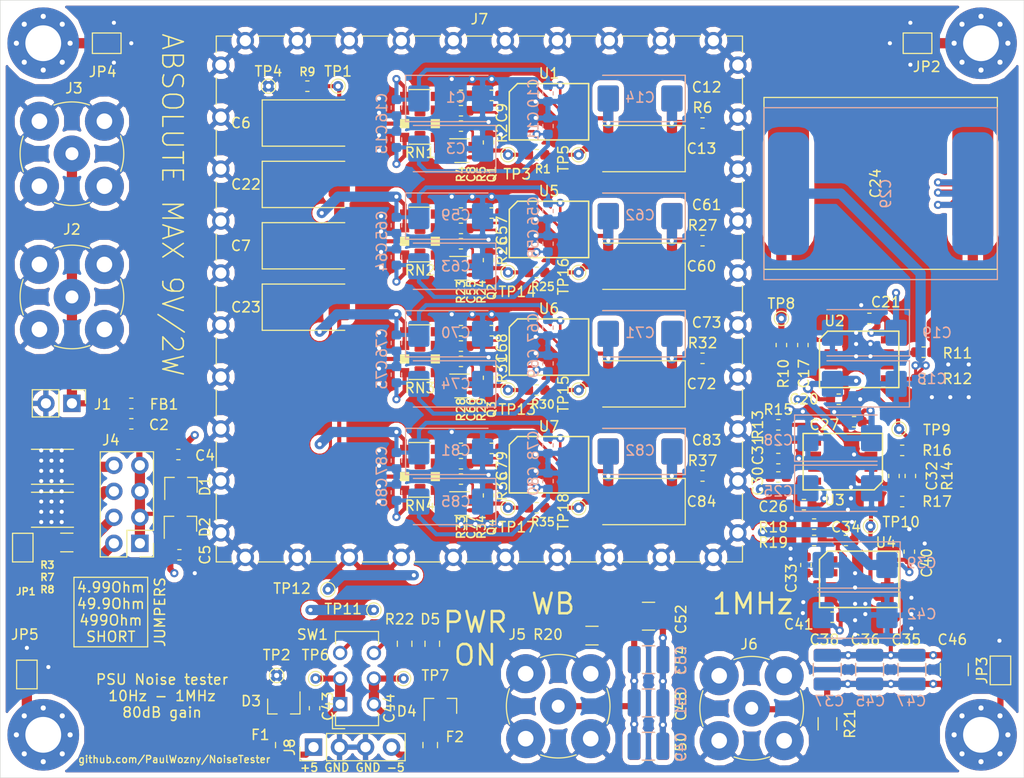
<source format=kicad_pcb>
(kicad_pcb (version 20171130) (host pcbnew 6.0.0-rc1-unknown-589e1f6~66~ubuntu18.04.1)
  (layers (0 F.Cu signal) (1 In1.Cu power) (2 In2.Cu power) (31 B.Cu signal) (34 B.Paste user) (35 F.Paste user) (36 B.SilkS user) (37 F.SilkS user) (38 B.Mask user) (39 F.Mask user) (44 Edge.Cuts user))
  (net 0 "")
  (net 1 "Net-(Q1-Pad5)")
  (net 2 GND)
  (net 3 +5V)
  (net 4 -5V)
  (net 5 "Net-(C2-Pad1)")
  (net 6 "Net-(C9-Pad2)")
  (net 7 "Net-(C12-Pad1)")
  (net 8 "Net-(C12-Pad2)")
  (net 9 "Net-(R5-Pad1)")
  (net 10 /GainBlock/GB_IN)
  (net 11 "Net-(J4-Pad8)")
  (net 12 "Net-(J4-Pad6)")
  (net 13 "Net-(J4-Pad4)")
  (net 14 "Net-(J4-Pad2)")
  (net 15 "Net-(C24-Pad1)")
  (net 16 "Net-(C17-Pad1)")
  (net 17 "Net-(C29-Pad1)")
  (net 18 "Net-(C32-Pad2)")
  (net 19 "Net-(C32-Pad1)")
  (net 20 /GainBlock/WB_OUT)
  (net 21 /GainBlock/1MHZ_OUT)
  (net 22 "Net-(C33-Pad1)")
  (net 23 "Net-(C30-Pad2)")
  (net 24 "Net-(C30-Pad1)")
  (net 25 "Net-(C31-Pad1)")
  (net 26 "Net-(C33-Pad2)")
  (net 27 "Net-(C34-Pad1)")
  (net 28 "Net-(R11-Pad2)")
  (net 29 "Net-(R14-Pad1)")
  (net 30 /InputAmplifier/IN_AMP)
  (net 31 /InputAmplifier/R_LTP0)
  (net 32 /InputAmplifier/R_LTP2)
  (net 33 /InputStage/IN_STG)
  (net 34 /InputAmplifier/R_LTP5)
  (net 35 "Net-(H1-Pad1)")
  (net 36 "Net-(H2-Pad1)")
  (net 37 "Net-(H3-Pad1)")
  (net 38 "Net-(H4-Pad1)")
  (net 39 "Net-(C43-Pad1)")
  (net 40 "Net-(C44-Pad1)")
  (net 41 "Net-(F1-Pad2)")
  (net 42 "Net-(F2-Pad2)")
  (net 43 "Net-(D5-Pad1)")
  (net 44 "Net-(C35-Pad2)")
  (net 45 /LNA1/R_LTP2)
  (net 46 /LNA1/R_LTP0)
  (net 47 "Net-(C57-Pad1)")
  (net 48 "Net-(C57-Pad2)")
  (net 49 "Net-(C60-Pad1)")
  (net 50 /LNA1/R_LTP5)
  (net 51 "Net-(Q2-Pad5)")
  (net 52 "Net-(R24-Pad1)")
  (net 53 /LNA2/R_LTP0)
  (net 54 /LNA2/R_LTP2)
  (net 55 "Net-(C68-Pad2)")
  (net 56 "Net-(C68-Pad1)")
  (net 57 "Net-(C71-Pad1)")
  (net 58 /LNA2/R_LTP5)
  (net 59 "Net-(Q3-Pad5)")
  (net 60 "Net-(R29-Pad1)")
  (net 61 /LNA3/R_LTP2)
  (net 62 /LNA3/R_LTP0)
  (net 63 "Net-(C79-Pad1)")
  (net 64 "Net-(C79-Pad2)")
  (net 65 "Net-(C82-Pad1)")
  (net 66 /LNA3/R_LTP5)
  (net 67 "Net-(Q4-Pad5)")
  (net 68 "Net-(R34-Pad1)")
  (module Connector_Coaxial:BNC_TEConnectivity_1478204_Vertical (layer F.Cu) (at 99.4 161.2)
    (fp_text reference J6 (at -0.25 -6.25) (layer F.SilkS))
    (fp_text value 5-1634503-1)
    (pad 2 thru_hole circle (at 3.175 3.175) (size 3.81 3.81) (drill 1.524) (layers *.Cu *.Mask) (net 2 GND))
    (pad 2 thru_hole circle (at -3.175 3.175) (size 3.81 3.81) (drill 1.524) (layers *.Cu *.Mask) (net 2 GND))
    (pad 2 thru_hole circle (at 3.175 -3.175) (size 3.81 3.81) (drill 1.524) (layers *.Cu *.Mask) (net 2 GND))
    (pad 1 thru_hole circle (at 0 0) (size 3.556 3.556) (drill 1.27) (layers *.Cu *.Mask) (net 21 /GainBlock/1MHZ_OUT))
    (pad 2 thru_hole circle (at -3.175 -3.175) (size 3.81 3.81) (drill 1.524) (layers *.Cu *.Mask) (net 2 GND))
  )
  (module Connector_PinHeader_2.54mm:PinHeader_1x04_P2.54mm_Vertical (layer F.Cu) (at 56.6 165 90)
    (fp_text reference J8 (at 0 -2.33 90) (layer F.SilkS))
    (fp_text value "PWR IN")
    (pad 4 thru_hole oval (at 0 7.62 90) (size 1.7 1.7) (drill 1) (layers *.Cu *.Mask) (net 42 "Net-(F2-Pad2)"))
    (pad 3 thru_hole oval (at 0 5.08 90) (size 1.7 1.7) (drill 1) (layers *.Cu *.Mask) (net 2 GND))
    (pad 2 thru_hole oval (at 0 2.54 90) (size 1.7 1.7) (drill 1) (layers *.Cu *.Mask) (net 2 GND))
    (pad 1 thru_hole rect (at 0 0 90) (size 1.7 1.7) (drill 1) (layers *.Cu *.Mask) (net 41 "Net-(F1-Pad2)"))
  )
  (module Capacitor_Tantalum_SMD:CP_EIA-7343-31_Kemet-D (layer F.Cu) (at 88.5 141 180)
    (fp_text reference C84 (at -6 0 180) (layer F.SilkS))
    (fp_text value B45196-H2227-M409)
    (pad 1 smd roundrect (at -3.1125 0 180) (size 2.075 2.55) (layers F.Cu F.Paste F.Mask) (roundrect_rratio 0.120482) (net 65 "Net-(C82-Pad1)"))
    (pad 2 smd roundrect (at 3.1125 0 180) (size 2.075 2.55) (layers F.Cu F.Paste F.Mask) (roundrect_rratio 0.120482) (net 63 "Net-(C79-Pad1)"))
  )
  (module Resistor_SMD:R_0603_1608Metric (layer F.Cu) (at 73.7 140.4 270)
    (fp_text reference R36 (at -0.9 -1.3 270) (layer F.SilkS))
    (fp_text value RNCF0603AKT10R0)
    (pad 1 smd roundrect (at -0.7875 0 270) (size 0.875 0.95) (layers F.Cu F.Paste F.Mask) (net 2 GND))
    (pad 2 smd roundrect (at 0.7875 0 270) (size 0.875 0.95) (layers F.Cu F.Paste F.Mask) (net 67 "Net-(Q4-Pad5)"))
  )
  (module Capacitor_Tantalum_SMD:CP_EIA-7343-31_Kemet-D (layer B.Cu) (at 70 136.1)
    (fp_text reference C85 (at 0.5 4.9) (layer B.SilkS) (effects (justify mirror)))
    (fp_text value B45196-H2227-M409)
    (pad 1 smd roundrect (at -3.1125 0) (size 2.075 2.55) (layers B.Cu B.Paste B.Mask) (roundrect_rratio 0.120482) (net 3 +5V))
    (pad 2 smd roundrect (at 3.1125 0) (size 2.075 2.55) (layers B.Cu B.Paste B.Mask) (roundrect_rratio 0.120482) (net 2 GND))
  )
  (module Resistor_SMD:R_0603_1608Metric (layer F.Cu) (at 71 138.8)
    (fp_text reference C77 (at 1 4.7 90) (layer F.SilkS) (effects (font (size 0.8 0.8))))
    (fp_text value "885012006038 " hide)
    (pad 1 smd roundrect (at -0.7875 0) (size 0.875 0.95) (layers F.Cu F.Paste F.Mask) (net 61 /LNA3/R_LTP2))
    (pad 2 smd roundrect (at 0.7875 0) (size 0.875 0.95) (layers F.Cu F.Paste F.Mask) (net 62 /LNA3/R_LTP0))
  )
  (module Capacitor_Tantalum_SMD:CP_EIA-7343-31_Kemet-D (layer B.Cu) (at 70 141 180)
    (fp_text reference C81 (at -0.5 5 180) (layer B.SilkS) (effects (justify mirror)))
    (fp_text value B45196-H2227-M409)
    (pad 1 smd roundrect (at -3.1125 0 180) (size 2.075 2.55) (layers B.Cu B.Paste B.Mask) (roundrect_rratio 0.120482) (net 2 GND))
    (pad 2 smd roundrect (at 3.1125 0 180) (size 2.075 2.55) (layers B.Cu B.Paste B.Mask) (roundrect_rratio 0.120482) (net 4 -5V))
  )
  (module Resistor_SMD:R_0603_1608Metric (layer B.Cu) (at 64.7 140.1 270)
    (fp_text reference C86 (at 0 1.43 270) (layer B.SilkS) (effects (justify mirror)))
    (fp_text value "0603B104M500CT ")
    (pad 1 smd roundrect (at -0.7875 0 270) (size 0.875 0.95) (layers B.Cu B.Paste B.Mask) (net 2 GND))
    (pad 2 smd roundrect (at 0.7875 0 270) (size 0.875 0.95) (layers B.Cu B.Paste B.Mask) (net 4 -5V))
  )
  (module Resistor_SMD:R_0603_1608Metric (layer F.Cu) (at 71 137.3 180)
    (fp_text reference R34 (at -2 -6.2 270) (layer F.SilkS) (effects (font (size 0.8 0.8))))
    (fp_text value " CR0603-JW-471ELF " hide)
    (pad 1 smd roundrect (at -0.7875 0 180) (size 0.875 0.95) (layers F.Cu F.Paste F.Mask) (net 68 "Net-(R34-Pad1)"))
    (pad 2 smd roundrect (at 0.7875 0 180) (size 0.875 0.95) (layers F.Cu F.Paste F.Mask) (net 61 /LNA3/R_LTP2))
  )
  (module Resistor_SMD:R_0603_1608Metric (layer F.Cu) (at 74 135.8 180)
    (fp_text reference C79 (at -1 -1.7 270) (layer F.SilkS))
    (fp_text value 885012006007)
    (pad 1 smd roundrect (at -0.7875 0 180) (size 0.875 0.95) (layers F.Cu F.Paste F.Mask) (net 63 "Net-(C79-Pad1)"))
    (pad 2 smd roundrect (at 0.7875 0 180) (size 0.875 0.95) (layers F.Cu F.Paste F.Mask) (net 64 "Net-(C79-Pad2)"))
  )
  (module Capacitor_Tantalum_SMD:CP_EIA-7343-31_Kemet-D (layer F.Cu) (at 88.5 136.1 180)
    (fp_text reference C83 (at -6.5 1.1 180) (layer F.SilkS))
    (fp_text value B45196-H2227-M409)
    (pad 1 smd roundrect (at -3.1125 0 180) (size 2.075 2.55) (layers F.Cu F.Paste F.Mask) (roundrect_rratio 0.120482) (net 65 "Net-(C82-Pad1)"))
    (pad 2 smd roundrect (at 3.1125 0 180) (size 2.075 2.55) (layers F.Cu F.Paste F.Mask) (roundrect_rratio 0.120482) (net 63 "Net-(C79-Pad1)"))
  )
  (module Resistor_SMD:R_Array_Convex_4x1206 (layer F.Cu) (at 67 137.9 180)
    (fp_text reference RN4 (at 0 -3.5 180) (layer F.SilkS))
    (fp_text value " ACASA1001S1001P1AT " hide)
    (pad 1 smd rect (at -1.5 -2 180) (size 0.9 0.9) (layers F.Cu F.Paste F.Mask) (net 66 /LNA3/R_LTP5))
    (pad 4 smd rect (at -1.5 2 180) (size 0.9 0.9) (layers F.Cu F.Paste F.Mask) (net 62 /LNA3/R_LTP0))
    (pad 2 smd rect (at -1.5 -0.66 180) (size 0.9 0.9) (layers F.SilkS))
    (pad 3 smd rect (at -1.5 0.66 180) (size 0.9 0.9) (layers F.Cu F.Paste F.Mask) (net 61 /LNA3/R_LTP2))
    (pad 7 smd rect (at 1.5 -0.66 180) (size 0.9 0.9) (layers F.SilkS))
    (pad 8 smd rect (at 1.5 -2 180) (size 0.9 0.9) (layers F.Cu F.Paste F.Mask) (net 4 -5V))
    (pad 5 smd rect (at 1.5 2 180) (size 0.9 0.9) (layers F.Cu F.Paste F.Mask) (net 3 +5V))
    (pad 6 smd rect (at 1.5 0.66 180) (size 0.9 0.9) (layers F.Cu F.Paste F.Mask) (net 3 +5V))
  )
  (module TestPoint:TestPoint_THTPad_D1.0mm_Drill0.5mm (layer F.Cu) (at 82.5 141.6)
    (fp_text reference TP18 (at -1.5 0.4 90) (layer F.SilkS))
    (fp_text value TestPoint)
    (pad 1 thru_hole circle (at 0 0) (size 1 1) (drill 0.5) (layers *.Cu *.Mask) (net 63 "Net-(C79-Pad1)"))
  )
  (module Capacitor_Tantalum_SMD:CP_EIA-7343-31_Kemet-D (layer B.Cu) (at 88.5 136.1 180)
    (fp_text reference C82 (at 0 0.1 180) (layer B.SilkS) (effects (justify mirror)))
    (fp_text value DNP)
    (pad 1 smd roundrect (at -3.1125 0 180) (size 2.075 2.55) (layers B.Cu B.Paste B.Mask) (roundrect_rratio 0.120482) (net 65 "Net-(C82-Pad1)"))
    (pad 2 smd roundrect (at 3.1125 0 180) (size 2.075 2.55) (layers B.Cu B.Paste B.Mask) (roundrect_rratio 0.120482) (net 63 "Net-(C79-Pad1)"))
  )
  (module Resistor_SMD:R_0603_1608Metric (layer F.Cu) (at 78.4 141.6)
    (fp_text reference R35 (at 0.6 1.4) (layer F.SilkS) (effects (font (size 0.8 0.8))))
    (fp_text value "RNCF0603TKY250R ")
    (pad 1 smd roundrect (at -0.7875 0) (size 0.875 0.95) (layers F.Cu F.Paste F.Mask) (net 67 "Net-(Q4-Pad5)"))
    (pad 2 smd roundrect (at 0.7875 0) (size 0.875 0.95) (layers F.Cu F.Paste F.Mask) (net 63 "Net-(C79-Pad1)"))
  )
  (module Resistor_SMD:R_0603_1608Metric (layer B.Cu) (at 64.7 137 270)
    (fp_text reference C87 (at 0 1.43 270) (layer B.SilkS) (effects (justify mirror)))
    (fp_text value "0603B104M500CT ")
    (pad 1 smd roundrect (at -0.7875 0 270) (size 0.875 0.95) (layers B.Cu B.Paste B.Mask) (net 3 +5V))
    (pad 2 smd roundrect (at 0.7875 0 270) (size 0.875 0.95) (layers B.Cu B.Paste B.Mask) (net 2 GND))
  )
  (module Resistor_SMD:R_0603_1608Metric (layer B.Cu) (at 79.5 135.5 270)
    (fp_text reference C78 (at 0 1.43 270) (layer B.SilkS) (effects (justify mirror)))
    (fp_text value "0603B104M500CT ")
    (pad 1 smd roundrect (at -0.7875 0 270) (size 0.875 0.95) (layers B.Cu B.Paste B.Mask) (net 3 +5V))
    (pad 2 smd roundrect (at 0.7875 0 270) (size 0.875 0.95) (layers B.Cu B.Paste B.Mask) (net 2 GND))
  )
  (module Resistor_SMD:R_0603_1608Metric (layer F.Cu) (at 71 135.8 180)
    (fp_text reference R33 (at 0 -7.7 90) (layer F.SilkS) (effects (font (size 0.8 0.8))))
    (fp_text value " CR0603-JW-471ELF " hide)
    (pad 1 smd roundrect (at -0.7875 0 180) (size 0.875 0.95) (layers F.Cu F.Paste F.Mask) (net 64 "Net-(C79-Pad2)"))
    (pad 2 smd roundrect (at 0.7875 0 180) (size 0.875 0.95) (layers F.Cu F.Paste F.Mask) (net 62 /LNA3/R_LTP0))
  )
  (module Package_TO_SOT_SMD:SOT-363_SC-70-6 (layer F.Cu) (at 71.1 141.2)
    (fp_text reference Q4 (at 2.9 2.3 90) (layer F.SilkS) (effects (font (size 0.8 0.8))))
    (fp_text value " BC847BDW1T1G " hide)
    (pad 1 smd rect (at -0.95 -0.65) (size 0.65 0.4) (layers F.Cu F.Paste F.Mask) (net 66 /LNA3/R_LTP5))
    (pad 3 smd rect (at -0.95 0.65) (size 0.65 0.4) (layers F.Cu F.Paste F.Mask) (net 61 /LNA3/R_LTP2))
    (pad 5 smd rect (at 0.95 0) (size 0.65 0.4) (layers F.Cu F.Paste F.Mask) (net 67 "Net-(Q4-Pad5)"))
    (pad 2 smd rect (at -0.95 0) (size 0.65 0.4) (layers F.Cu F.Paste F.Mask) (net 30 /InputAmplifier/IN_AMP))
    (pad 4 smd rect (at 0.95 0.65) (size 0.65 0.4) (layers F.Cu F.Paste F.Mask) (net 66 /LNA3/R_LTP5))
    (pad 6 smd rect (at 0.95 -0.65) (size 0.65 0.4) (layers F.Cu F.Paste F.Mask) (net 62 /LNA3/R_LTP0))
  )
  (module TestPoint:TestPoint_THTPad_D1.0mm_Drill0.5mm (layer F.Cu) (at 75.6 141.6)
    (fp_text reference TP17 (at 0.9 1.9) (layer F.SilkS))
    (fp_text value TestPoint)
    (pad 1 thru_hole circle (at 0 0) (size 1 1) (drill 0.5) (layers *.Cu *.Mask) (net 67 "Net-(Q4-Pad5)"))
  )
  (module Resistor_SMD:R_0603_1608Metric (layer B.Cu) (at 79.5 139 270)
    (fp_text reference C80 (at 0 1.43 270) (layer B.SilkS) (effects (justify mirror)))
    (fp_text value "0603B104M500CT ")
    (pad 1 smd roundrect (at -0.7875 0 270) (size 0.875 0.95) (layers B.Cu B.Paste B.Mask) (net 2 GND))
    (pad 2 smd roundrect (at 0.7875 0 270) (size 0.875 0.95) (layers B.Cu B.Paste B.Mask) (net 4 -5V))
  )
  (module Resistor_SMD:R_0603_1608Metric (layer F.Cu) (at 94.6 138.5 180)
    (fp_text reference R37 (at 0 1.5 180) (layer F.SilkS))
    (fp_text value RG1608N-101-W-T1)
    (pad 1 smd roundrect (at -0.7875 0 180) (size 0.875 0.95) (layers F.Cu F.Paste F.Mask) (net 10 /GainBlock/GB_IN))
    (pad 2 smd roundrect (at 0.7875 0 180) (size 0.875 0.95) (layers F.Cu F.Paste F.Mask) (net 65 "Net-(C82-Pad1)"))
  )
  (module Ntester:SOIC-8-LINEAR (layer F.Cu) (at 79.6 137.4 270)
    (fp_text reference U7 (at -3.755 0) (layer F.SilkS))
    (fp_text value LT1818)
    (pad 8 smd rect (at -1.905 -2.75 270) (size 0.7 1.25) (layers F.Cu F.Paste F.Mask))
    (pad 1 smd rect (at -1.905 2.75 270) (size 0.7 1.25) (layers F.Cu F.Paste F.Mask))
    (pad 7 smd rect (at -0.635 -2.75 270) (size 0.7 1.25) (layers F.Cu F.Paste F.Mask) (net 3 +5V))
    (pad 2 smd rect (at -0.635 2.75 270) (size 0.7 1.25) (layers F.Cu F.Paste F.Mask) (net 64 "Net-(C79-Pad2)"))
    (pad 6 smd rect (at 0.635 -2.75 270) (size 0.7 1.25) (layers F.Cu F.Paste F.Mask) (net 63 "Net-(C79-Pad1)"))
    (pad 3 smd rect (at 0.635 2.75 270) (size 0.7 1.25) (layers F.Cu F.Paste F.Mask) (net 68 "Net-(R34-Pad1)"))
    (pad 5 smd rect (at 1.905 -2.75 270) (size 0.7 1.25) (layers F.Cu F.Paste F.Mask))
    (pad 4 smd rect (at 1.905 2.75 270) (size 0.7 1.25) (layers F.Cu F.Paste F.Mask) (net 4 -5V))
  )
  (module Resistor_SMD:R_0603_1608Metric (layer F.Cu) (at 71 125.8 180)
    (fp_text reference R29 (at -2 -6.2 270) (layer F.SilkS) (effects (font (size 0.8 0.8))))
    (fp_text value " CR0603-JW-471ELF " hide)
    (pad 2 smd roundrect (at 0.7875 0 180) (size 0.875 0.95) (layers F.Cu F.Paste F.Mask) (net 54 /LNA2/R_LTP2))
    (pad 1 smd roundrect (at -0.7875 0 180) (size 0.875 0.95) (layers F.Cu F.Paste F.Mask) (net 60 "Net-(R29-Pad1)"))
  )
  (module Resistor_SMD:R_0603_1608Metric (layer F.Cu) (at 94.6 127 180)
    (fp_text reference R32 (at 0 1.5 180) (layer F.SilkS))
    (fp_text value RG1608N-101-W-T1)
    (pad 2 smd roundrect (at 0.7875 0 180) (size 0.875 0.95) (layers F.Cu F.Paste F.Mask) (net 57 "Net-(C71-Pad1)"))
    (pad 1 smd roundrect (at -0.7875 0 180) (size 0.875 0.95) (layers F.Cu F.Paste F.Mask) (net 10 /GainBlock/GB_IN))
  )
  (module Resistor_SMD:R_0603_1608Metric (layer B.Cu) (at 64.7 128.6 270)
    (fp_text reference C75 (at 0 1.43 270) (layer B.SilkS) (effects (justify mirror)))
    (fp_text value "0603B104M500CT ")
    (pad 2 smd roundrect (at 0.7875 0 270) (size 0.875 0.95) (layers B.Cu B.Paste B.Mask) (net 4 -5V))
    (pad 1 smd roundrect (at -0.7875 0 270) (size 0.875 0.95) (layers B.Cu B.Paste B.Mask) (net 2 GND))
  )
  (module Capacitor_Tantalum_SMD:CP_EIA-7343-31_Kemet-D (layer B.Cu) (at 70 129.5 180)
    (fp_text reference C70 (at -0.5 5 180) (layer B.SilkS) (effects (justify mirror)))
    (fp_text value B45196-H2227-M409)
    (pad 2 smd roundrect (at 3.1125 0 180) (size 2.075 2.55) (layers B.Cu B.Paste B.Mask) (roundrect_rratio 0.120482) (net 4 -5V))
    (pad 1 smd roundrect (at -3.1125 0 180) (size 2.075 2.55) (layers B.Cu B.Paste B.Mask) (roundrect_rratio 0.120482) (net 2 GND))
  )
  (module Resistor_SMD:R_Array_Convex_4x1206 (layer F.Cu) (at 67 126.4 180)
    (fp_text reference RN3 (at 0 -3.5 180) (layer F.SilkS))
    (fp_text value " ACASA1001S1001P1AT " hide)
    (pad 6 smd rect (at 1.5 0.66 180) (size 0.9 0.9) (layers F.Cu F.Paste F.Mask) (net 3 +5V))
    (pad 5 smd rect (at 1.5 2 180) (size 0.9 0.9) (layers F.Cu F.Paste F.Mask) (net 3 +5V))
    (pad 8 smd rect (at 1.5 -2 180) (size 0.9 0.9) (layers F.Cu F.Paste F.Mask) (net 4 -5V))
    (pad 7 smd rect (at 1.5 -0.66 180) (size 0.9 0.9) (layers F.SilkS))
    (pad 3 smd rect (at -1.5 0.66 180) (size 0.9 0.9) (layers F.Cu F.Paste F.Mask) (net 54 /LNA2/R_LTP2))
    (pad 2 smd rect (at -1.5 -0.66 180) (size 0.9 0.9) (layers F.SilkS))
    (pad 4 smd rect (at -1.5 2 180) (size 0.9 0.9) (layers F.Cu F.Paste F.Mask) (net 53 /LNA2/R_LTP0))
    (pad 1 smd rect (at -1.5 -2 180) (size 0.9 0.9) (layers F.Cu F.Paste F.Mask) (net 58 /LNA2/R_LTP5))
  )
  (module Capacitor_Tantalum_SMD:CP_EIA-7343-31_Kemet-D (layer F.Cu) (at 88.5 124.6 180)
    (fp_text reference C73 (at -6.5 1.1 180) (layer F.SilkS))
    (fp_text value B45196-H2227-M409)
    (pad 2 smd roundrect (at 3.1125 0 180) (size 2.075 2.55) (layers F.Cu F.Paste F.Mask) (roundrect_rratio 0.120482) (net 56 "Net-(C68-Pad1)"))
    (pad 1 smd roundrect (at -3.1125 0 180) (size 2.075 2.55) (layers F.Cu F.Paste F.Mask) (roundrect_rratio 0.120482) (net 57 "Net-(C71-Pad1)"))
  )
  (module Resistor_SMD:R_0603_1608Metric (layer F.Cu) (at 73.7 128.9 270)
    (fp_text reference R31 (at -0.9 -1.3 270) (layer F.SilkS))
    (fp_text value RNCF0603AKT10R0)
    (pad 2 smd roundrect (at 0.7875 0 270) (size 0.875 0.95) (layers F.Cu F.Paste F.Mask) (net 59 "Net-(Q3-Pad5)"))
    (pad 1 smd roundrect (at -0.7875 0 270) (size 0.875 0.95) (layers F.Cu F.Paste F.Mask) (net 2 GND))
  )
  (module Capacitor_Tantalum_SMD:CP_EIA-7343-31_Kemet-D (layer B.Cu) (at 70 124.6)
    (fp_text reference C74 (at 0.5 4.9) (layer B.SilkS) (effects (justify mirror)))
    (fp_text value B45196-H2227-M409)
    (pad 2 smd roundrect (at 3.1125 0) (size 2.075 2.55) (layers B.Cu B.Paste B.Mask) (roundrect_rratio 0.120482) (net 2 GND))
    (pad 1 smd roundrect (at -3.1125 0) (size 2.075 2.55) (layers B.Cu B.Paste B.Mask) (roundrect_rratio 0.120482) (net 3 +5V))
  )
  (module TestPoint:TestPoint_THTPad_D1.0mm_Drill0.5mm (layer F.Cu) (at 75.6 130.1)
    (fp_text reference TP13 (at 0.9 1.9) (layer F.SilkS))
    (fp_text value TestPoint)
    (pad 1 thru_hole circle (at 0 0) (size 1 1) (drill 0.5) (layers *.Cu *.Mask) (net 59 "Net-(Q3-Pad5)"))
  )
  (module TestPoint:TestPoint_THTPad_D1.0mm_Drill0.5mm (layer F.Cu) (at 82.5 130.1)
    (fp_text reference TP15 (at -1.5 0.4 90) (layer F.SilkS))
    (fp_text value TestPoint)
    (pad 1 thru_hole circle (at 0 0) (size 1 1) (drill 0.5) (layers *.Cu *.Mask) (net 56 "Net-(C68-Pad1)"))
  )
  (module Resistor_SMD:R_0603_1608Metric (layer F.Cu) (at 71 127.3)
    (fp_text reference C66 (at 1 4.7 90) (layer F.SilkS) (effects (font (size 0.8 0.8))))
    (fp_text value "885012006038 " hide)
    (pad 2 smd roundrect (at 0.7875 0) (size 0.875 0.95) (layers F.Cu F.Paste F.Mask) (net 53 /LNA2/R_LTP0))
    (pad 1 smd roundrect (at -0.7875 0) (size 0.875 0.95) (layers F.Cu F.Paste F.Mask) (net 54 /LNA2/R_LTP2))
  )
  (module Resistor_SMD:R_0603_1608Metric (layer B.Cu) (at 64.7 125.5 270)
    (fp_text reference C76 (at 0 1.43 270) (layer B.SilkS) (effects (justify mirror)))
    (fp_text value "0603B104M500CT ")
    (pad 2 smd roundrect (at 0.7875 0 270) (size 0.875 0.95) (layers B.Cu B.Paste B.Mask) (net 2 GND))
    (pad 1 smd roundrect (at -0.7875 0 270) (size 0.875 0.95) (layers B.Cu B.Paste B.Mask) (net 3 +5V))
  )
  (module Capacitor_Tantalum_SMD:CP_EIA-7343-31_Kemet-D (layer F.Cu) (at 88.5 129.5 180)
    (fp_text reference C72 (at -6 0 180) (layer F.SilkS))
    (fp_text value B45196-H2227-M409)
    (pad 2 smd roundrect (at 3.1125 0 180) (size 2.075 2.55) (layers F.Cu F.Paste F.Mask) (roundrect_rratio 0.120482) (net 56 "Net-(C68-Pad1)"))
    (pad 1 smd roundrect (at -3.1125 0 180) (size 2.075 2.55) (layers F.Cu F.Paste F.Mask) (roundrect_rratio 0.120482) (net 57 "Net-(C71-Pad1)"))
  )
  (module Resistor_SMD:R_0603_1608Metric (layer F.Cu) (at 78.4 130.1)
    (fp_text reference R30 (at 0.6 1.4) (layer F.SilkS) (effects (font (size 0.8 0.8))))
    (fp_text value "RNCF0603TKY250R ")
    (pad 2 smd roundrect (at 0.7875 0) (size 0.875 0.95) (layers F.Cu F.Paste F.Mask) (net 56 "Net-(C68-Pad1)"))
    (pad 1 smd roundrect (at -0.7875 0) (size 0.875 0.95) (layers F.Cu F.Paste F.Mask) (net 59 "Net-(Q3-Pad5)"))
  )
  (module Ntester:SOIC-8-LINEAR (layer F.Cu) (at 79.6 125.9 270)
    (fp_text reference U6 (at -3.755 0) (layer F.SilkS))
    (fp_text value LT1818)
    (pad 4 smd rect (at 1.905 2.75 270) (size 0.7 1.25) (layers F.Cu F.Paste F.Mask) (net 4 -5V))
    (pad 5 smd rect (at 1.905 -2.75 270) (size 0.7 1.25) (layers F.Cu F.Paste F.Mask))
    (pad 3 smd rect (at 0.635 2.75 270) (size 0.7 1.25) (layers F.Cu F.Paste F.Mask) (net 60 "Net-(R29-Pad1)"))
    (pad 6 smd rect (at 0.635 -2.75 270) (size 0.7 1.25) (layers F.Cu F.Paste F.Mask) (net 56 "Net-(C68-Pad1)"))
    (pad 2 smd rect (at -0.635 2.75 270) (size 0.7 1.25) (layers F.Cu F.Paste F.Mask) (net 55 "Net-(C68-Pad2)"))
    (pad 7 smd rect (at -0.635 -2.75 270) (size 0.7 1.25) (layers F.Cu F.Paste F.Mask) (net 3 +5V))
    (pad 1 smd rect (at -1.905 2.75 270) (size 0.7 1.25) (layers F.Cu F.Paste F.Mask))
    (pad 8 smd rect (at -1.905 -2.75 270) (size 0.7 1.25) (layers F.Cu F.Paste F.Mask))
  )
  (module Capacitor_Tantalum_SMD:CP_EIA-7343-31_Kemet-D (layer B.Cu) (at 88.5 124.6 180)
    (fp_text reference C71 (at 0 0.1 180) (layer B.SilkS) (effects (justify mirror)))
    (fp_text value DNP)
    (pad 2 smd roundrect (at 3.1125 0 180) (size 2.075 2.55) (layers B.Cu B.Paste B.Mask) (roundrect_rratio 0.120482) (net 56 "Net-(C68-Pad1)"))
    (pad 1 smd roundrect (at -3.1125 0 180) (size 2.075 2.55) (layers B.Cu B.Paste B.Mask) (roundrect_rratio 0.120482) (net 57 "Net-(C71-Pad1)"))
  )
  (module Package_TO_SOT_SMD:SOT-363_SC-70-6 (layer F.Cu) (at 71.1 129.7)
    (fp_text reference Q3 (at 2.9 2.3 90) (layer F.SilkS) (effects (font (size 0.8 0.8))))
    (fp_text value " BC847BDW1T1G " hide)
    (pad 6 smd rect (at 0.95 -0.65) (size 0.65 0.4) (layers F.Cu F.Paste F.Mask) (net 53 /LNA2/R_LTP0))
    (pad 4 smd rect (at 0.95 0.65) (size 0.65 0.4) (layers F.Cu F.Paste F.Mask) (net 58 /LNA2/R_LTP5))
    (pad 2 smd rect (at -0.95 0) (size 0.65 0.4) (layers F.Cu F.Paste F.Mask) (net 30 /InputAmplifier/IN_AMP))
    (pad 5 smd rect (at 0.95 0) (size 0.65 0.4) (layers F.Cu F.Paste F.Mask) (net 59 "Net-(Q3-Pad5)"))
    (pad 3 smd rect (at -0.95 0.65) (size 0.65 0.4) (layers F.Cu F.Paste F.Mask) (net 54 /LNA2/R_LTP2))
    (pad 1 smd rect (at -0.95 -0.65) (size 0.65 0.4) (layers F.Cu F.Paste F.Mask) (net 58 /LNA2/R_LTP5))
  )
  (module Resistor_SMD:R_0603_1608Metric (layer F.Cu) (at 74 124.3 180)
    (fp_text reference C68 (at -1 -1.7 270) (layer F.SilkS))
    (fp_text value 885012006007)
    (pad 2 smd roundrect (at 0.7875 0 180) (size 0.875 0.95) (layers F.Cu F.Paste F.Mask) (net 55 "Net-(C68-Pad2)"))
    (pad 1 smd roundrect (at -0.7875 0 180) (size 0.875 0.95) (layers F.Cu F.Paste F.Mask) (net 56 "Net-(C68-Pad1)"))
  )
  (module Resistor_SMD:R_0603_1608Metric (layer F.Cu) (at 71 124.3 180)
    (fp_text reference R28 (at 0 -7.7 90) (layer F.SilkS) (effects (font (size 0.8 0.8))))
    (fp_text value " CR0603-JW-471ELF " hide)
    (pad 2 smd roundrect (at 0.7875 0 180) (size 0.875 0.95) (layers F.Cu F.Paste F.Mask) (net 53 /LNA2/R_LTP0))
    (pad 1 smd roundrect (at -0.7875 0 180) (size 0.875 0.95) (layers F.Cu F.Paste F.Mask) (net 55 "Net-(C68-Pad2)"))
  )
  (module Resistor_SMD:R_0603_1608Metric (layer B.Cu) (at 79.5 127.5 270)
    (fp_text reference C69 (at 0 1.43 270) (layer B.SilkS) (effects (justify mirror)))
    (fp_text value "0603B104M500CT ")
    (pad 2 smd roundrect (at 0.7875 0 270) (size 0.875 0.95) (layers B.Cu B.Paste B.Mask) (net 4 -5V))
    (pad 1 smd roundrect (at -0.7875 0 270) (size 0.875 0.95) (layers B.Cu B.Paste B.Mask) (net 2 GND))
  )
  (module Resistor_SMD:R_0603_1608Metric (layer B.Cu) (at 79.5 124 270)
    (fp_text reference C67 (at 0 1.43 270) (layer B.SilkS) (effects (justify mirror)))
    (fp_text value "0603B104M500CT ")
    (pad 2 smd roundrect (at 0.7875 0 270) (size 0.875 0.95) (layers B.Cu B.Paste B.Mask) (net 2 GND))
    (pad 1 smd roundrect (at -0.7875 0 270) (size 0.875 0.95) (layers B.Cu B.Paste B.Mask) (net 3 +5V))
  )
  (module TestPoint:TestPoint_THTPad_D1.0mm_Drill0.5mm (layer F.Cu) (at 59 100.4)
    (fp_text reference TP1 (at 0 -1.448) (layer F.SilkS))
    (fp_text value TestPoint)
    (pad 1 thru_hole circle (at 0 0) (size 1 1) (drill 0.5) (layers *.Cu *.Mask) (net 30 /InputAmplifier/IN_AMP))
  )
  (module Resistor_SMD:R_0603_1608Metric (layer F.Cu) (at 78.4 118.6)
    (fp_text reference R25 (at 0.6 1.4) (layer F.SilkS) (effects (font (size 0.8 0.8))))
    (fp_text value "RNCF0603TKY250R ")
    (pad 1 smd roundrect (at -0.7875 0) (size 0.875 0.95) (layers F.Cu F.Paste F.Mask) (net 51 "Net-(Q2-Pad5)"))
    (pad 2 smd roundrect (at 0.7875 0) (size 0.875 0.95) (layers F.Cu F.Paste F.Mask) (net 47 "Net-(C57-Pad1)"))
  )
  (module Capacitor_Tantalum_SMD:CP_EIA-7343-31_Kemet-D (layer F.Cu) (at 88.5 113.1 180)
    (fp_text reference C61 (at -6.5 1.1 180) (layer F.SilkS))
    (fp_text value B45196-H2227-M409)
    (pad 1 smd roundrect (at -3.1125 0 180) (size 2.075 2.55) (layers F.Cu F.Paste F.Mask) (roundrect_rratio 0.120482) (net 49 "Net-(C60-Pad1)"))
    (pad 2 smd roundrect (at 3.1125 0 180) (size 2.075 2.55) (layers F.Cu F.Paste F.Mask) (roundrect_rratio 0.120482) (net 47 "Net-(C57-Pad1)"))
  )
  (module Resistor_SMD:R_0603_1608Metric (layer F.Cu) (at 71 115.8)
    (fp_text reference C55 (at 1 4.7 90) (layer F.SilkS) (effects (font (size 0.8 0.8))))
    (fp_text value "885012006038 " hide)
    (pad 1 smd roundrect (at -0.7875 0) (size 0.875 0.95) (layers F.Cu F.Paste F.Mask) (net 45 /LNA1/R_LTP2))
    (pad 2 smd roundrect (at 0.7875 0) (size 0.875 0.95) (layers F.Cu F.Paste F.Mask) (net 46 /LNA1/R_LTP0))
  )
  (module Resistor_SMD:R_0603_1608Metric (layer F.Cu) (at 74 112.8 180)
    (fp_text reference C57 (at -1 -1.7 270) (layer F.SilkS))
    (fp_text value 885012006007)
    (pad 1 smd roundrect (at -0.7875 0 180) (size 0.875 0.95) (layers F.Cu F.Paste F.Mask) (net 47 "Net-(C57-Pad1)"))
    (pad 2 smd roundrect (at 0.7875 0 180) (size 0.875 0.95) (layers F.Cu F.Paste F.Mask) (net 48 "Net-(C57-Pad2)"))
  )
  (module Resistor_SMD:R_0603_1608Metric (layer B.Cu) (at 79.5 112.6 270)
    (fp_text reference C56 (at 0 1.43 270) (layer B.SilkS) (effects (justify mirror)))
    (fp_text value "0603B104M500CT ")
    (pad 1 smd roundrect (at -0.7875 0 270) (size 0.875 0.95) (layers B.Cu B.Paste B.Mask) (net 3 +5V))
    (pad 2 smd roundrect (at 0.7875 0 270) (size 0.875 0.95) (layers B.Cu B.Paste B.Mask) (net 2 GND))
  )
  (module Resistor_SMD:R_0603_1608Metric (layer B.Cu) (at 79.5 115.8 270)
    (fp_text reference C58 (at 0 1.43 270) (layer B.SilkS) (effects (justify mirror)))
    (fp_text value "0603B104M500CT ")
    (pad 1 smd roundrect (at -0.7875 0 270) (size 0.875 0.95) (layers B.Cu B.Paste B.Mask) (net 2 GND))
    (pad 2 smd roundrect (at 0.7875 0 270) (size 0.875 0.95) (layers B.Cu B.Paste B.Mask) (net 4 -5V))
  )
  (module Capacitor_Tantalum_SMD:CP_EIA-7343-31_Kemet-D (layer B.Cu) (at 88.5 113.1 180)
    (fp_text reference C62 (at 0 0.1 180) (layer B.SilkS) (effects (justify mirror)))
    (fp_text value B45196-H2227-M409)
    (pad 1 smd roundrect (at -3.1125 0 180) (size 2.075 2.55) (layers B.Cu B.Paste B.Mask) (roundrect_rratio 0.120482) (net 49 "Net-(C60-Pad1)"))
    (pad 2 smd roundrect (at 3.1125 0 180) (size 2.075 2.55) (layers B.Cu B.Paste B.Mask) (roundrect_rratio 0.120482) (net 47 "Net-(C57-Pad1)"))
  )
  (module Package_TO_SOT_SMD:SOT-363_SC-70-6 (layer F.Cu) (at 71.1 118.2)
    (fp_text reference Q2 (at 2.9 2.3 90) (layer F.SilkS) (effects (font (size 0.8 0.8))))
    (fp_text value " BC847BDW1T1G " hide)
    (pad 1 smd rect (at -0.95 -0.65) (size 0.65 0.4) (layers F.Cu F.Paste F.Mask) (net 50 /LNA1/R_LTP5))
    (pad 3 smd rect (at -0.95 0.65) (size 0.65 0.4) (layers F.Cu F.Paste F.Mask) (net 45 /LNA1/R_LTP2))
    (pad 5 smd rect (at 0.95 0) (size 0.65 0.4) (layers F.Cu F.Paste F.Mask) (net 51 "Net-(Q2-Pad5)"))
    (pad 2 smd rect (at -0.95 0) (size 0.65 0.4) (layers F.Cu F.Paste F.Mask) (net 30 /InputAmplifier/IN_AMP))
    (pad 4 smd rect (at 0.95 0.65) (size 0.65 0.4) (layers F.Cu F.Paste F.Mask) (net 50 /LNA1/R_LTP5))
    (pad 6 smd rect (at 0.95 -0.65) (size 0.65 0.4) (layers F.Cu F.Paste F.Mask) (net 46 /LNA1/R_LTP0))
  )
  (module Resistor_SMD:R_0603_1608Metric (layer F.Cu) (at 71 112.8 180)
    (fp_text reference R23 (at 0 -7.7 90) (layer F.SilkS) (effects (font (size 0.8 0.8))))
    (fp_text value " CR0603-JW-471ELF " hide)
    (pad 1 smd roundrect (at -0.7875 0 180) (size 0.875 0.95) (layers F.Cu F.Paste F.Mask) (net 48 "Net-(C57-Pad2)"))
    (pad 2 smd roundrect (at 0.7875 0 180) (size 0.875 0.95) (layers F.Cu F.Paste F.Mask) (net 46 /LNA1/R_LTP0))
  )
  (module Resistor_SMD:R_0603_1608Metric (layer F.Cu) (at 71 114.3 180)
    (fp_text reference R24 (at -2 -6.2 270) (layer F.SilkS) (effects (font (size 0.8 0.8))))
    (fp_text value " CR0603-JW-471ELF " hide)
    (pad 1 smd roundrect (at -0.7875 0 180) (size 0.875 0.95) (layers F.Cu F.Paste F.Mask) (net 52 "Net-(R24-Pad1)"))
    (pad 2 smd roundrect (at 0.7875 0 180) (size 0.875 0.95) (layers F.Cu F.Paste F.Mask) (net 45 /LNA1/R_LTP2))
  )
  (module Resistor_SMD:R_0603_1608Metric (layer F.Cu) (at 73.7 117.4 270)
    (fp_text reference R26 (at -0.9 -1.3 270) (layer F.SilkS))
    (fp_text value RNCF0603AKT10R0)
    (pad 1 smd roundrect (at -0.7875 0 270) (size 0.875 0.95) (layers F.Cu F.Paste F.Mask) (net 2 GND))
    (pad 2 smd roundrect (at 0.7875 0 270) (size 0.875 0.95) (layers F.Cu F.Paste F.Mask) (net 51 "Net-(Q2-Pad5)"))
  )
  (module Capacitor_Tantalum_SMD:CP_EIA-7343-31_Kemet-D (layer B.Cu) (at 70 118 180)
    (fp_text reference C59 (at -0.5 5 180) (layer B.SilkS) (effects (justify mirror)))
    (fp_text value B45196-H2227-M409)
    (pad 1 smd roundrect (at -3.1125 0 180) (size 2.075 2.55) (layers B.Cu B.Paste B.Mask) (roundrect_rratio 0.120482) (net 2 GND))
    (pad 2 smd roundrect (at 3.1125 0 180) (size 2.075 2.55) (layers B.Cu B.Paste B.Mask) (roundrect_rratio 0.120482) (net 4 -5V))
  )
  (module Capacitor_Tantalum_SMD:CP_EIA-7343-31_Kemet-D (layer B.Cu) (at 70 113.1)
    (fp_text reference C63 (at 0.5 4.9) (layer B.SilkS) (effects (justify mirror)))
    (fp_text value B45196-H2227-M409)
    (pad 1 smd roundrect (at -3.1125 0) (size 2.075 2.55) (layers B.Cu B.Paste B.Mask) (roundrect_rratio 0.120482) (net 3 +5V))
    (pad 2 smd roundrect (at 3.1125 0) (size 2.075 2.55) (layers B.Cu B.Paste B.Mask) (roundrect_rratio 0.120482) (net 2 GND))
  )
  (module Resistor_SMD:R_0603_1608Metric (layer B.Cu) (at 64.7 117.1 270)
    (fp_text reference C64 (at 0 1.43 270) (layer B.SilkS) (effects (justify mirror)))
    (fp_text value "0603B104M500CT ")
    (pad 1 smd roundrect (at -0.7875 0 270) (size 0.875 0.95) (layers B.Cu B.Paste B.Mask) (net 2 GND))
    (pad 2 smd roundrect (at 0.7875 0 270) (size 0.875 0.95) (layers B.Cu B.Paste B.Mask) (net 4 -5V))
  )
  (module Resistor_SMD:R_0603_1608Metric (layer B.Cu) (at 64.7 114 270)
    (fp_text reference C65 (at 0 1.43 270) (layer B.SilkS) (effects (justify mirror)))
    (fp_text value "0603B104M500CT ")
    (pad 1 smd roundrect (at -0.7875 0 270) (size 0.875 0.95) (layers B.Cu B.Paste B.Mask) (net 3 +5V))
    (pad 2 smd roundrect (at 0.7875 0 270) (size 0.875 0.95) (layers B.Cu B.Paste B.Mask) (net 2 GND))
  )
  (module Resistor_SMD:R_Array_Convex_4x1206 (layer F.Cu) (at 67 114.9 180)
    (fp_text reference RN2 (at 0 -3.5 180) (layer F.SilkS))
    (fp_text value " ACASA1001S1001P1AT " hide)
    (pad 1 smd rect (at -1.5 -2 180) (size 0.9 0.9) (layers F.Cu F.Paste F.Mask) (net 50 /LNA1/R_LTP5))
    (pad 4 smd rect (at -1.5 2 180) (size 0.9 0.9) (layers F.Cu F.Paste F.Mask) (net 46 /LNA1/R_LTP0))
    (pad 2 smd rect (at -1.5 -0.66 180) (size 0.9 0.9) (layers F.SilkS))
    (pad 3 smd rect (at -1.5 0.66 180) (size 0.9 0.9) (layers F.Cu F.Paste F.Mask) (net 45 /LNA1/R_LTP2))
    (pad 7 smd rect (at 1.5 -0.66 180) (size 0.9 0.9) (layers F.SilkS))
    (pad 8 smd rect (at 1.5 -2 180) (size 0.9 0.9) (layers F.Cu F.Paste F.Mask) (net 4 -5V))
    (pad 5 smd rect (at 1.5 2 180) (size 0.9 0.9) (layers F.Cu F.Paste F.Mask) (net 3 +5V))
    (pad 6 smd rect (at 1.5 0.66 180) (size 0.9 0.9) (layers F.Cu F.Paste F.Mask) (net 3 +5V))
  )
  (module Resistor_SMD:R_0603_1608Metric (layer F.Cu) (at 94.6 115.5 180)
    (fp_text reference R27 (at 0 1.5 180) (layer F.SilkS))
    (fp_text value RG1608N-101-W-T1)
    (pad 1 smd roundrect (at -0.7875 0 180) (size 0.875 0.95) (layers F.Cu F.Paste F.Mask) (net 10 /GainBlock/GB_IN))
    (pad 2 smd roundrect (at 0.7875 0 180) (size 0.875 0.95) (layers F.Cu F.Paste F.Mask) (net 49 "Net-(C60-Pad1)"))
  )
  (module TestPoint:TestPoint_THTPad_D1.0mm_Drill0.5mm (layer F.Cu) (at 82.5 118.6)
    (fp_text reference TP16 (at -1.5 0.4 90) (layer F.SilkS))
    (fp_text value TestPoint)
    (pad 1 thru_hole circle (at 0 0) (size 1 1) (drill 0.5) (layers *.Cu *.Mask) (net 47 "Net-(C57-Pad1)"))
  )
  (module TestPoint:TestPoint_THTPad_D1.0mm_Drill0.5mm (layer F.Cu) (at 75.6 118.6)
    (fp_text reference TP14 (at 0.9 1.9) (layer F.SilkS))
    (fp_text value TestPoint)
    (pad 1 thru_hole circle (at 0 0) (size 1 1) (drill 0.5) (layers *.Cu *.Mask) (net 51 "Net-(Q2-Pad5)"))
  )
  (module Capacitor_Tantalum_SMD:CP_EIA-7343-31_Kemet-D (layer F.Cu) (at 88.5 118 180)
    (fp_text reference C60 (at -6 0 180) (layer F.SilkS))
    (fp_text value DNP)
    (pad 1 smd roundrect (at -3.1125 0 180) (size 2.075 2.55) (layers F.Cu F.Paste F.Mask) (roundrect_rratio 0.120482) (net 49 "Net-(C60-Pad1)"))
    (pad 2 smd roundrect (at 3.1125 0 180) (size 2.075 2.55) (layers F.Cu F.Paste F.Mask) (roundrect_rratio 0.120482) (net 47 "Net-(C57-Pad1)"))
  )
  (module Ntester:SOIC-8-LINEAR (layer F.Cu) (at 79.6 114.4 270)
    (fp_text reference U5 (at -3.755 0) (layer F.SilkS))
    (fp_text value LT1818)
    (pad 8 smd rect (at -1.905 -2.75 270) (size 0.7 1.25) (layers F.Cu F.Paste F.Mask))
    (pad 1 smd rect (at -1.905 2.75 270) (size 0.7 1.25) (layers F.Cu F.Paste F.Mask))
    (pad 7 smd rect (at -0.635 -2.75 270) (size 0.7 1.25) (layers F.Cu F.Paste F.Mask) (net 3 +5V))
    (pad 2 smd rect (at -0.635 2.75 270) (size 0.7 1.25) (layers F.Cu F.Paste F.Mask) (net 48 "Net-(C57-Pad2)"))
    (pad 6 smd rect (at 0.635 -2.75 270) (size 0.7 1.25) (layers F.Cu F.Paste F.Mask) (net 47 "Net-(C57-Pad1)"))
    (pad 3 smd rect (at 0.635 2.75 270) (size 0.7 1.25) (layers F.Cu F.Paste F.Mask) (net 52 "Net-(R24-Pad1)"))
    (pad 5 smd rect (at 1.905 -2.75 270) (size 0.7 1.25) (layers F.Cu F.Paste F.Mask))
    (pad 4 smd rect (at 1.905 2.75 270) (size 0.7 1.25) (layers F.Cu F.Paste F.Mask) (net 4 -5V))
  )
  (module Capacitor_SMD:C_1210_3225Metric (layer B.Cu) (at 115.05 157.43 90)
    (fp_text reference C47 (at -3.07 -0.05 180) (layer B.SilkS) (effects (justify mirror)))
    (fp_text value " GRM32ER60J107ME20K")
    (pad 2 smd roundrect (at 1.4 0 90) (size 1.25 2.65) (layers B.Cu B.Paste B.Mask) (roundrect_rratio 0.2) (net 44 "Net-(C35-Pad2)"))
    (pad 1 smd roundrect (at -1.4 0 90) (size 1.25 2.65) (layers B.Cu B.Paste B.Mask) (roundrect_rratio 0.2) (net 21 /GainBlock/1MHZ_OUT))
  )
  (module Capacitor_SMD:C_1210_3225Metric (layer F.Cu) (at 89.325001 156.445001)
    (fp_text reference C54 (at 3.174999 0.054999 90) (layer F.SilkS))
    (fp_text value " GRM32ER60J107ME20K")
    (pad 2 smd roundrect (at 1.4 0) (size 1.25 2.65) (layers F.Cu F.Paste F.Mask) (roundrect_rratio 0.2) (net 22 "Net-(C33-Pad1)"))
    (pad 1 smd roundrect (at -1.4 0) (size 1.25 2.65) (layers F.Cu F.Paste F.Mask) (roundrect_rratio 0.2) (net 20 /GainBlock/WB_OUT))
  )
  (module Capacitor_SMD:C_1210_3225Metric (layer B.Cu) (at 89.33 156.46)
    (fp_text reference C53 (at 3.17 0.04 90) (layer B.SilkS) (effects (justify mirror)))
    (fp_text value " GRM32ER60J107ME20K")
    (pad 2 smd roundrect (at 1.4 0) (size 1.25 2.65) (layers B.Cu B.Paste B.Mask) (roundrect_rratio 0.2) (net 22 "Net-(C33-Pad1)"))
    (pad 1 smd roundrect (at -1.4 0) (size 1.25 2.65) (layers B.Cu B.Paste B.Mask) (roundrect_rratio 0.2) (net 20 /GainBlock/WB_OUT))
  )
  (module Capacitor_SMD:C_1210_3225Metric (layer F.Cu) (at 89.325001 152.205001)
    (fp_text reference C52 (at 3.174999 0.294999 90) (layer F.SilkS))
    (fp_text value " GRM32ER60J107ME20K")
    (pad 2 smd roundrect (at 1.4 0) (size 1.25 2.65) (layers F.Cu F.Paste F.Mask) (roundrect_rratio 0.2) (net 22 "Net-(C33-Pad1)"))
    (pad 1 smd roundrect (at -1.4 0) (size 1.25 2.65) (layers F.Cu F.Paste F.Mask) (roundrect_rratio 0.2) (net 20 /GainBlock/WB_OUT))
  )
  (module Capacitor_SMD:C_1210_3225Metric (layer B.Cu) (at 89.32 160.68)
    (fp_text reference C51 (at 3.18 -0.18 90) (layer B.SilkS) (effects (justify mirror)))
    (fp_text value " GRM32ER60J107ME20K")
    (pad 2 smd roundrect (at 1.4 0) (size 1.25 2.65) (layers B.Cu B.Paste B.Mask) (roundrect_rratio 0.2) (net 22 "Net-(C33-Pad1)"))
    (pad 1 smd roundrect (at -1.4 0) (size 1.25 2.65) (layers B.Cu B.Paste B.Mask) (roundrect_rratio 0.2) (net 20 /GainBlock/WB_OUT))
  )
  (module Capacitor_SMD:C_1210_3225Metric (layer F.Cu) (at 89.325001 164.925001)
    (fp_text reference C50 (at 3.174999 0.074999 90) (layer F.SilkS))
    (fp_text value " GRM32ER60J107ME20K")
    (pad 2 smd roundrect (at 1.4 0) (size 1.25 2.65) (layers F.Cu F.Paste F.Mask) (roundrect_rratio 0.2) (net 22 "Net-(C33-Pad1)"))
    (pad 1 smd roundrect (at -1.4 0) (size 1.25 2.65) (layers F.Cu F.Paste F.Mask) (roundrect_rratio 0.2) (net 20 /GainBlock/WB_OUT))
  )
  (module Capacitor_SMD:C_1210_3225Metric (layer B.Cu) (at 89.31 164.91)
    (fp_text reference C49 (at 3.19 0.09 90) (layer B.SilkS) (effects (justify mirror)))
    (fp_text value " GRM32ER60J107ME20K")
    (pad 2 smd roundrect (at 1.4 0) (size 1.25 2.65) (layers B.Cu B.Paste B.Mask) (roundrect_rratio 0.2) (net 22 "Net-(C33-Pad1)"))
    (pad 1 smd roundrect (at -1.4 0) (size 1.25 2.65) (layers B.Cu B.Paste B.Mask) (roundrect_rratio 0.2) (net 20 /GainBlock/WB_OUT))
  )
  (module Capacitor_SMD:C_1210_3225Metric (layer F.Cu) (at 89.325001 160.685001)
    (fp_text reference C48 (at 3.174999 0.314999 90) (layer F.SilkS))
    (fp_text value " GRM32ER60J107ME20K")
    (pad 2 smd roundrect (at 1.4 0) (size 1.25 2.65) (layers F.Cu F.Paste F.Mask) (roundrect_rratio 0.2) (net 22 "Net-(C33-Pad1)"))
    (pad 1 smd roundrect (at -1.4 0) (size 1.25 2.65) (layers F.Cu F.Paste F.Mask) (roundrect_rratio 0.2) (net 20 /GainBlock/WB_OUT))
  )
  (module Capacitor_SMD:C_1210_3225Metric (layer F.Cu) (at 119.2 157.42 90)
    (fp_text reference C46 (at 2.92 -0.2 180) (layer F.SilkS))
    (fp_text value " GRM32ER60J107ME20K")
    (pad 2 smd roundrect (at 1.4 0 90) (size 1.25 2.65) (layers F.Cu F.Paste F.Mask) (roundrect_rratio 0.2) (net 44 "Net-(C35-Pad2)"))
    (pad 1 smd roundrect (at -1.4 0 90) (size 1.25 2.65) (layers F.Cu F.Paste F.Mask) (roundrect_rratio 0.2) (net 21 /GainBlock/1MHZ_OUT))
  )
  (module Capacitor_SMD:C_1210_3225Metric (layer B.Cu) (at 110.92 157.42 90)
    (fp_text reference C45 (at -3.08 0.08 180) (layer B.SilkS) (effects (justify mirror)))
    (fp_text value " GRM32ER60J107ME20K")
    (pad 2 smd roundrect (at 1.4 0 90) (size 1.25 2.65) (layers B.Cu B.Paste B.Mask) (roundrect_rratio 0.2) (net 44 "Net-(C35-Pad2)"))
    (pad 1 smd roundrect (at -1.4 0 90) (size 1.25 2.65) (layers B.Cu B.Paste B.Mask) (roundrect_rratio 0.2) (net 21 /GainBlock/1MHZ_OUT))
  )
  (module Capacitor_SMD:C_1210_3225Metric (layer F.Cu) (at 106.774999 157.42 90)
    (fp_text reference C38 (at 2.92 -0.274999 180) (layer F.SilkS))
    (fp_text value " GRM32ER60J107ME20K")
    (pad 2 smd roundrect (at 1.4 0 90) (size 1.25 2.65) (layers F.Cu F.Paste F.Mask) (roundrect_rratio 0.2) (net 44 "Net-(C35-Pad2)"))
    (pad 1 smd roundrect (at -1.4 0 90) (size 1.25 2.65) (layers F.Cu F.Paste F.Mask) (roundrect_rratio 0.2) (net 21 /GainBlock/1MHZ_OUT))
  )
  (module Capacitor_SMD:C_1210_3225Metric (layer B.Cu) (at 106.78 157.43 90)
    (fp_text reference C37 (at -3.07 0.22 180) (layer B.SilkS) (effects (justify mirror)))
    (fp_text value " GRM32ER60J107ME20K")
    (pad 2 smd roundrect (at 1.4 0 90) (size 1.25 2.65) (layers B.Cu B.Paste B.Mask) (roundrect_rratio 0.2) (net 44 "Net-(C35-Pad2)"))
    (pad 1 smd roundrect (at -1.4 0 90) (size 1.25 2.65) (layers B.Cu B.Paste B.Mask) (roundrect_rratio 0.2) (net 21 /GainBlock/1MHZ_OUT))
  )
  (module Capacitor_SMD:C_1210_3225Metric (layer F.Cu) (at 110.916666 157.42 90)
    (fp_text reference C36 (at 2.92 -0.416666 180) (layer F.SilkS))
    (fp_text value " GRM32ER60J107ME20K")
    (pad 2 smd roundrect (at 1.4 0 90) (size 1.25 2.65) (layers F.Cu F.Paste F.Mask) (roundrect_rratio 0.2) (net 44 "Net-(C35-Pad2)"))
    (pad 1 smd roundrect (at -1.4 0 90) (size 1.25 2.65) (layers F.Cu F.Paste F.Mask) (roundrect_rratio 0.2) (net 21 /GainBlock/1MHZ_OUT))
  )
  (module Capacitor_SMD:C_1210_3225Metric (layer F.Cu) (at 115.058333 157.42 90)
    (fp_text reference C35 (at 2.92 -0.558333 180) (layer F.SilkS))
    (fp_text value " GRM32ER60J107ME20K")
    (pad 2 smd roundrect (at 1.4 0 90) (size 1.25 2.65) (layers F.Cu F.Paste F.Mask) (roundrect_rratio 0.2) (net 44 "Net-(C35-Pad2)"))
    (pad 1 smd roundrect (at -1.4 0 90) (size 1.25 2.65) (layers F.Cu F.Paste F.Mask) (roundrect_rratio 0.2) (net 21 /GainBlock/1MHZ_OUT))
  )
  (module Ntester:SOIC-8-LINEAR (layer F.Cu) (at 109.9 148.6 270)
    (fp_text reference U4 (at -3.6 -2.6) (layer F.SilkS))
    (fp_text value LT1364)
    (pad 4 smd rect (at 1.905 2.75 270) (size 0.7 1.25) (layers F.Cu F.Paste F.Mask) (net 4 -5V))
    (pad 5 smd rect (at 1.905 -2.75 270) (size 0.7 1.25) (layers F.Cu F.Paste F.Mask) (net 19 "Net-(C32-Pad1)"))
    (pad 3 smd rect (at 0.635 2.75 270) (size 0.7 1.25) (layers F.Cu F.Paste F.Mask) (net 27 "Net-(C34-Pad1)"))
    (pad 6 smd rect (at 0.635 -2.75 270) (size 0.7 1.25) (layers F.Cu F.Paste F.Mask) (net 44 "Net-(C35-Pad2)"))
    (pad 2 smd rect (at -0.635 2.75 270) (size 0.7 1.25) (layers F.Cu F.Paste F.Mask) (net 22 "Net-(C33-Pad1)"))
    (pad 7 smd rect (at -0.635 -2.75 270) (size 0.7 1.25) (layers F.Cu F.Paste F.Mask) (net 44 "Net-(C35-Pad2)"))
    (pad 1 smd rect (at -1.905 2.75 270) (size 0.7 1.25) (layers F.Cu F.Paste F.Mask) (net 22 "Net-(C33-Pad1)"))
    (pad 8 smd rect (at -1.905 -2.75 270) (size 0.7 1.25) (layers F.Cu F.Paste F.Mask) (net 3 +5V))
  )
  (module Capacitor_Tantalum_SMD:CP_EIA-7343-31_Kemet-D (layer F.Cu) (at 88.5 101.6 180)
    (fp_text reference C12 (at -6.5 1.1 180) (layer F.SilkS))
    (fp_text value B45196-H2227-M409)
    (pad 2 smd roundrect (at 3.1125 0 180) (size 2.075 2.55) (layers F.Cu F.Paste F.Mask) (roundrect_rratio 0.120482) (net 8 "Net-(C12-Pad2)"))
    (pad 1 smd roundrect (at -3.1125 0 180) (size 2.075 2.55) (layers F.Cu F.Paste F.Mask) (roundrect_rratio 0.120482) (net 7 "Net-(C12-Pad1)"))
  )
  (module Resistor_SMD:R_0805_2012Metric (layer F.Cu) (at 68 164.8 270)
    (fp_text reference F2 (at -0.8 -2.4) (layer F.SilkS))
    (fp_text value Polyfuse_Small)
    (pad 2 smd roundrect (at 0.9375 0 270) (size 0.975 1.4) (layers F.Cu F.Paste F.Mask) (net 42 "Net-(F2-Pad2)"))
    (pad 1 smd roundrect (at -0.9375 0 270) (size 0.975 1.4) (layers F.Cu F.Paste F.Mask) (net 40 "Net-(C44-Pad1)"))
  )
  (module Resistor_SMD:R_0603_1608Metric (layer F.Cu) (at 105.5 144.8)
    (fp_text reference R19 (at -4 0.2) (layer F.SilkS))
    (fp_text value R_Small)
    (pad 2 smd roundrect (at 0.7875 0) (size 0.875 0.95) (layers F.Cu F.Paste F.Mask) (net 27 "Net-(C34-Pad1)"))
    (pad 1 smd roundrect (at -0.7875 0) (size 0.875 0.95) (layers F.Cu F.Paste F.Mask) (net 26 "Net-(C33-Pad2)"))
  )
  (module Resistor_SMD:R_0805_2012Metric (layer F.Cu) (at 65.5 154.9 90)
    (fp_text reference R22 (at 2.4 -0.5 180) (layer F.SilkS))
    (fp_text value 10k)
    (pad 2 smd roundrect (at 0.9375 0 90) (size 0.975 1.4) (layers F.Cu F.Paste F.Mask) (net 4 -5V))
    (pad 1 smd roundrect (at -0.9375 0 90) (size 0.975 1.4) (layers F.Cu F.Paste F.Mask) (net 43 "Net-(D5-Pad1)"))
  )
  (module Resistor_SMD:R_0805_2012Metric (layer F.Cu) (at 68.2 154.9 90)
    (fp_text reference D5 (at 2.4 -0.2 180) (layer F.SilkS))
    (fp_text value LED_Small)
    (pad 2 smd roundrect (at 0.9375 0 90) (size 0.975 1.4) (layers F.Cu F.Paste F.Mask) (net 3 +5V))
    (pad 1 smd roundrect (at -0.9375 0 90) (size 0.975 1.4) (layers F.Cu F.Paste F.Mask) (net 43 "Net-(D5-Pad1)"))
  )
  (module Button_Switch_THT:SW_CuK_JS202011CQN_DPDT_Straight (layer F.Cu) (at 59.2 160.8 90)
    (fp_text reference SW1 (at 6.8 -2.7 180) (layer F.SilkS))
    (fp_text value JS202011CQN)
    (pad 6 thru_hole circle (at 5 3.3 90) (size 1.4 1.4) (drill 0.9) (layers *.Cu *.Mask) (net 4 -5V))
    (pad 5 thru_hole circle (at 2.5 3.3 90) (size 1.4 1.4) (drill 0.9) (layers *.Cu *.Mask) (net 40 "Net-(C44-Pad1)"))
    (pad 4 thru_hole circle (at 0 3.3 90) (size 1.4 1.4) (drill 0.9) (layers *.Cu *.Mask) (net 40 "Net-(C44-Pad1)"))
    (pad 3 thru_hole circle (at 5 0 90) (size 1.4 1.4) (drill 0.9) (layers *.Cu *.Mask) (net 3 +5V))
    (pad 2 thru_hole circle (at 2.5 0 90) (size 1.4 1.4) (drill 0.9) (layers *.Cu *.Mask) (net 39 "Net-(C43-Pad1)"))
    (pad 1 thru_hole rect (at 0 0 90) (size 1.4 1.4) (drill 0.9) (layers *.Cu *.Mask) (net 39 "Net-(C43-Pad1)"))
  )
  (module Resistor_SMD:R_0805_2012Metric (layer F.Cu) (at 53.6 164.8 270)
    (fp_text reference F1 (at -1 2.2) (layer F.SilkS))
    (fp_text value Polyfuse_Small)
    (pad 2 smd roundrect (at 0.9375 0 270) (size 0.975 1.4) (layers F.Cu F.Paste F.Mask) (net 41 "Net-(F1-Pad2)"))
    (pad 1 smd roundrect (at -0.9375 0 270) (size 0.975 1.4) (layers F.Cu F.Paste F.Mask) (net 39 "Net-(C43-Pad1)"))
  )
  (module TestPoint:TestPoint_THTPad_D1.0mm_Drill0.5mm (layer F.Cu) (at 58 149.6)
    (fp_text reference TP12 (at -3.5 -0.1) (layer F.SilkS))
    (fp_text value TestPoint)
    (pad 1 thru_hole circle (at 0 0) (size 1 1) (drill 0.5) (layers *.Cu *.Mask) (net 3 +5V))
  )
  (module TestPoint:TestPoint_THTPad_D1.0mm_Drill0.5mm (layer F.Cu) (at 62.5 151.6)
    (fp_text reference TP11 (at -3 -0.1) (layer F.SilkS))
    (fp_text value TestPoint)
    (pad 1 thru_hole circle (at 0 0) (size 1 1) (drill 0.5) (layers *.Cu *.Mask) (net 4 -5V))
  )
  (module TestPoint:TestPoint_THTPad_D1.0mm_Drill0.5mm (layer F.Cu) (at 53 158)
    (fp_text reference TP2 (at 0 -2) (layer F.SilkS))
    (fp_text value TestPoint)
    (pad 1 thru_hole circle (at 0 0) (size 1 1) (drill 0.5) (layers *.Cu *.Mask) (net 2 GND))
  )
  (module TestPoint:TestPoint_THTPad_D1.0mm_Drill0.5mm (layer F.Cu) (at 111 143.4)
    (fp_text reference TP10 (at 3 -0.4) (layer F.SilkS))
    (fp_text value TestPoint)
    (pad 1 thru_hole circle (at 0 0) (size 1 1) (drill 0.5) (layers *.Cu *.Mask) (net 19 "Net-(C32-Pad1)"))
  )
  (module TestPoint:TestPoint_THTPad_D1.0mm_Drill0.5mm (layer F.Cu) (at 113.8 133.9)
    (fp_text reference TP9 (at 3.7 0.1) (layer F.SilkS))
    (fp_text value TestPoint)
    (pad 1 thru_hole circle (at 0 0) (size 1 1) (drill 0.5) (layers *.Cu *.Mask) (net 28 "Net-(R11-Pad2)"))
  )
  (module TestPoint:TestPoint_THTPad_D1.0mm_Drill0.5mm (layer F.Cu) (at 102.3 123.1)
    (fp_text reference TP8 (at 0 -1.448) (layer F.SilkS))
    (fp_text value TestPoint)
    (pad 1 thru_hole circle (at 0 0) (size 1 1) (drill 0.5) (layers *.Cu *.Mask) (net 16 "Net-(C17-Pad1)"))
  )
  (module TestPoint:TestPoint_THTPad_D1.0mm_Drill0.5mm (layer F.Cu) (at 65.4 158.3)
    (fp_text reference TP7 (at 3.1 -0.3) (layer F.SilkS))
    (fp_text value TestPoint)
    (pad 1 thru_hole circle (at 0 0) (size 1 1) (drill 0.5) (layers *.Cu *.Mask) (net 40 "Net-(C44-Pad1)"))
  )
  (module TestPoint:TestPoint_THTPad_D1.0mm_Drill0.5mm (layer F.Cu) (at 56.8 158.3)
    (fp_text reference TP6 (at 0 -2.3) (layer F.SilkS))
    (fp_text value TestPoint)
    (pad 1 thru_hole circle (at 0 0) (size 1 1) (drill 0.5) (layers *.Cu *.Mask) (net 39 "Net-(C43-Pad1)"))
  )
  (module Ntester:CAP-6054-SMDTD04470YA00MT00 (layer B.Cu) (at 112 110.9 270)
    (fp_text reference C29 (at 0 -0.5 270) (layer B.SilkS) (effects (justify mirror)))
    (fp_text value " SMDTD04470YA00MT00 ")
    (pad 2 smd roundrect (at 0 -9 90) (size 12 4) (layers B.Cu B.Paste B.Mask) (net 15 "Net-(C24-Pad1)"))
    (pad 1 smd roundrect (at 0 9 270) (size 12 4) (layers B.Cu B.Paste B.Mask) (net 17 "Net-(C29-Pad1)"))
  )
  (module Ntester:CAP-6054-SMDTD04470YA00MT00 (layer F.Cu) (at 112 109.9 270)
    (fp_text reference C24 (at 0 0.5 270) (layer F.SilkS))
    (fp_text value " SMDTD04470YA00MT00 ")
    (pad 2 smd roundrect (at 0 9 90) (size 12 4) (layers F.Cu F.Paste F.Mask) (net 16 "Net-(C17-Pad1)"))
    (pad 1 smd roundrect (at 0 -9 270) (size 12 4) (layers F.Cu F.Paste F.Mask) (net 15 "Net-(C24-Pad1)"))
  )
  (module Resistor_SMD:R_0603_1608Metric (layer F.Cu) (at 65 161.2 90)
    (fp_text reference C44 (at 0 -1 90) (layer F.SilkS))
    (fp_text value 885012006007)
    (pad 2 smd roundrect (at 0.7875 0 90) (size 0.875 0.95) (layers F.Cu F.Paste F.Mask) (net 2 GND))
    (pad 1 smd roundrect (at -0.7875 0 90) (size 0.875 0.95) (layers F.Cu F.Paste F.Mask) (net 40 "Net-(C44-Pad1)"))
  )
  (module Resistor_SMD:R_0603_1608Metric (layer F.Cu) (at 56.7 161.2 90)
    (fp_text reference C43 (at 0.2 1.3 270) (layer F.SilkS))
    (fp_text value 885012006007)
    (pad 2 smd roundrect (at 0.7875 0 90) (size 0.875 0.95) (layers F.Cu F.Paste F.Mask) (net 2 GND))
    (pad 1 smd roundrect (at -0.7875 0 90) (size 0.875 0.95) (layers F.Cu F.Paste F.Mask) (net 39 "Net-(C43-Pad1)"))
  )
  (module Jumper:SolderJumper-2_P1.3mm_Open_TrianglePad1.0x1.5mm (layer F.Cu) (at 28.6 157.9 90)
    (fp_text reference JP5 (at 3.9 -0.2 180) (layer F.SilkS))
    (fp_text value GND_SHIELD)
    (pad 2 smd custom (at 0.725 0 90) (size 0.3 0.3) (layers F.Cu F.Mask) (net 2 GND) (options (clearance outline) (anchor rect)) (primitives (gr_poly (pts (xy -0.65 -0.75) (xy 0.5 -0.75) (xy 0.5 0.75) (xy -0.65 0.75) (xy -0.15 0)) (width 0))))
    (pad 1 smd custom (at -0.725 0 90) (size 0.3 0.3) (layers F.Cu F.Mask) (net 38 "Net-(H4-Pad1)") (options (clearance outline) (anchor rect)) (primitives (gr_poly (pts (xy -0.5 -0.75) (xy 0.5 -0.75) (xy 1 0) (xy 0.5 0.75) (xy -0.5 0.75)) (width 0))))
  )
  (module Jumper:SolderJumper-2_P1.3mm_Open_TrianglePad1.0x1.5mm (layer F.Cu) (at 36.4 96.2)
    (fp_text reference JP4 (at -0.4 2.8) (layer F.SilkS))
    (fp_text value GND_SHIELD)
    (pad 1 smd custom (at -0.725 0) (size 0.3 0.3) (layers F.Cu F.Mask) (net 37 "Net-(H3-Pad1)") (options (clearance outline) (anchor rect)) (primitives (gr_poly (pts (xy -0.5 -0.75) (xy 0.5 -0.75) (xy 1 0) (xy 0.5 0.75) (xy -0.5 0.75)) (width 0))))
    (pad 2 smd custom (at 0.725 0) (size 0.3 0.3) (layers F.Cu F.Mask) (net 2 GND) (options (clearance outline) (anchor rect)) (primitives (gr_poly (pts (xy -0.65 -0.75) (xy 0.5 -0.75) (xy 0.5 0.75) (xy -0.65 0.75) (xy -0.15 0)) (width 0))))
  )
  (module Jumper:SolderJumper-2_P1.3mm_Open_TrianglePad1.0x1.5mm (layer F.Cu) (at 123.7 157.5 90)
    (fp_text reference JP3 (at 0 -1.8 90) (layer F.SilkS))
    (fp_text value GND_SHIELD)
    (pad 1 smd custom (at -0.725 0 90) (size 0.3 0.3) (layers F.Cu F.Mask) (net 36 "Net-(H2-Pad1)") (options (clearance outline) (anchor rect)) (primitives (gr_poly (pts (xy -0.5 -0.75) (xy 0.5 -0.75) (xy 1 0) (xy 0.5 0.75) (xy -0.5 0.75)) (width 0))))
    (pad 2 smd custom (at 0.725 0 90) (size 0.3 0.3) (layers F.Cu F.Mask) (net 2 GND) (options (clearance outline) (anchor rect)) (primitives (gr_poly (pts (xy -0.65 -0.75) (xy 0.5 -0.75) (xy 0.5 0.75) (xy -0.65 0.75) (xy -0.15 0)) (width 0))))
  )
  (module Jumper:SolderJumper-2_P1.3mm_Open_TrianglePad1.0x1.5mm (layer F.Cu) (at 115.6 96.2 180)
    (fp_text reference JP2 (at -0.9 -2.3 180) (layer F.SilkS))
    (fp_text value GND_SHIELD)
    (pad 1 smd custom (at -0.725 0 180) (size 0.3 0.3) (layers F.Cu F.Mask) (net 35 "Net-(H1-Pad1)") (options (clearance outline) (anchor rect)) (primitives (gr_poly (pts (xy -0.5 -0.75) (xy 0.5 -0.75) (xy 1 0) (xy 0.5 0.75) (xy -0.5 0.75)) (width 0))))
    (pad 2 smd custom (at 0.725 0 180) (size 0.3 0.3) (layers F.Cu F.Mask) (net 2 GND) (options (clearance outline) (anchor rect)) (primitives (gr_poly (pts (xy -0.65 -0.75) (xy 0.5 -0.75) (xy 0.5 0.75) (xy -0.65 0.75) (xy -0.15 0)) (width 0))))
  )
  (module MountingHole:MountingHole_3.5mm_Pad_Via (layer F.Cu) (at 30.2 163.8)
    (fp_text reference H4 hide)
    (fp_text value M3.5)
    (pad 1 thru_hole circle (at 1.856155 -1.856155) (size 0.8 0.8) (drill 0.5) (layers *.Cu *.Mask) (net 38 "Net-(H4-Pad1)"))
    (pad 1 thru_hole circle (at 0 -2.625) (size 0.8 0.8) (drill 0.5) (layers *.Cu *.Mask) (net 38 "Net-(H4-Pad1)"))
    (pad 1 thru_hole circle (at -1.856155 -1.856155) (size 0.8 0.8) (drill 0.5) (layers *.Cu *.Mask) (net 38 "Net-(H4-Pad1)"))
    (pad 1 thru_hole circle (at -2.625 0) (size 0.8 0.8) (drill 0.5) (layers *.Cu *.Mask) (net 38 "Net-(H4-Pad1)"))
    (pad 1 thru_hole circle (at -1.856155 1.856155) (size 0.8 0.8) (drill 0.5) (layers *.Cu *.Mask) (net 38 "Net-(H4-Pad1)"))
    (pad 1 thru_hole circle (at 0 2.625) (size 0.8 0.8) (drill 0.5) (layers *.Cu *.Mask) (net 38 "Net-(H4-Pad1)"))
    (pad 1 thru_hole circle (at 1.856155 1.856155) (size 0.8 0.8) (drill 0.5) (layers *.Cu *.Mask) (net 38 "Net-(H4-Pad1)"))
    (pad 1 thru_hole circle (at 2.625 0) (size 0.8 0.8) (drill 0.5) (layers *.Cu *.Mask) (net 38 "Net-(H4-Pad1)"))
    (pad 1 thru_hole circle (at 0 0) (size 7 7) (drill 3.5) (layers *.Cu *.Mask) (net 38 "Net-(H4-Pad1)"))
  )
  (module MountingHole:MountingHole_3.5mm_Pad_Via (layer F.Cu) (at 30.2 96.2)
    (fp_text reference H3 hide)
    (fp_text value M3.5)
    (pad 1 thru_hole circle (at 1.856155 -1.856155) (size 0.8 0.8) (drill 0.5) (layers *.Cu *.Mask) (net 37 "Net-(H3-Pad1)"))
    (pad 1 thru_hole circle (at 0 -2.625) (size 0.8 0.8) (drill 0.5) (layers *.Cu *.Mask) (net 37 "Net-(H3-Pad1)"))
    (pad 1 thru_hole circle (at -1.856155 -1.856155) (size 0.8 0.8) (drill 0.5) (layers *.Cu *.Mask) (net 37 "Net-(H3-Pad1)"))
    (pad 1 thru_hole circle (at -2.625 0) (size 0.8 0.8) (drill 0.5) (layers *.Cu *.Mask) (net 37 "Net-(H3-Pad1)"))
    (pad 1 thru_hole circle (at -1.856155 1.856155) (size 0.8 0.8) (drill 0.5) (layers *.Cu *.Mask) (net 37 "Net-(H3-Pad1)"))
    (pad 1 thru_hole circle (at 0 2.625) (size 0.8 0.8) (drill 0.5) (layers *.Cu *.Mask) (net 37 "Net-(H3-Pad1)"))
    (pad 1 thru_hole circle (at 1.856155 1.856155) (size 0.8 0.8) (drill 0.5) (layers *.Cu *.Mask) (net 37 "Net-(H3-Pad1)"))
    (pad 1 thru_hole circle (at 2.625 0) (size 0.8 0.8) (drill 0.5) (layers *.Cu *.Mask) (net 37 "Net-(H3-Pad1)"))
    (pad 1 thru_hole circle (at 0 0) (size 7 7) (drill 3.5) (layers *.Cu *.Mask) (net 37 "Net-(H3-Pad1)"))
  )
  (module MountingHole:MountingHole_3.5mm_Pad_Via (layer F.Cu) (at 121.8 163.8)
    (fp_text reference H2 hide)
    (fp_text value M3.5)
    (pad 1 thru_hole circle (at 1.856155 -1.856155) (size 0.8 0.8) (drill 0.5) (layers *.Cu *.Mask) (net 36 "Net-(H2-Pad1)"))
    (pad 1 thru_hole circle (at 0 -2.625) (size 0.8 0.8) (drill 0.5) (layers *.Cu *.Mask) (net 36 "Net-(H2-Pad1)"))
    (pad 1 thru_hole circle (at -1.856155 -1.856155) (size 0.8 0.8) (drill 0.5) (layers *.Cu *.Mask) (net 36 "Net-(H2-Pad1)"))
    (pad 1 thru_hole circle (at -2.625 0) (size 0.8 0.8) (drill 0.5) (layers *.Cu *.Mask) (net 36 "Net-(H2-Pad1)"))
    (pad 1 thru_hole circle (at -1.856155 1.856155) (size 0.8 0.8) (drill 0.5) (layers *.Cu *.Mask) (net 36 "Net-(H2-Pad1)"))
    (pad 1 thru_hole circle (at 0 2.625) (size 0.8 0.8) (drill 0.5) (layers *.Cu *.Mask) (net 36 "Net-(H2-Pad1)"))
    (pad 1 thru_hole circle (at 1.856155 1.856155) (size 0.8 0.8) (drill 0.5) (layers *.Cu *.Mask) (net 36 "Net-(H2-Pad1)"))
    (pad 1 thru_hole circle (at 2.625 0) (size 0.8 0.8) (drill 0.5) (layers *.Cu *.Mask) (net 36 "Net-(H2-Pad1)"))
    (pad 1 thru_hole circle (at 0 0) (size 7 7) (drill 3.5) (layers *.Cu *.Mask) (net 36 "Net-(H2-Pad1)"))
  )
  (module MountingHole:MountingHole_3.5mm_Pad_Via (layer F.Cu) (at 121.8 96.2)
    (fp_text reference H1 hide)
    (fp_text value M3.5)
    (pad 1 thru_hole circle (at 1.856155 -1.856155) (size 0.8 0.8) (drill 0.5) (layers *.Cu *.Mask) (net 35 "Net-(H1-Pad1)"))
    (pad 1 thru_hole circle (at 0 -2.625) (size 0.8 0.8) (drill 0.5) (layers *.Cu *.Mask) (net 35 "Net-(H1-Pad1)"))
    (pad 1 thru_hole circle (at -1.856155 -1.856155) (size 0.8 0.8) (drill 0.5) (layers *.Cu *.Mask) (net 35 "Net-(H1-Pad1)"))
    (pad 1 thru_hole circle (at -2.625 0) (size 0.8 0.8) (drill 0.5) (layers *.Cu *.Mask) (net 35 "Net-(H1-Pad1)"))
    (pad 1 thru_hole circle (at -1.856155 1.856155) (size 0.8 0.8) (drill 0.5) (layers *.Cu *.Mask) (net 35 "Net-(H1-Pad1)"))
    (pad 1 thru_hole circle (at 0 2.625) (size 0.8 0.8) (drill 0.5) (layers *.Cu *.Mask) (net 35 "Net-(H1-Pad1)"))
    (pad 1 thru_hole circle (at 1.856155 1.856155) (size 0.8 0.8) (drill 0.5) (layers *.Cu *.Mask) (net 35 "Net-(H1-Pad1)"))
    (pad 1 thru_hole circle (at 2.625 0) (size 0.8 0.8) (drill 0.5) (layers *.Cu *.Mask) (net 35 "Net-(H1-Pad1)"))
    (pad 1 thru_hole circle (at 0 0) (size 7 7) (drill 3.5) (layers *.Cu *.Mask) (net 35 "Net-(H1-Pad1)"))
  )
  (module Package_TO_SOT_SMD:SOT-23 (layer F.Cu) (at 69 161 90)
    (fp_text reference D4 (at -0.5 -3.3) (layer F.SilkS))
    (fp_text value BAS116LT1G)
    (pad 3 smd rect (at 1 0 90) (size 0.9 0.8) (layers F.Cu F.Paste F.Mask) (net 2 GND))
    (pad 2 smd rect (at -1 0.95 90) (size 0.9 0.8) (layers F.Cu F.Paste F.Mask))
    (pad 1 smd rect (at -1 -0.95 90) (size 0.9 0.8) (layers F.Cu F.Paste F.Mask) (net 40 "Net-(C44-Pad1)"))
  )
  (module Package_TO_SOT_SMD:SOT-23 (layer F.Cu) (at 53.7 161 270)
    (fp_text reference D3 (at -0.5 3.2) (layer F.SilkS))
    (fp_text value BAS116LT1G)
    (pad 3 smd rect (at 1 0 270) (size 0.9 0.8) (layers F.Cu F.Paste F.Mask) (net 39 "Net-(C43-Pad1)"))
    (pad 2 smd rect (at -1 0.95 270) (size 0.9 0.8) (layers F.Cu F.Paste F.Mask))
    (pad 1 smd rect (at -1 -0.95 270) (size 0.9 0.8) (layers F.Cu F.Paste F.Mask) (net 2 GND))
  )
  (module Ntester:SOIC-8-LINEAR (layer F.Cu) (at 79.6 102.9 270)
    (fp_text reference U1 (at -3.755 0) (layer F.SilkS))
    (fp_text value LT1818)
    (pad 4 smd rect (at 1.905 2.75 270) (size 0.7 1.25) (layers F.Cu F.Paste F.Mask) (net 4 -5V))
    (pad 5 smd rect (at 1.905 -2.75 270) (size 0.7 1.25) (layers F.Cu F.Paste F.Mask))
    (pad 3 smd rect (at 0.635 2.75 270) (size 0.7 1.25) (layers F.Cu F.Paste F.Mask) (net 9 "Net-(R5-Pad1)"))
    (pad 6 smd rect (at 0.635 -2.75 270) (size 0.7 1.25) (layers F.Cu F.Paste F.Mask) (net 8 "Net-(C12-Pad2)"))
    (pad 2 smd rect (at -0.635 2.75 270) (size 0.7 1.25) (layers F.Cu F.Paste F.Mask) (net 6 "Net-(C9-Pad2)"))
    (pad 7 smd rect (at -0.635 -2.75 270) (size 0.7 1.25) (layers F.Cu F.Paste F.Mask) (net 3 +5V))
    (pad 1 smd rect (at -1.905 2.75 270) (size 0.7 1.25) (layers F.Cu F.Paste F.Mask))
    (pad 8 smd rect (at -1.905 -2.75 270) (size 0.7 1.25) (layers F.Cu F.Paste F.Mask))
  )
  (module TestPoint:TestPoint_THTPad_D1.0mm_Drill0.5mm (layer F.Cu) (at 52.2 100.4)
    (fp_text reference TP4 (at 0 -1.448) (layer F.SilkS))
    (fp_text value TestPoint)
    (pad 1 thru_hole circle (at 0 0) (size 1 1) (drill 0.5) (layers *.Cu *.Mask) (net 2 GND))
  )
  (module TestPoint:TestPoint_THTPad_D1.0mm_Drill0.5mm (layer F.Cu) (at 75.6 107.1)
    (fp_text reference TP3 (at 0.9 1.9) (layer F.SilkS))
    (fp_text value TestPoint)
    (pad 1 thru_hole circle (at 0 0) (size 1 1) (drill 0.5) (layers *.Cu *.Mask) (net 1 "Net-(Q1-Pad5)"))
  )
  (module TestPoint:TestPoint_THTPad_D1.0mm_Drill0.5mm (layer F.Cu) (at 82.5 107.1)
    (fp_text reference TP5 (at -1.5 0.4 90) (layer F.SilkS))
    (fp_text value TestPoint)
    (pad 1 thru_hole circle (at 0 0) (size 1 1) (drill 0.5) (layers *.Cu *.Mask) (net 8 "Net-(C12-Pad2)"))
  )
  (module Resistor_SMD:R_1206_3216Metric (layer F.Cu) (at 106.8 162.72 270)
    (fp_text reference R21 (at 0 -2.2 270) (layer F.SilkS))
    (fp_text value R_Small)
    (pad 2 smd roundrect (at 1.4 0 270) (size 1.25 1.75) (layers F.Cu F.Paste F.Mask) (roundrect_rratio 0.2) (net 2 GND))
    (pad 1 smd roundrect (at -1.4 0 270) (size 1.25 1.75) (layers F.Cu F.Paste F.Mask) (roundrect_rratio 0.2) (net 21 /GainBlock/1MHZ_OUT))
  )
  (module Resistor_SMD:R_1206_3216Metric (layer F.Cu) (at 83.8 154.1 180)
    (fp_text reference R20 (at 4.3 0.1 180) (layer F.SilkS))
    (fp_text value R_Small)
    (pad 2 smd roundrect (at 1.4 0 180) (size 1.25 1.75) (layers F.Cu F.Paste F.Mask) (roundrect_rratio 0.2) (net 2 GND))
    (pad 1 smd roundrect (at -1.4 0 180) (size 1.25 1.75) (layers F.Cu F.Paste F.Mask) (roundrect_rratio 0.2) (net 20 /GainBlock/WB_OUT))
  )
  (module Resistor_SMD:R_0603_1608Metric (layer F.Cu) (at 94.6 104 180)
    (fp_text reference R6 (at 0 1.5 180) (layer F.SilkS))
    (fp_text value RG1608N-101-W-T1)
    (pad 2 smd roundrect (at 0.7875 0 180) (size 0.875 0.95) (layers F.Cu F.Paste F.Mask) (net 7 "Net-(C12-Pad1)"))
    (pad 1 smd roundrect (at -0.7875 0 180) (size 0.875 0.95) (layers F.Cu F.Paste F.Mask) (net 10 /GainBlock/GB_IN))
  )
  (module Resistor_SMD:R_2512_6332Metric (layer F.Cu) (at 31.1 137.6 180)
    (fp_text reference R3 (at 0.5 -9.6 180) (layer F.SilkS) (effects (font (size 0.7 0.7))))
    (fp_text value RHC2512FT4R99)
    (pad 2 smd roundrect (at 2.9 0 180) (size 1.35 3.35) (layers F.Cu F.Paste F.Mask) (roundrect_rratio 0.185185) (net 2 GND))
    (pad 1 smd roundrect (at -2.9 0 180) (size 1.35 3.35) (layers F.Cu F.Paste F.Mask) (roundrect_rratio 0.185185) (net 11 "Net-(J4-Pad8)"))
  )
  (module Capacitor_Tantalum_SMD:CP_EIA-7343-31_Kemet-D (layer F.Cu) (at 88.5 106.5 180)
    (fp_text reference C13 (at -6 0 180) (layer F.SilkS))
    (fp_text value B45196-H2227-M409)
    (pad 2 smd roundrect (at 3.1125 0 180) (size 2.075 2.55) (layers F.Cu F.Paste F.Mask) (roundrect_rratio 0.120482) (net 8 "Net-(C12-Pad2)"))
    (pad 1 smd roundrect (at -3.1125 0 180) (size 2.075 2.55) (layers F.Cu F.Paste F.Mask) (roundrect_rratio 0.120482) (net 7 "Net-(C12-Pad1)"))
  )
  (module Resistor_SMD:R_0603_1608Metric (layer F.Cu) (at 56 100.4 180)
    (fp_text reference R9 (at 0 1.4 180) (layer F.SilkS) (effects (font (size 0.8 0.8))))
    (fp_text value RMCF0603FT499R)
    (pad 2 smd roundrect (at 0.7875 0 180) (size 0.875 0.95) (layers F.Cu F.Paste F.Mask) (net 2 GND))
    (pad 1 smd roundrect (at -0.7875 0 180) (size 0.875 0.95) (layers F.Cu F.Paste F.Mask) (net 30 /InputAmplifier/IN_AMP))
  )
  (module Connector_Coaxial:BNC_TEConnectivity_1478204_Vertical (layer F.Cu) (at 33 107 90)
    (fp_text reference J3 (at 6.4 0.2 180) (layer F.SilkS))
    (fp_text value 5-1634503-1)
    (pad 2 thru_hole circle (at -3.175 -3.175 90) (size 3.81 3.81) (drill 1.524) (layers *.Cu *.Mask) (net 2 GND))
    (pad 1 thru_hole circle (at 0 0 90) (size 3.556 3.556) (drill 1.27) (layers *.Cu *.Mask) (net 33 /InputStage/IN_STG))
    (pad 2 thru_hole circle (at 3.175 -3.175 90) (size 3.81 3.81) (drill 1.524) (layers *.Cu *.Mask) (net 2 GND))
    (pad 2 thru_hole circle (at -3.175 3.175 90) (size 3.81 3.81) (drill 1.524) (layers *.Cu *.Mask) (net 2 GND))
    (pad 2 thru_hole circle (at 3.175 3.175 90) (size 3.81 3.81) (drill 1.524) (layers *.Cu *.Mask) (net 2 GND))
  )
  (module Connector_Coaxial:BNC_TEConnectivity_1478204_Vertical (layer F.Cu) (at 33 121 90)
    (fp_text reference J2 (at 6.6 0 180) (layer F.SilkS))
    (fp_text value 5-1634503-1)
    (pad 2 thru_hole circle (at -3.175 -3.175 90) (size 3.81 3.81) (drill 1.524) (layers *.Cu *.Mask) (net 2 GND))
    (pad 1 thru_hole circle (at 0 0 90) (size 3.556 3.556) (drill 1.27) (layers *.Cu *.Mask) (net 33 /InputStage/IN_STG))
    (pad 2 thru_hole circle (at 3.175 -3.175 90) (size 3.81 3.81) (drill 1.524) (layers *.Cu *.Mask) (net 2 GND))
    (pad 2 thru_hole circle (at -3.175 3.175 90) (size 3.81 3.81) (drill 1.524) (layers *.Cu *.Mask) (net 2 GND))
    (pad 2 thru_hole circle (at 3.175 3.175 90) (size 3.81 3.81) (drill 1.524) (layers *.Cu *.Mask) (net 2 GND))
  )
  (module Ntester:SOIC-8-LINEAR (layer F.Cu) (at 108.3 137.1 90)
    (fp_text reference U3 (at -3.755 -0.8 180) (layer F.SilkS))
    (fp_text value LT6231)
    (pad 4 smd rect (at 1.905 2.75 90) (size 0.7 1.25) (layers F.Cu F.Paste F.Mask) (net 4 -5V))
    (pad 5 smd rect (at 1.905 -2.75 90) (size 0.7 1.25) (layers F.Cu F.Paste F.Mask) (net 25 "Net-(C31-Pad1)"))
    (pad 3 smd rect (at 0.635 2.75 90) (size 0.7 1.25) (layers F.Cu F.Paste F.Mask) (net 2 GND))
    (pad 6 smd rect (at 0.635 -2.75 90) (size 0.7 1.25) (layers F.Cu F.Paste F.Mask) (net 24 "Net-(C30-Pad1)"))
    (pad 2 smd rect (at -0.635 2.75 90) (size 0.7 1.25) (layers F.Cu F.Paste F.Mask) (net 18 "Net-(C32-Pad2)"))
    (pad 7 smd rect (at -0.635 -2.75 90) (size 0.7 1.25) (layers F.Cu F.Paste F.Mask) (net 24 "Net-(C30-Pad1)"))
    (pad 1 smd rect (at -1.905 2.75 90) (size 0.7 1.25) (layers F.Cu F.Paste F.Mask) (net 19 "Net-(C32-Pad1)"))
    (pad 8 smd rect (at -1.905 -2.75 90) (size 0.7 1.25) (layers F.Cu F.Paste F.Mask) (net 3 +5V))
  )
  (module Ntester:SOIC-8-LINEAR (layer F.Cu) (at 109.9 127.1 270)
    (fp_text reference U2 (at -3.755 2.4) (layer F.SilkS))
    (fp_text value LT6231)
    (pad 4 smd rect (at 1.905 2.75 270) (size 0.7 1.25) (layers F.Cu F.Paste F.Mask) (net 4 -5V))
    (pad 5 smd rect (at 1.905 -2.75 270) (size 0.7 1.25) (layers F.Cu F.Paste F.Mask) (net 17 "Net-(C29-Pad1)"))
    (pad 3 smd rect (at 0.635 2.75 270) (size 0.7 1.25) (layers F.Cu F.Paste F.Mask) (net 2 GND))
    (pad 6 smd rect (at 0.635 -2.75 270) (size 0.7 1.25) (layers F.Cu F.Paste F.Mask) (net 28 "Net-(R11-Pad2)"))
    (pad 2 smd rect (at -0.635 2.75 270) (size 0.7 1.25) (layers F.Cu F.Paste F.Mask) (net 10 /GainBlock/GB_IN))
    (pad 7 smd rect (at -0.635 -2.75 270) (size 0.7 1.25) (layers F.Cu F.Paste F.Mask) (net 28 "Net-(R11-Pad2)"))
    (pad 1 smd rect (at -1.905 2.75 270) (size 0.7 1.25) (layers F.Cu F.Paste F.Mask) (net 16 "Net-(C17-Pad1)"))
    (pad 8 smd rect (at -1.905 -2.75 270) (size 0.7 1.25) (layers F.Cu F.Paste F.Mask) (net 3 +5V))
  )
  (module Resistor_SMD:R_0603_1608Metric (layer F.Cu) (at 105.5 143.2 180)
    (fp_text reference R18 (at 4 -0.3 180) (layer F.SilkS))
    (fp_text value R_Small)
    (pad 2 smd roundrect (at 0.7875 0 180) (size 0.875 0.95) (layers F.Cu F.Paste F.Mask) (net 26 "Net-(C33-Pad2)"))
    (pad 1 smd roundrect (at -0.7875 0 180) (size 0.875 0.95) (layers F.Cu F.Paste F.Mask) (net 24 "Net-(C30-Pad1)"))
  )
  (module Resistor_SMD:R_0603_1608Metric (layer F.Cu) (at 114.1 141)
    (fp_text reference R17 (at 3.4 0) (layer F.SilkS))
    (fp_text value R_Small)
    (pad 2 smd roundrect (at 0.7875 0) (size 0.875 0.95) (layers F.Cu F.Paste F.Mask) (net 29 "Net-(R14-Pad1)"))
    (pad 1 smd roundrect (at -0.7875 0) (size 0.875 0.95) (layers F.Cu F.Paste F.Mask) (net 19 "Net-(C32-Pad1)"))
  )
  (module Resistor_SMD:R_0603_1608Metric (layer F.Cu) (at 114.1 136)
    (fp_text reference R16 (at 3.4 0) (layer F.SilkS))
    (fp_text value R_Small)
    (pad 2 smd roundrect (at 0.7875 0) (size 0.875 0.95) (layers F.Cu F.Paste F.Mask) (net 28 "Net-(R11-Pad2)"))
    (pad 1 smd roundrect (at -0.7875 0) (size 0.875 0.95) (layers F.Cu F.Paste F.Mask) (net 18 "Net-(C32-Pad2)"))
  )
  (module Resistor_SMD:R_0603_1608Metric (layer F.Cu) (at 102 135)
    (fp_text reference R15 (at 0 -3) (layer F.SilkS))
    (fp_text value R_Small)
    (pad 2 smd roundrect (at 0.7875 0) (size 0.875 0.95) (layers F.Cu F.Paste F.Mask) (net 25 "Net-(C31-Pad1)"))
    (pad 1 smd roundrect (at -0.7875 0) (size 0.875 0.95) (layers F.Cu F.Paste F.Mask) (net 23 "Net-(C30-Pad2)"))
  )
  (module Resistor_SMD:R_0603_1608Metric (layer F.Cu) (at 114.9 138.5 90)
    (fp_text reference R14 (at 0 3.6 90) (layer F.SilkS))
    (fp_text value R_Small)
    (pad 2 smd roundrect (at 0.7875 0 90) (size 0.875 0.95) (layers F.Cu F.Paste F.Mask) (net 18 "Net-(C32-Pad2)"))
    (pad 1 smd roundrect (at -0.7875 0 90) (size 0.875 0.95) (layers F.Cu F.Paste F.Mask) (net 29 "Net-(R14-Pad1)"))
  )
  (module Resistor_SMD:R_0603_1608Metric (layer F.Cu) (at 102 133.5 180)
    (fp_text reference R13 (at 2 0 270) (layer F.SilkS))
    (fp_text value R_Small)
    (pad 2 smd roundrect (at 0.7875 0 180) (size 0.875 0.95) (layers F.Cu F.Paste F.Mask) (net 23 "Net-(C30-Pad2)"))
    (pad 1 smd roundrect (at -0.7875 0 180) (size 0.875 0.95) (layers F.Cu F.Paste F.Mask) (net 19 "Net-(C32-Pad1)"))
  )
  (module Resistor_SMD:R_0603_1608Metric (layer F.Cu) (at 116.2 129 180)
    (fp_text reference R12 (at -3.3 0 180) (layer F.SilkS))
    (fp_text value R_Small)
    (pad 2 smd roundrect (at 0.7875 0 180) (size 0.875 0.95) (layers F.Cu F.Paste F.Mask) (net 17 "Net-(C29-Pad1)"))
    (pad 1 smd roundrect (at -0.7875 0 180) (size 0.875 0.95) (layers F.Cu F.Paste F.Mask) (net 2 GND))
  )
  (module Resistor_SMD:R_0603_1608Metric (layer F.Cu) (at 116.2 126.4 180)
    (fp_text reference R11 (at -3.3 -0.1 180) (layer F.SilkS))
    (fp_text value R_Small)
    (pad 2 smd roundrect (at 0.7875 0 180) (size 0.875 0.95) (layers F.Cu F.Paste F.Mask) (net 28 "Net-(R11-Pad2)"))
    (pad 1 smd roundrect (at -0.7875 0 180) (size 0.875 0.95) (layers F.Cu F.Paste F.Mask) (net 15 "Net-(C24-Pad1)"))
  )
  (module Resistor_SMD:R_0603_1608Metric (layer F.Cu) (at 102.3 125.7 90)
    (fp_text reference R10 (at -2.8 0.2 90) (layer F.SilkS))
    (fp_text value RMCF0603FT499R)
    (pad 2 smd roundrect (at 0.7875 0 90) (size 0.875 0.95) (layers F.Cu F.Paste F.Mask) (net 16 "Net-(C17-Pad1)"))
    (pad 1 smd roundrect (at -0.7875 0 90) (size 0.875 0.95) (layers F.Cu F.Paste F.Mask) (net 10 /GainBlock/GB_IN))
  )
  (module Resistor_SMD:R_1206_3216Metric (layer F.Cu) (at 32.5 145 180)
    (fp_text reference R8 (at 1.9 -4.6 180) (layer F.SilkS) (effects (font (size 0.7 0.7))))
    (fp_text value CR1206-FX-4990ELF)
    (pad 2 smd roundrect (at 1.4 0 180) (size 1.25 1.75) (layers F.Cu F.Paste F.Mask) (roundrect_rratio 0.2) (net 2 GND))
    (pad 1 smd roundrect (at -1.4 0 180) (size 1.25 1.75) (layers F.Cu F.Paste F.Mask) (roundrect_rratio 0.2) (net 13 "Net-(J4-Pad4)"))
  )
  (module Resistor_SMD:R_2512_6332Metric (layer F.Cu) (at 31.1 141.8 180)
    (fp_text reference R7 (at 0.5 -6.6 180) (layer F.SilkS) (effects (font (size 0.7 0.7))))
    (fp_text value CRM2512-JW-470ELF)
    (pad 2 smd roundrect (at 2.9 0 180) (size 1.35 3.35) (layers F.Cu F.Paste F.Mask) (roundrect_rratio 0.185185) (net 2 GND))
    (pad 1 smd roundrect (at -2.9 0 180) (size 1.35 3.35) (layers F.Cu F.Paste F.Mask) (roundrect_rratio 0.185185) (net 12 "Net-(J4-Pad6)"))
  )
  (module Jumper:SolderJumper-2_P1.3mm_Bridged_Pad1.0x1.5mm (layer F.Cu) (at 28.2 145.5 90)
    (fp_text reference JP1 (at -4.3 0.3 180) (layer F.SilkS) (effects (font (size 0.7 0.7))))
    (fp_text value CAL_FUSE)
    (pad 2 smd rect (at 0.65 0 90) (size 1 1.5) (layers F.Cu F.Mask) (net 2 GND))
    (pad 1 smd custom (at -0.65 0 90) (size 1 1.5) (layers F.Cu F.Mask) (net 14 "Net-(J4-Pad2)") (options (clearance outline) (anchor rect)) (primitives (gr_poly (pts (xy 0.4 -0.3) (xy 0.9 -0.3) (xy 0.9 0.3) (xy 0.4 0.3)) (width 0))))
  )
  (module Connector_Coaxial:BNC_TEConnectivity_1478204_Vertical (layer F.Cu) (at 80.5 161 270)
    (fp_text reference J5 (at -7 4) (layer F.SilkS))
    (fp_text value 5-1634503-1)
    (pad 2 thru_hole circle (at 3.175 3.175 270) (size 3.81 3.81) (drill 1.524) (layers *.Cu *.Mask) (net 2 GND))
    (pad 2 thru_hole circle (at -3.175 3.175 270) (size 3.81 3.81) (drill 1.524) (layers *.Cu *.Mask) (net 2 GND))
    (pad 2 thru_hole circle (at 3.175 -3.175 270) (size 3.81 3.81) (drill 1.524) (layers *.Cu *.Mask) (net 2 GND))
    (pad 1 thru_hole circle (at 0 0 270) (size 3.556 3.556) (drill 1.27) (layers *.Cu *.Mask) (net 20 /GainBlock/WB_OUT))
    (pad 2 thru_hole circle (at -3.175 -3.175 270) (size 3.81 3.81) (drill 1.524) (layers *.Cu *.Mask) (net 2 GND))
  )
  (module Connector_PinHeader_2.54mm:PinHeader_2x04_P2.54mm_Vertical (layer F.Cu) (at 39.64 145.08 180)
    (fp_text reference J4 (at 2.84 10.08 180) (layer F.SilkS))
    (fp_text value 67996-408HLF)
    (pad 8 thru_hole oval (at 2.54 7.62 180) (size 1.7 1.7) (drill 1) (layers *.Cu *.Mask) (net 11 "Net-(J4-Pad8)"))
    (pad 7 thru_hole oval (at 0 7.62 180) (size 1.7 1.7) (drill 1) (layers *.Cu *.Mask) (net 5 "Net-(C2-Pad1)"))
    (pad 6 thru_hole oval (at 2.54 5.08 180) (size 1.7 1.7) (drill 1) (layers *.Cu *.Mask) (net 12 "Net-(J4-Pad6)"))
    (pad 5 thru_hole oval (at 0 5.08 180) (size 1.7 1.7) (drill 1) (layers *.Cu *.Mask) (net 5 "Net-(C2-Pad1)"))
    (pad 4 thru_hole oval (at 2.54 2.54 180) (size 1.7 1.7) (drill 1) (layers *.Cu *.Mask) (net 13 "Net-(J4-Pad4)"))
    (pad 3 thru_hole oval (at 0 2.54 180) (size 1.7 1.7) (drill 1) (layers *.Cu *.Mask) (net 5 "Net-(C2-Pad1)"))
    (pad 2 thru_hole oval (at 2.54 0 180) (size 1.7 1.7) (drill 1) (layers *.Cu *.Mask) (net 14 "Net-(J4-Pad2)"))
    (pad 1 thru_hole rect (at 0 0 180) (size 1.7 1.7) (drill 1) (layers *.Cu *.Mask) (net 5 "Net-(C2-Pad1)"))
  )
  (module Connector_PinHeader_2.54mm:PinHeader_1x02_P2.54mm_Vertical (layer F.Cu) (at 33 131.4 270)
    (fp_text reference J1 (at 0.1 -3) (layer F.SilkS))
    (fp_text value Conn_01x02_Male)
    (pad 2 thru_hole oval (at 0 2.54 270) (size 1.7 1.7) (drill 1) (layers *.Cu *.Mask) (net 2 GND))
    (pad 1 thru_hole rect (at 0 0 270) (size 1.7 1.7) (drill 1) (layers *.Cu *.Mask) (net 33 /InputStage/IN_STG))
  )
  (module Resistor_SMD:R_0603_1608Metric (layer F.Cu) (at 38.8 131.4 180)
    (fp_text reference FB1 (at -3.2 -0.1 180) (layer F.SilkS))
    (fp_text value "742792651 ")
    (pad 2 smd roundrect (at 0.7875 0 180) (size 0.875 0.95) (layers F.Cu F.Paste F.Mask) (net 33 /InputStage/IN_STG))
    (pad 1 smd roundrect (at -0.7875 0 180) (size 0.875 0.95) (layers F.Cu F.Paste F.Mask) (net 5 "Net-(C2-Pad1)"))
  )
  (module Package_TO_SOT_SMD:SOT-23 (layer F.Cu) (at 43.6 143.2 90)
    (fp_text reference D2 (at -0.3 2.4 270) (layer F.SilkS))
    (fp_text value BAS116LT1G)
    (pad 3 smd rect (at 1 0 90) (size 0.9 0.8) (layers F.Cu F.Paste F.Mask) (net 5 "Net-(C2-Pad1)"))
    (pad 2 smd rect (at -1 0.95 90) (size 0.9 0.8) (layers F.Cu F.Paste F.Mask))
    (pad 1 smd rect (at -1 -0.95 90) (size 0.9 0.8) (layers F.Cu F.Paste F.Mask) (net 4 -5V))
  )
  (module Package_TO_SOT_SMD:SOT-23 (layer F.Cu) (at 43.65 139.4 90)
    (fp_text reference D1 (at -0.1 2.35 90) (layer F.SilkS))
    (fp_text value BAS116LT1G)
    (pad 3 smd rect (at 1 0 90) (size 0.9 0.8) (layers F.Cu F.Paste F.Mask) (net 3 +5V))
    (pad 2 smd rect (at -1 0.95 90) (size 0.9 0.8) (layers F.Cu F.Paste F.Mask))
    (pad 1 smd rect (at -1 -0.95 90) (size 0.9 0.8) (layers F.Cu F.Paste F.Mask) (net 5 "Net-(C2-Pad1)"))
  )
  (module Capacitor_Tantalum_SMD:CP_EIA-7343-31_Kemet-D (layer B.Cu) (at 109.5 152.1 180)
    (fp_text reference C42 (at -6.5 0.1 180) (layer B.SilkS) (effects (justify mirror)))
    (fp_text value B45196-H2227-M409)
    (pad 2 smd roundrect (at 3.1125 0 180) (size 2.075 2.55) (layers B.Cu B.Paste B.Mask) (roundrect_rratio 0.120482) (net 4 -5V))
    (pad 1 smd roundrect (at -3.1125 0 180) (size 2.075 2.55) (layers B.Cu B.Paste B.Mask) (roundrect_rratio 0.120482) (net 2 GND))
  )
  (module Resistor_SMD:R_0603_1608Metric (layer F.Cu) (at 107.3 152.3 180)
    (fp_text reference C41 (at 3.3 -0.7) (layer F.SilkS))
    (fp_text value "0603B104M500CT ")
    (pad 2 smd roundrect (at 0.7875 0 180) (size 0.875 0.95) (layers F.Cu F.Paste F.Mask) (net 2 GND))
    (pad 1 smd roundrect (at -0.7875 0 180) (size 0.875 0.95) (layers F.Cu F.Paste F.Mask) (net 4 -5V))
  )
  (module Resistor_SMD:R_0603_1608Metric (layer F.Cu) (at 114.8 145.9 90)
    (fp_text reference C40 (at -1.1 1.7 90) (layer F.SilkS))
    (fp_text value "0603B104M500CT ")
    (pad 2 smd roundrect (at 0.7875 0 90) (size 0.875 0.95) (layers F.Cu F.Paste F.Mask) (net 2 GND))
    (pad 1 smd roundrect (at -0.7875 0 90) (size 0.875 0.95) (layers F.Cu F.Paste F.Mask) (net 3 +5V))
  )
  (module Capacitor_Tantalum_SMD:CP_EIA-7343-31_Kemet-D (layer B.Cu) (at 109.5 147.2 180)
    (fp_text reference C39 (at -6.5 0.2 180) (layer B.SilkS) (effects (justify mirror)))
    (fp_text value B45196-H2227-M409)
    (pad 2 smd roundrect (at 3.1125 0 180) (size 2.075 2.55) (layers B.Cu B.Paste B.Mask) (roundrect_rratio 0.120482) (net 2 GND))
    (pad 1 smd roundrect (at -3.1125 0 180) (size 2.075 2.55) (layers B.Cu B.Paste B.Mask) (roundrect_rratio 0.120482) (net 3 +5V))
  )
  (module Capacitor_SMD:C_0603_1608Metric (layer F.Cu) (at 108.6 144.8)
    (fp_text reference C34 (at 0 -1.3) (layer F.SilkS))
    (fp_text value C_Small)
    (pad 2 smd roundrect (at 0.7875 0) (size 0.875 0.95) (layers F.Cu F.Paste F.Mask) (net 2 GND))
    (pad 1 smd roundrect (at -0.7875 0) (size 0.875 0.95) (layers F.Cu F.Paste F.Mask) (net 27 "Net-(C34-Pad1)"))
  )
  (module Capacitor_SMD:C_0603_1608Metric (layer F.Cu) (at 104.7 147.2 90)
    (fp_text reference C33 (at -1.3 -1.43 90) (layer F.SilkS))
    (fp_text value C_Small)
    (pad 2 smd roundrect (at 0.7875 0 90) (size 0.875 0.95) (layers F.Cu F.Paste F.Mask) (net 26 "Net-(C33-Pad2)"))
    (pad 1 smd roundrect (at -0.7875 0 90) (size 0.875 0.95) (layers F.Cu F.Paste F.Mask) (net 22 "Net-(C33-Pad1)"))
  )
  (module Capacitor_SMD:C_0603_1608Metric (layer F.Cu) (at 113.3 138.5 90)
    (fp_text reference C32 (at 0 3.7 90) (layer F.SilkS))
    (fp_text value DNP)
    (pad 2 smd roundrect (at 0.7875 0 90) (size 0.875 0.95) (layers F.Cu F.Paste F.Mask) (net 18 "Net-(C32-Pad2)"))
    (pad 1 smd roundrect (at -0.7875 0 90) (size 0.875 0.95) (layers F.Cu F.Paste F.Mask) (net 19 "Net-(C32-Pad1)"))
  )
  (module Capacitor_SMD:C_0603_1608Metric (layer F.Cu) (at 102 136.8)
    (fp_text reference C31 (at -2 -0.8 90) (layer F.SilkS))
    (fp_text value C_Small)
    (pad 2 smd roundrect (at 0.7875 0) (size 0.875 0.95) (layers F.Cu F.Paste F.Mask) (net 2 GND))
    (pad 1 smd roundrect (at -0.7875 0) (size 0.875 0.95) (layers F.Cu F.Paste F.Mask) (net 25 "Net-(C31-Pad1)"))
  )
  (module Capacitor_SMD:C_0603_1608Metric (layer F.Cu) (at 102 138.6 180)
    (fp_text reference C30 (at 2 -0.4 270) (layer F.SilkS))
    (fp_text value C_Small)
    (pad 2 smd roundrect (at 0.7875 0 180) (size 0.875 0.95) (layers F.Cu F.Paste F.Mask) (net 23 "Net-(C30-Pad2)"))
    (pad 1 smd roundrect (at -0.7875 0 180) (size 0.875 0.95) (layers F.Cu F.Paste F.Mask) (net 24 "Net-(C30-Pad1)"))
  )
  (module Capacitor_Tantalum_SMD:CP_EIA-7343-31_Kemet-D (layer B.Cu) (at 108 134.8)
    (fp_text reference C28 (at -6 0.2) (layer B.SilkS) (effects (justify mirror)))
    (fp_text value B45196-H2227-M409)
    (pad 2 smd roundrect (at 3.1125 0) (size 2.075 2.55) (layers B.Cu B.Paste B.Mask) (roundrect_rratio 0.120482) (net 4 -5V))
    (pad 1 smd roundrect (at -3.1125 0) (size 2.075 2.55) (layers B.Cu B.Paste B.Mask) (roundrect_rratio 0.120482) (net 2 GND))
  )
  (module Resistor_SMD:R_0603_1608Metric (layer F.Cu) (at 109.4 133.2 180)
    (fp_text reference C27 (at 2.9 -0.3 180) (layer F.SilkS))
    (fp_text value "0603B104M500CT ")
    (pad 2 smd roundrect (at 0.7875 0 180) (size 0.875 0.95) (layers F.Cu F.Paste F.Mask) (net 2 GND))
    (pad 1 smd roundrect (at -0.7875 0 180) (size 0.875 0.95) (layers F.Cu F.Paste F.Mask) (net 4 -5V))
  )
  (module Resistor_SMD:R_0603_1608Metric (layer F.Cu) (at 104.5 141.3 180)
    (fp_text reference C26 (at 3 -0.2 180) (layer F.SilkS))
    (fp_text value "0603B104M500CT ")
    (pad 2 smd roundrect (at 0.7875 0 180) (size 0.875 0.95) (layers F.Cu F.Paste F.Mask) (net 2 GND))
    (pad 1 smd roundrect (at -0.7875 0 180) (size 0.875 0.95) (layers F.Cu F.Paste F.Mask) (net 3 +5V))
  )
  (module Capacitor_Tantalum_SMD:CP_EIA-7343-31_Kemet-D (layer B.Cu) (at 108 139.7)
    (fp_text reference C25 (at -6 0.3) (layer B.SilkS) (effects (justify mirror)))
    (fp_text value B45196-H2227-M409)
    (pad 2 smd roundrect (at 3.1125 0) (size 2.075 2.55) (layers B.Cu B.Paste B.Mask) (roundrect_rratio 0.120482) (net 2 GND))
    (pad 1 smd roundrect (at -3.1125 0) (size 2.075 2.55) (layers B.Cu B.Paste B.Mask) (roundrect_rratio 0.120482) (net 3 +5V))
  )
  (module Capacitor_Tantalum_SMD:CP_EIA-7343-31_Kemet-D (layer F.Cu) (at 56 122)
    (fp_text reference C23 (at -6 0) (layer F.SilkS))
    (fp_text value DNP)
    (pad 2 smd roundrect (at 3.1125 0) (size 2.075 2.55) (layers F.Cu F.Paste F.Mask) (roundrect_rratio 0.120482) (net 30 /InputAmplifier/IN_AMP))
    (pad 1 smd roundrect (at -3.1125 0) (size 2.075 2.55) (layers F.Cu F.Paste F.Mask) (roundrect_rratio 0.120482) (net 5 "Net-(C2-Pad1)"))
  )
  (module Capacitor_Tantalum_SMD:CP_EIA-7343-31_Kemet-D (layer F.Cu) (at 56 110)
    (fp_text reference C22 (at -6 0) (layer F.SilkS))
    (fp_text value B45196-H2227-M409)
    (pad 2 smd roundrect (at 3.1125 0) (size 2.075 2.55) (layers F.Cu F.Paste F.Mask) (roundrect_rratio 0.120482) (net 30 /InputAmplifier/IN_AMP))
    (pad 1 smd roundrect (at -3.1125 0) (size 2.075 2.55) (layers F.Cu F.Paste F.Mask) (roundrect_rratio 0.120482) (net 5 "Net-(C2-Pad1)"))
  )
  (module Resistor_SMD:R_0603_1608Metric (layer F.Cu) (at 110.9 123.1 180)
    (fp_text reference C21 (at -1.6 1.6 180) (layer F.SilkS))
    (fp_text value "0603B104M500CT ")
    (pad 2 smd roundrect (at 0.7875 0 180) (size 0.875 0.95) (layers F.Cu F.Paste F.Mask) (net 2 GND))
    (pad 1 smd roundrect (at -0.7875 0 180) (size 0.875 0.95) (layers F.Cu F.Paste F.Mask) (net 3 +5V))
  )
  (module Resistor_SMD:R_0603_1608Metric (layer F.Cu) (at 107.9 131)
    (fp_text reference C20 (at -3.4 0) (layer F.SilkS))
    (fp_text value "0603B104M500CT ")
    (pad 2 smd roundrect (at 0.7875 0) (size 0.875 0.95) (layers F.Cu F.Paste F.Mask) (net 2 GND))
    (pad 1 smd roundrect (at -0.7875 0) (size 0.875 0.95) (layers F.Cu F.Paste F.Mask) (net 4 -5V))
  )
  (module Capacitor_Tantalum_SMD:CP_EIA-7343-31_Kemet-D (layer B.Cu) (at 110.4 124.5 180)
    (fp_text reference C19 (at -7.1 0 180) (layer B.SilkS) (effects (justify mirror)))
    (fp_text value B45196-H2227-M409)
    (pad 2 smd roundrect (at 3.1125 0 180) (size 2.075 2.55) (layers B.Cu B.Paste B.Mask) (roundrect_rratio 0.120482) (net 2 GND))
    (pad 1 smd roundrect (at -3.1125 0 180) (size 2.075 2.55) (layers B.Cu B.Paste B.Mask) (roundrect_rratio 0.120482) (net 3 +5V))
  )
  (module Capacitor_Tantalum_SMD:CP_EIA-7343-31_Kemet-D (layer B.Cu) (at 110.4 129.5 180)
    (fp_text reference C18 (at -6.6 0.5 180) (layer B.SilkS) (effects (justify mirror)))
    (fp_text value B45196-H2227-M409)
    (pad 2 smd roundrect (at 3.1125 0 180) (size 2.075 2.55) (layers B.Cu B.Paste B.Mask) (roundrect_rratio 0.120482) (net 4 -5V))
    (pad 1 smd roundrect (at -3.1125 0 180) (size 2.075 2.55) (layers B.Cu B.Paste B.Mask) (roundrect_rratio 0.120482) (net 2 GND))
  )
  (module Capacitor_SMD:C_0603_1608Metric (layer F.Cu) (at 104.4 125.7 270)
    (fp_text reference C17 (at 2.8 -0.1 270) (layer F.SilkS))
    (fp_text value DNP)
    (pad 2 smd roundrect (at 0.7875 0 270) (size 0.875 0.95) (layers F.Cu F.Paste F.Mask) (net 10 /GainBlock/GB_IN))
    (pad 1 smd roundrect (at -0.7875 0 270) (size 0.875 0.95) (layers F.Cu F.Paste F.Mask) (net 16 "Net-(C17-Pad1)"))
  )
  (module Capacitor_Tantalum_SMD:CP_EIA-7343-31_Kemet-D (layer F.Cu) (at 56 116)
    (fp_text reference C7 (at -6.5 0) (layer F.SilkS))
    (fp_text value B45196-H2227-M409)
    (pad 2 smd roundrect (at 3.1125 0) (size 2.075 2.55) (layers F.Cu F.Paste F.Mask) (roundrect_rratio 0.120482) (net 30 /InputAmplifier/IN_AMP))
    (pad 1 smd roundrect (at -3.1125 0) (size 2.075 2.55) (layers F.Cu F.Paste F.Mask) (roundrect_rratio 0.120482) (net 5 "Net-(C2-Pad1)"))
  )
  (module Capacitor_Tantalum_SMD:CP_EIA-7343-31_Kemet-D (layer F.Cu) (at 56 104)
    (fp_text reference C6 (at -6.5 0) (layer F.SilkS))
    (fp_text value B45196-H2227-M409)
    (pad 2 smd roundrect (at 3.1125 0) (size 2.075 2.55) (layers F.Cu F.Paste F.Mask) (roundrect_rratio 0.120482) (net 30 /InputAmplifier/IN_AMP))
    (pad 1 smd roundrect (at -3.1125 0) (size 2.075 2.55) (layers F.Cu F.Paste F.Mask) (roundrect_rratio 0.120482) (net 5 "Net-(C2-Pad1)"))
  )
  (module Resistor_SMD:R_0603_1608Metric (layer F.Cu) (at 43.5 146.2)
    (fp_text reference C5 (at 2.5 0 90) (layer F.SilkS))
    (fp_text value "0603B104M500CT ")
    (pad 2 smd roundrect (at 0.7875 0) (size 0.875 0.95) (layers F.Cu F.Paste F.Mask) (net 2 GND))
    (pad 1 smd roundrect (at -0.7875 0) (size 0.875 0.95) (layers F.Cu F.Paste F.Mask) (net 4 -5V))
  )
  (module Resistor_SMD:R_0603_1608Metric (layer F.Cu) (at 43.4 136.4 180)
    (fp_text reference C4 (at -2.6 -0.1 180) (layer F.SilkS))
    (fp_text value "0603B104M500CT ")
    (pad 2 smd roundrect (at 0.7875 0 180) (size 0.875 0.95) (layers F.Cu F.Paste F.Mask) (net 2 GND))
    (pad 1 smd roundrect (at -0.7875 0 180) (size 0.875 0.95) (layers F.Cu F.Paste F.Mask) (net 3 +5V))
  )
  (module Resistor_SMD:R_0603_1608Metric (layer F.Cu) (at 38.8 133.4 180)
    (fp_text reference C2 (at -2.7 -0.1 180) (layer F.SilkS))
    (fp_text value 885012006007)
    (pad 2 smd roundrect (at 0.7875 0 180) (size 0.875 0.95) (layers F.Cu F.Paste F.Mask) (net 2 GND))
    (pad 1 smd roundrect (at -0.7875 0 180) (size 0.875 0.95) (layers F.Cu F.Paste F.Mask) (net 5 "Net-(C2-Pad1)"))
  )
  (module RF_Shielding:Wuerth_36503505_50x50mm (layer F.Cu) (at 72.8 121.2)
    (fp_text reference J7 (at 0 -27.35) (layer F.SilkS))
    (fp_text value " 36503505S  36003500S ")
    (pad 1 thru_hole circle (at -22.86 -25.25) (size 1.7 1.7) (drill 1.1) (layers *.Cu *.Mask) (net 2 GND))
    (pad 1 thru_hole circle (at -22.86 25.25) (size 1.7 1.7) (drill 1.1) (layers *.Cu *.Mask) (net 2 GND))
    (pad 1 thru_hole circle (at -25.25 -22.86) (size 1.7 1.7) (drill 1.1) (layers *.Cu *.Mask) (net 2 GND))
    (pad 1 thru_hole circle (at 25.25 -22.86) (size 1.7 1.7) (drill 1.1) (layers *.Cu *.Mask) (net 2 GND))
    (pad 1 thru_hole circle (at 22.86 -25.25) (size 1.7 1.7) (drill 1.1) (layers *.Cu *.Mask) (net 2 GND))
    (pad 1 thru_hole circle (at 22.86 25.25) (size 1.7 1.7) (drill 1.1) (layers *.Cu *.Mask) (net 2 GND))
    (pad 1 thru_hole circle (at -25.25 22.86) (size 1.7 1.7) (drill 1.1) (layers *.Cu *.Mask) (net 2 GND))
    (pad 1 thru_hole circle (at 25.25 22.86) (size 1.7 1.7) (drill 1.1) (layers *.Cu *.Mask) (net 2 GND))
    (pad 1 thru_hole circle (at -17.78 -25.25) (size 1.7 1.7) (drill 1.1) (layers *.Cu *.Mask) (net 2 GND))
    (pad 1 thru_hole circle (at -17.78 25.25) (size 1.7 1.7) (drill 1.1) (layers *.Cu *.Mask) (net 2 GND))
    (pad 1 thru_hole circle (at -25.25 -17.78) (size 1.7 1.7) (drill 1.1) (layers *.Cu *.Mask) (net 2 GND))
    (pad 1 thru_hole circle (at 25.25 -17.78) (size 1.7 1.7) (drill 1.1) (layers *.Cu *.Mask) (net 2 GND))
    (pad 1 thru_hole circle (at 17.78 -25.25) (size 1.7 1.7) (drill 1.1) (layers *.Cu *.Mask) (net 2 GND))
    (pad 1 thru_hole circle (at 17.78 25.25) (size 1.7 1.7) (drill 1.1) (layers *.Cu *.Mask) (net 2 GND))
    (pad 1 thru_hole circle (at -25.25 17.78) (size 1.7 1.7) (drill 1.1) (layers *.Cu *.Mask) (net 2 GND))
    (pad 1 thru_hole circle (at 25.25 17.78) (size 1.7 1.7) (drill 1.1) (layers *.Cu *.Mask) (net 2 GND))
    (pad 1 thru_hole circle (at -12.7 -25.25) (size 1.7 1.7) (drill 1.1) (layers *.Cu *.Mask) (net 2 GND))
    (pad 1 thru_hole circle (at -12.7 25.25) (size 1.7 1.7) (drill 1.1) (layers *.Cu *.Mask) (net 2 GND))
    (pad 1 thru_hole circle (at -25.25 -12.7) (size 1.7 1.7) (drill 1.1) (layers *.Cu *.Mask) (net 2 GND))
    (pad 1 thru_hole circle (at 25.25 -12.7) (size 1.7 1.7) (drill 1.1) (layers *.Cu *.Mask) (net 2 GND))
    (pad 1 thru_hole circle (at 12.7 -25.25) (size 1.7 1.7) (drill 1.1) (layers *.Cu *.Mask) (net 2 GND))
    (pad 1 thru_hole circle (at 12.7 25.25) (size 1.7 1.7) (drill 1.1) (layers *.Cu *.Mask) (net 2 GND))
    (pad 1 thru_hole circle (at -25.25 12.7) (size 1.7 1.7) (drill 1.1) (layers *.Cu *.Mask) (net 2 GND))
    (pad 1 thru_hole circle (at 25.25 12.7) (size 1.7 1.7) (drill 1.1) (layers *.Cu *.Mask) (net 2 GND))
    (pad 1 thru_hole circle (at -7.62 -25.25) (size 1.7 1.7) (drill 1.1) (layers *.Cu *.Mask) (net 2 GND))
    (pad 1 thru_hole circle (at -7.62 25.25) (size 1.7 1.7) (drill 1.1) (layers *.Cu *.Mask) (net 2 GND))
    (pad 1 thru_hole circle (at -25.25 -7.62) (size 1.7 1.7) (drill 1.1) (layers *.Cu *.Mask) (net 2 GND))
    (pad 1 thru_hole circle (at 25.25 -7.62) (size 1.7 1.7) (drill 1.1) (layers *.Cu *.Mask) (net 2 GND))
    (pad 1 thru_hole circle (at 7.62 -25.25) (size 1.7 1.7) (drill 1.1) (layers *.Cu *.Mask) (net 2 GND))
    (pad 1 thru_hole circle (at 7.62 25.25) (size 1.7 1.7) (drill 1.1) (layers *.Cu *.Mask) (net 2 GND))
    (pad 1 thru_hole circle (at -25.25 7.62) (size 1.7 1.7) (drill 1.1) (layers *.Cu *.Mask) (net 2 GND))
    (pad 1 thru_hole circle (at 25.25 7.62) (size 1.7 1.7) (drill 1.1) (layers *.Cu *.Mask) (net 2 GND))
    (pad 1 thru_hole circle (at -2.54 -25.25) (size 1.7 1.7) (drill 1.1) (layers *.Cu *.Mask) (net 2 GND))
    (pad 1 thru_hole circle (at -2.54 25.25) (size 1.7 1.7) (drill 1.1) (layers *.Cu *.Mask) (net 2 GND))
    (pad 1 thru_hole circle (at -25.25 -2.54) (size 1.7 1.7) (drill 1.1) (layers *.Cu *.Mask) (net 2 GND))
    (pad 1 thru_hole circle (at 25.25 -2.54) (size 1.7 1.7) (drill 1.1) (layers *.Cu *.Mask) (net 2 GND))
    (pad 1 thru_hole circle (at 2.54 -25.25) (size 1.7 1.7) (drill 1.1) (layers *.Cu *.Mask) (net 2 GND))
    (pad 1 thru_hole circle (at 2.54 25.25) (size 1.7 1.7) (drill 1.1) (layers *.Cu *.Mask) (net 2 GND))
    (pad 1 thru_hole circle (at -25.25 2.54) (size 1.7 1.7) (drill 1.1) (layers *.Cu *.Mask) (net 2 GND))
    (pad 1 thru_hole circle (at 25.25 2.54) (size 1.7 1.7) (drill 1.1) (layers *.Cu *.Mask) (net 2 GND))
  )
  (module Resistor_SMD:R_Array_Convex_4x1206 (layer F.Cu) (at 67 103.4 180)
    (fp_text reference RN1 (at 0 -3.5 180) (layer F.SilkS))
    (fp_text value " ACASA1001S1001P1AT " hide)
    (pad 6 smd rect (at 1.5 0.66 180) (size 0.9 0.9) (layers F.Cu F.Paste F.Mask) (net 3 +5V))
    (pad 5 smd rect (at 1.5 2 180) (size 0.9 0.9) (layers F.Cu F.Paste F.Mask) (net 3 +5V))
    (pad 8 smd rect (at 1.5 -2 180) (size 0.9 0.9) (layers F.Cu F.Paste F.Mask) (net 4 -5V))
    (pad 7 smd rect (at 1.5 -0.66 180) (size 0.9 0.9) (layers F.SilkS))
    (pad 3 smd rect (at -1.5 0.66 180) (size 0.9 0.9) (layers F.Cu F.Paste F.Mask) (net 32 /InputAmplifier/R_LTP2))
    (pad 2 smd rect (at -1.5 -0.66 180) (size 0.9 0.9) (layers F.SilkS))
    (pad 4 smd rect (at -1.5 2 180) (size 0.9 0.9) (layers F.Cu F.Paste F.Mask) (net 31 /InputAmplifier/R_LTP0))
    (pad 1 smd rect (at -1.5 -2 180) (size 0.9 0.9) (layers F.Cu F.Paste F.Mask) (net 34 /InputAmplifier/R_LTP5))
  )
  (module Resistor_SMD:R_0603_1608Metric (layer B.Cu) (at 64.7 102.5 270)
    (fp_text reference C16 (at 0 1.43 270) (layer B.SilkS) (effects (justify mirror)))
    (fp_text value "0603B104M500CT ")
    (pad 2 smd roundrect (at 0.7875 0 270) (size 0.875 0.95) (layers B.Cu B.Paste B.Mask) (net 2 GND))
    (pad 1 smd roundrect (at -0.7875 0 270) (size 0.875 0.95) (layers B.Cu B.Paste B.Mask) (net 3 +5V))
  )
  (module Resistor_SMD:R_0603_1608Metric (layer B.Cu) (at 64.7 105.6 270)
    (fp_text reference C15 (at 0 1.43 270) (layer B.SilkS) (effects (justify mirror)))
    (fp_text value "0603B104M500CT ")
    (pad 2 smd roundrect (at 0.7875 0 270) (size 0.875 0.95) (layers B.Cu B.Paste B.Mask) (net 4 -5V))
    (pad 1 smd roundrect (at -0.7875 0 270) (size 0.875 0.95) (layers B.Cu B.Paste B.Mask) (net 2 GND))
  )
  (module Capacitor_Tantalum_SMD:CP_EIA-7343-31_Kemet-D (layer B.Cu) (at 70 101.6)
    (fp_text reference C3 (at 0.5 4.9) (layer B.SilkS) (effects (justify mirror)))
    (fp_text value B45196-H2227-M409)
    (pad 2 smd roundrect (at 3.1125 0) (size 2.075 2.55) (layers B.Cu B.Paste B.Mask) (roundrect_rratio 0.120482) (net 2 GND))
    (pad 1 smd roundrect (at -3.1125 0) (size 2.075 2.55) (layers B.Cu B.Paste B.Mask) (roundrect_rratio 0.120482) (net 3 +5V))
  )
  (module Capacitor_Tantalum_SMD:CP_EIA-7343-31_Kemet-D (layer B.Cu) (at 70 106.5 180)
    (fp_text reference C1 (at -0.5 5 180) (layer B.SilkS) (effects (justify mirror)))
    (fp_text value B45196-H2227-M409)
    (pad 2 smd roundrect (at 3.1125 0 180) (size 2.075 2.55) (layers B.Cu B.Paste B.Mask) (roundrect_rratio 0.120482) (net 4 -5V))
    (pad 1 smd roundrect (at -3.1125 0 180) (size 2.075 2.55) (layers B.Cu B.Paste B.Mask) (roundrect_rratio 0.120482) (net 2 GND))
  )
  (module Resistor_SMD:R_0603_1608Metric (layer F.Cu) (at 73.7 105.9 270)
    (fp_text reference R2 (at -0.9 -1.3 270) (layer F.SilkS))
    (fp_text value RNCF0603AKT10R0)
    (pad 2 smd roundrect (at 0.7875 0 270) (size 0.875 0.95) (layers F.Cu F.Paste F.Mask) (net 1 "Net-(Q1-Pad5)"))
    (pad 1 smd roundrect (at -0.7875 0 270) (size 0.875 0.95) (layers F.Cu F.Paste F.Mask) (net 2 GND))
  )
  (module Resistor_SMD:R_0603_1608Metric (layer F.Cu) (at 71 102.8 180)
    (fp_text reference R5 (at -2 -6.2 270) (layer F.SilkS) (effects (font (size 0.8 0.8))))
    (fp_text value " CR0603-JW-471ELF " hide)
    (pad 2 smd roundrect (at 0.7875 0 180) (size 0.875 0.95) (layers F.Cu F.Paste F.Mask) (net 32 /InputAmplifier/R_LTP2))
    (pad 1 smd roundrect (at -0.7875 0 180) (size 0.875 0.95) (layers F.Cu F.Paste F.Mask) (net 9 "Net-(R5-Pad1)"))
  )
  (module Resistor_SMD:R_0603_1608Metric (layer F.Cu) (at 71 101.3 180)
    (fp_text reference R4 (at 0 -7.7 90) (layer F.SilkS) (effects (font (size 0.8 0.8))))
    (fp_text value " CR0603-JW-471ELF " hide)
    (pad 2 smd roundrect (at 0.7875 0 180) (size 0.875 0.95) (layers F.Cu F.Paste F.Mask) (net 31 /InputAmplifier/R_LTP0))
    (pad 1 smd roundrect (at -0.7875 0 180) (size 0.875 0.95) (layers F.Cu F.Paste F.Mask) (net 6 "Net-(C9-Pad2)"))
  )
  (module Resistor_SMD:R_0603_1608Metric (layer F.Cu) (at 78.4 107.1)
    (fp_text reference R1 (at 0.6 1.4) (layer F.SilkS) (effects (font (size 0.8 0.8))))
    (fp_text value "RNCF0603TKY250R ")
    (pad 2 smd roundrect (at 0.7875 0) (size 0.875 0.95) (layers F.Cu F.Paste F.Mask) (net 8 "Net-(C12-Pad2)"))
    (pad 1 smd roundrect (at -0.7875 0) (size 0.875 0.95) (layers F.Cu F.Paste F.Mask) (net 1 "Net-(Q1-Pad5)"))
  )
  (module Package_TO_SOT_SMD:SOT-363_SC-70-6 (layer F.Cu) (at 71.1 106.7)
    (fp_text reference Q1 (at 2.9 2.3 90) (layer F.SilkS) (effects (font (size 0.8 0.8))))
    (fp_text value " BC847BDW1T1G " hide)
    (pad 6 smd rect (at 0.95 -0.65) (size 0.65 0.4) (layers F.Cu F.Paste F.Mask) (net 31 /InputAmplifier/R_LTP0))
    (pad 4 smd rect (at 0.95 0.65) (size 0.65 0.4) (layers F.Cu F.Paste F.Mask) (net 34 /InputAmplifier/R_LTP5))
    (pad 2 smd rect (at -0.95 0) (size 0.65 0.4) (layers F.Cu F.Paste F.Mask) (net 30 /InputAmplifier/IN_AMP))
    (pad 5 smd rect (at 0.95 0) (size 0.65 0.4) (layers F.Cu F.Paste F.Mask) (net 1 "Net-(Q1-Pad5)"))
    (pad 3 smd rect (at -0.95 0.65) (size 0.65 0.4) (layers F.Cu F.Paste F.Mask) (net 32 /InputAmplifier/R_LTP2))
    (pad 1 smd rect (at -0.95 -0.65) (size 0.65 0.4) (layers F.Cu F.Paste F.Mask) (net 34 /InputAmplifier/R_LTP5))
  )
  (module Capacitor_Tantalum_SMD:CP_EIA-7343-31_Kemet-D (layer B.Cu) (at 88.5 101.6 180)
    (fp_text reference C14 (at 0 0.1 180) (layer B.SilkS) (effects (justify mirror)))
    (fp_text value DNP)
    (pad 2 smd roundrect (at 3.1125 0 180) (size 2.075 2.55) (layers B.Cu B.Paste B.Mask) (roundrect_rratio 0.120482) (net 8 "Net-(C12-Pad2)"))
    (pad 1 smd roundrect (at -3.1125 0 180) (size 2.075 2.55) (layers B.Cu B.Paste B.Mask) (roundrect_rratio 0.120482) (net 7 "Net-(C12-Pad1)"))
  )
  (module Resistor_SMD:R_0603_1608Metric (layer B.Cu) (at 79.5 104.3 270)
    (fp_text reference C11 (at 0 1.43 270) (layer B.SilkS) (effects (justify mirror)))
    (fp_text value "0603B104M500CT ")
    (pad 2 smd roundrect (at 0.7875 0 270) (size 0.875 0.95) (layers B.Cu B.Paste B.Mask) (net 4 -5V))
    (pad 1 smd roundrect (at -0.7875 0 270) (size 0.875 0.95) (layers B.Cu B.Paste B.Mask) (net 2 GND))
  )
  (module Resistor_SMD:R_0603_1608Metric (layer B.Cu) (at 79.5 101.1 270)
    (fp_text reference C10 (at 0 1.43 270) (layer B.SilkS) (effects (justify mirror)))
    (fp_text value "0603B104M500CT ")
    (pad 2 smd roundrect (at 0.7875 0 270) (size 0.875 0.95) (layers B.Cu B.Paste B.Mask) (net 2 GND))
    (pad 1 smd roundrect (at -0.7875 0 270) (size 0.875 0.95) (layers B.Cu B.Paste B.Mask) (net 3 +5V))
  )
  (module Resistor_SMD:R_0603_1608Metric (layer F.Cu) (at 74 101.3 180)
    (fp_text reference C9 (at -1 -1.7 270) (layer F.SilkS))
    (fp_text value 885012006007)
    (pad 2 smd roundrect (at 0.7875 0 180) (size 0.875 0.95) (layers F.Cu F.Paste F.Mask) (net 6 "Net-(C9-Pad2)"))
    (pad 1 smd roundrect (at -0.7875 0 180) (size 0.875 0.95) (layers F.Cu F.Paste F.Mask) (net 8 "Net-(C12-Pad2)"))
  )
  (module Resistor_SMD:R_0603_1608Metric (layer F.Cu) (at 71 104.3)
    (fp_text reference C8 (at 1 4.7 90) (layer F.SilkS) (effects (font (size 0.8 0.8))))
    (fp_text value "885012006038 " hide)
    (pad 2 smd roundrect (at 0.7875 0) (size 0.875 0.95) (layers F.Cu F.Paste F.Mask) (net 31 /InputAmplifier/R_LTP0))
    (pad 1 smd roundrect (at -0.7875 0) (size 0.875 0.95) (layers F.Cu F.Paste F.Mask) (net 32 /InputAmplifier/R_LTP2))
  )
  (gr_text "ABSOLUTE MAX 9V/2W" (at 42.8 112 270) (layer F.SilkS) (effects (font (size 2 2))))
  (gr_text JUMPERS (at 41.6 151.8 90) (layer F.SilkS) (effects (font (size 1 1))))
  (gr_text github.com/PaulWozny/NoiseTester (at 43 166.2) (layer F.SilkS) (effects (font (size 0.7 0.7) (thickness 0.125))))
  (gr_line (start 33.2 148.4) (end 33.6 148.4) (layer F.SilkS) (width 0.12))
  (gr_line (start 33.2 155.2) (end 33.2 148.4) (layer F.SilkS) (width 0.12))
  (gr_line (start 40.4 155.2) (end 33.2 155.2) (layer F.SilkS) (width 0.12))
  (gr_line (start 40.4 148.4) (end 40.4 155.2) (layer F.SilkS) (width 0.12))
  (gr_line (start 33.6 148.4) (end 40.4 148.4) (layer F.SilkS) (width 0.12))
  (gr_text "4.99Ohm\n49.9Ohm\n499Ohm\nSHORT" (at 36.8 151.8) (layer F.SilkS) (effects (font (size 1 1))))
  (gr_text "PSU Noise tester\n10Hz - 1MHz\n80dB gain\n" (at 41.8 160) (layer F.SilkS) (effects (font (size 1 1))))
  (gr_text "+5 GND GND -5" (at 60.4 167) (layer F.SilkS) (effects (font (size 0.8 0.8))))
  (gr_text "PWR\nON" (at 72.4 154.4) (layer F.SilkS) (effects (font (size 2 2) (thickness 0.25))))
  (gr_text 1MHz (at 99.5 151) (layer F.SilkS) (effects (font (size 2 2) (thickness 0.25))))
  (gr_text WB (at 80 151) (layer F.SilkS) (effects (font (size 2 2) (thickness 0.25))))
  (gr_line (start 126 168) (end 26 168) (layer Edge.Cuts) (width 0.05))
  (gr_line (start 126 92) (end 126 168) (layer Edge.Cuts) (width 0.05))
  (gr_line (start 26 92) (end 126 92) (layer Edge.Cuts) (width 0.05))
  (gr_line (start 26 168) (end 26 92) (layer Edge.Cuts) (width 0.05))
  (segment (start 73.6875 106.7) (end 73.7 106.6875) (width 0.25) (layer F.Cu) (net 1))
  (segment (start 72.05 106.7) (end 73.6875 106.7) (width 0.25) (layer F.Cu) (net 1))
  (segment (start 77.6125 107.1) (end 75.6 107.1) (width 0.4) (layer F.Cu) (net 1))
  (segment (start 75.1875 106.6875) (end 75.6 107.1) (width 0.4) (layer F.Cu) (net 1))
  (segment (start 73.7 106.6875) (end 75.1875 106.6875) (width 0.4) (layer F.Cu) (net 1))
  (via (at 63 101.6) (size 0.8) (drill 0.4) (layers F.Cu B.Cu) (net 2))
  (via (at 73.7 103.9) (size 0.8) (drill 0.4) (layers F.Cu B.Cu) (net 2))
  (segment (start 73.7 105.1125) (end 73.7 103.9) (width 0.25) (layer F.Cu) (net 2))
  (via (at 78.3 103.5) (size 0.8) (drill 0.4) (layers F.Cu B.Cu) (net 2))
  (via (at 78.3 101.9) (size 0.8) (drill 0.4) (layers F.Cu B.Cu) (net 2))
  (segment (start 79.5 101.8875) (end 78.3125 101.8875) (width 0.35) (layer B.Cu) (net 2))
  (segment (start 78.3125 101.8875) (end 78.3 101.9) (width 0.35) (layer B.Cu) (net 2))
  (segment (start 78.3125 103.5125) (end 78.3 103.5) (width 0.35) (layer B.Cu) (net 2))
  (segment (start 79.5 103.5125) (end 78.3125 103.5125) (width 0.35) (layer B.Cu) (net 2))
  (via (at 74.9 105.1) (size 0.8) (drill 0.4) (layers F.Cu B.Cu) (net 2))
  (segment (start 73.7 105.1125) (end 74.8875 105.1125) (width 0.35) (layer F.Cu) (net 2))
  (segment (start 74.8875 105.1125) (end 74.9 105.1) (width 0.35) (layer F.Cu) (net 2))
  (via (at 74 99.70001) (size 0.8) (drill 0.4) (layers F.Cu B.Cu) (net 2))
  (via (at 72.1 99.70001) (size 0.8) (drill 0.4) (layers F.Cu B.Cu) (net 2))
  (via (at 70.1 99.70001) (size 0.8) (drill 0.4) (layers F.Cu B.Cu) (net 2))
  (segment (start 64.9 103.9) (end 73.7 103.9) (width 0.6) (layer B.Cu) (net 2))
  (segment (start 64.7 104.1) (end 64.9 103.9) (width 0.6) (layer B.Cu) (net 2))
  (segment (start 64.7 103.2875) (end 64.7 104.1) (width 0.6) (layer B.Cu) (net 2))
  (segment (start 64.7 104.1) (end 64.7 104.8125) (width 0.6) (layer B.Cu) (net 2))
  (via (at 110 131) (size 0.8) (drill 0.4) (layers F.Cu B.Cu) (net 2))
  (segment (start 108.6875 131) (end 110 131) (width 0.4) (layer F.Cu) (net 2))
  (segment (start 108.6125 131.075) (end 108.6875 131) (width 0.4) (layer F.Cu) (net 2))
  (segment (start 108.6125 133.2) (end 108.6125 131.075) (width 0.4) (layer F.Cu) (net 2))
  (segment (start 109.465 136.465) (end 109.400021 136.400021) (width 0.4) (layer F.Cu) (net 2))
  (via (at 109.400021 136.400021) (size 0.8) (drill 0.4) (layers F.Cu B.Cu) (net 2))
  (segment (start 111.05 136.465) (end 109.465 136.465) (width 0.4) (layer F.Cu) (net 2))
  (via (at 109.1 139.6) (size 0.8) (drill 0.4) (layers F.Cu B.Cu) (net 2))
  (via (at 109.1 140.7) (size 0.8) (drill 0.4) (layers F.Cu B.Cu) (net 2))
  (via (at 104.4 151.9) (size 0.8) (drill 0.4) (layers F.Cu B.Cu) (net 2))
  (via (at 103.2 146.6) (size 0.8) (drill 0.4) (layers F.Cu B.Cu) (net 2))
  (via (at 114.8 143.7) (size 0.8) (drill 0.4) (layers F.Cu B.Cu) (net 2))
  (via (at 114.8 143.7) (size 0.8) (drill 0.4) (layers F.Cu B.Cu) (net 2))
  (via (at 114.8 143.7) (size 0.8) (drill 0.4) (layers F.Cu B.Cu) (net 2))
  (via (at 116.3 145.1) (size 0.8) (drill 0.4) (layers F.Cu B.Cu) (net 2))
  (via (at 103.3 142.6) (size 0.8) (drill 0.4) (layers F.Cu B.Cu) (net 2))
  (segment (start 114.8 143.7) (end 114.8 145.1125) (width 0.3) (layer F.Cu) (net 2))
  (segment (start 103.7125 142.1875) (end 103.3 142.6) (width 0.3) (layer F.Cu) (net 2))
  (segment (start 103.7125 141.3) (end 103.7125 142.1875) (width 0.3) (layer F.Cu) (net 2))
  (segment (start 104.8 152.3) (end 104.4 151.9) (width 0.3) (layer F.Cu) (net 2))
  (segment (start 106.5125 152.3) (end 104.8 152.3) (width 0.3) (layer F.Cu) (net 2))
  (via (at 115 150.4) (size 0.8) (drill 0.4) (layers F.Cu B.Cu) (net 2))
  (via (at 115 152) (size 0.8) (drill 0.4) (layers F.Cu B.Cu) (net 2))
  (via (at 115 153.4) (size 0.8) (drill 0.4) (layers F.Cu B.Cu) (net 2))
  (via (at 103.2 145.6) (size 0.8) (drill 0.4) (layers F.Cu B.Cu) (net 2))
  (via (at 109.5 149.4) (size 0.8) (drill 0.4) (layers F.Cu B.Cu) (net 2))
  (via (at 109.5 151) (size 0.8) (drill 0.4) (layers F.Cu B.Cu) (net 2))
  (via (at 110.5 151) (size 0.8) (drill 0.4) (layers F.Cu B.Cu) (net 2))
  (via (at 110.5 152) (size 0.8) (drill 0.4) (layers F.Cu B.Cu) (net 2))
  (via (at 109.5 154) (size 0.8) (drill 0.4) (layers F.Cu B.Cu) (net 2))
  (via (at 109.5 152.6) (size 0.8) (drill 0.4) (layers F.Cu B.Cu) (net 2))
  (via (at 109.5 148) (size 0.8) (drill 0.4) (layers F.Cu B.Cu) (net 2))
  (via (at 45 148) (size 0.8) (drill 0.4) (layers F.Cu B.Cu) (net 2))
  (via (at 30 143) (size 0.8) (drill 0.4) (layers F.Cu B.Cu) (net 2))
  (via (at 30 142) (size 0.8) (drill 0.4) (layers F.Cu B.Cu) (net 2))
  (via (at 31 142) (size 0.8) (drill 0.4) (layers F.Cu B.Cu) (net 2))
  (via (at 31 143) (size 0.8) (drill 0.4) (layers F.Cu B.Cu) (net 2))
  (via (at 31 141) (size 0.8) (drill 0.4) (layers F.Cu B.Cu) (net 2))
  (via (at 30 141) (size 0.8) (drill 0.4) (layers F.Cu B.Cu) (net 2))
  (via (at 32 141) (size 0.8) (drill 0.4) (layers F.Cu B.Cu) (net 2))
  (via (at 32 142) (size 0.8) (drill 0.4) (layers F.Cu B.Cu) (net 2))
  (via (at 32 143) (size 0.8) (drill 0.4) (layers F.Cu B.Cu) (net 2))
  (via (at 32 138) (size 0.8) (drill 0.4) (layers F.Cu B.Cu) (net 2))
  (via (at 30 140) (size 0.8) (drill 0.4) (layers F.Cu B.Cu) (net 2))
  (via (at 32 139) (size 0.8) (drill 0.4) (layers F.Cu B.Cu) (net 2))
  (via (at 31 140) (size 0.8) (drill 0.4) (layers F.Cu B.Cu) (net 2))
  (via (at 30 139) (size 0.8) (drill 0.4) (layers F.Cu B.Cu) (net 2))
  (via (at 31 138) (size 0.8) (drill 0.4) (layers F.Cu B.Cu) (net 2))
  (via (at 32 140) (size 0.8) (drill 0.4) (layers F.Cu B.Cu) (net 2))
  (via (at 31 139) (size 0.8) (drill 0.4) (layers F.Cu B.Cu) (net 2))
  (via (at 30 138) (size 0.8) (drill 0.4) (layers F.Cu B.Cu) (net 2))
  (via (at 32 137) (size 0.8) (drill 0.4) (layers F.Cu B.Cu) (net 2))
  (via (at 31 136) (size 0.8) (drill 0.4) (layers F.Cu B.Cu) (net 2))
  (via (at 30 136) (size 0.8) (drill 0.4) (layers F.Cu B.Cu) (net 2))
  (via (at 32 136) (size 0.8) (drill 0.4) (layers F.Cu B.Cu) (net 2))
  (via (at 31 137) (size 0.8) (drill 0.4) (layers F.Cu B.Cu) (net 2))
  (via (at 30 137) (size 0.8) (drill 0.4) (layers F.Cu B.Cu) (net 2))
  (segment (start 28.2 141.8) (end 28.2 144.64999) (width 0.6) (layer F.Cu) (net 2))
  (via (at 109.6 124.5) (size 0.8) (drill 0.4) (layers F.Cu B.Cu) (net 2))
  (via (at 110.1 121.8) (size 0.8) (drill 0.4) (layers F.Cu B.Cu) (net 2))
  (via (at 107.457114 132.242886) (size 0.8) (drill 0.4) (layers F.Cu B.Cu) (net 2))
  (via (at 104.4 132.2) (size 0.8) (drill 0.4) (layers F.Cu B.Cu) (net 2))
  (via (at 103.2 132) (size 0.8) (drill 0.4) (layers F.Cu B.Cu) (net 2))
  (via (at 104.014966 136.79999) (size 0.8) (drill 0.4) (layers F.Cu B.Cu) (net 2))
  (segment (start 55.6 160) (end 54.65 160) (width 0.4) (layer F.Cu) (net 2))
  (segment (start 56.7 160.4125) (end 56.0125 160.4125) (width 0.4) (layer F.Cu) (net 2))
  (segment (start 56.0125 160.4125) (end 55.6 160) (width 0.4) (layer F.Cu) (net 2))
  (via (at 38.8 96.2) (size 0.8) (drill 0.4) (layers F.Cu B.Cu) (net 2))
  (segment (start 37.125 96.2) (end 38.8 96.2) (width 0.3) (layer F.Cu) (net 2))
  (via (at 37.1 94.2) (size 0.8) (drill 0.4) (layers F.Cu B.Cu) (net 2))
  (segment (start 37.125 96.2) (end 37.125 94.225) (width 0.3) (layer F.Cu) (net 2))
  (segment (start 37.125 94.225) (end 37.1 94.2) (width 0.3) (layer F.Cu) (net 2))
  (via (at 37.1 98.1) (size 0.8) (drill 0.4) (layers F.Cu B.Cu) (net 2))
  (segment (start 37.125 96.2) (end 37.125 98.075) (width 0.3) (layer F.Cu) (net 2))
  (segment (start 37.125 98.075) (end 37.1 98.1) (width 0.3) (layer F.Cu) (net 2))
  (via (at 114.9 94.2) (size 0.8) (drill 0.4) (layers F.Cu B.Cu) (net 2))
  (segment (start 114.875 96.2) (end 114.875 94.225) (width 0.3) (layer F.Cu) (net 2))
  (segment (start 114.875 94.225) (end 114.9 94.2) (width 0.3) (layer F.Cu) (net 2))
  (via (at 114.9 98.3) (size 0.8) (drill 0.4) (layers F.Cu B.Cu) (net 2))
  (segment (start 114.875 96.2) (end 114.875 98.275) (width 0.3) (layer F.Cu) (net 2))
  (segment (start 114.875 98.275) (end 114.9 98.3) (width 0.3) (layer F.Cu) (net 2))
  (via (at 112.9 96.2) (size 0.8) (drill 0.4) (layers F.Cu B.Cu) (net 2))
  (segment (start 114.875 96.2) (end 112.9 96.2) (width 0.3) (layer F.Cu) (net 2))
  (via (at 28.6 155.3) (size 0.8) (drill 0.4) (layers F.Cu B.Cu) (net 2))
  (segment (start 28.6 157.175) (end 28.6 155.3) (width 0.3) (layer F.Cu) (net 2))
  (via (at 30.7 157.175) (size 0.8) (drill 0.4) (layers F.Cu B.Cu) (net 2))
  (segment (start 28.6 157.175) (end 30.7 157.175) (width 0.3) (layer F.Cu) (net 2))
  (via (at 104.441445 150.834116) (size 0.8) (drill 0.4) (layers F.Cu B.Cu) (net 2))
  (segment (start 112.5125 152) (end 112.6125 152.1) (width 0.4) (layer B.Cu) (net 2))
  (segment (start 110.5 152) (end 112.5125 152) (width 0.4) (layer B.Cu) (net 2))
  (via (at 123.6 154.6) (size 0.8) (drill 0.4) (layers F.Cu B.Cu) (net 2))
  (segment (start 123.7 156.775) (end 123.7 154.7) (width 0.3) (layer F.Cu) (net 2))
  (segment (start 123.7 154.7) (end 123.6 154.6) (width 0.3) (layer F.Cu) (net 2))
  (segment (start 110.1125 123.9875) (end 109.6 124.5) (width 0.3) (layer F.Cu) (net 2))
  (segment (start 110.1125 123.1) (end 110.1125 123.9875) (width 0.3) (layer F.Cu) (net 2))
  (via (at 73.7 115.4) (size 0.8) (drill 0.4) (layers F.Cu B.Cu) (net 2))
  (segment (start 73.7 116.6125) (end 73.7 115.4) (width 0.25) (layer F.Cu) (net 2))
  (via (at 78.3 115) (size 0.8) (drill 0.4) (layers F.Cu B.Cu) (net 2))
  (via (at 78.3 113.4) (size 0.8) (drill 0.4) (layers F.Cu B.Cu) (net 2))
  (segment (start 79.5 113.3875) (end 78.3125 113.3875) (width 0.35) (layer B.Cu) (net 2))
  (segment (start 78.3125 113.3875) (end 78.3 113.4) (width 0.35) (layer B.Cu) (net 2))
  (segment (start 78.3125 115.0125) (end 78.3 115) (width 0.35) (layer B.Cu) (net 2))
  (segment (start 79.5 115.0125) (end 78.3125 115.0125) (width 0.35) (layer B.Cu) (net 2))
  (via (at 74.9 116.6) (size 0.8) (drill 0.4) (layers F.Cu B.Cu) (net 2))
  (segment (start 73.7 116.6125) (end 74.8875 116.6125) (width 0.35) (layer F.Cu) (net 2))
  (segment (start 74.8875 116.6125) (end 74.9 116.6) (width 0.35) (layer F.Cu) (net 2))
  (via (at 74 111.20001) (size 0.8) (drill 0.4) (layers F.Cu B.Cu) (net 2))
  (via (at 72.1 111.20001) (size 0.8) (drill 0.4) (layers F.Cu B.Cu) (net 2))
  (via (at 70.1 111.20001) (size 0.8) (drill 0.4) (layers F.Cu B.Cu) (net 2))
  (segment (start 64.9 115.4) (end 73.7 115.4) (width 0.6) (layer B.Cu) (net 2))
  (segment (start 64.7 115.6) (end 64.9 115.4) (width 0.6) (layer B.Cu) (net 2))
  (segment (start 64.7 114.7875) (end 64.7 115.6) (width 0.6) (layer B.Cu) (net 2))
  (segment (start 64.7 115.6) (end 64.7 116.3125) (width 0.6) (layer B.Cu) (net 2))
  (via (at 73.7 126.9) (size 0.8) (drill 0.4) (layers F.Cu B.Cu) (net 2))
  (segment (start 73.7 128.1125) (end 73.7 126.9) (width 0.25) (layer F.Cu) (net 2))
  (via (at 78.3 126.5) (size 0.8) (drill 0.4) (layers F.Cu B.Cu) (net 2))
  (via (at 78.3 124.9) (size 0.8) (drill 0.4) (layers F.Cu B.Cu) (net 2))
  (segment (start 79.5 124.8875) (end 78.3125 124.8875) (width 0.35) (layer B.Cu) (net 2))
  (segment (start 78.3125 124.8875) (end 78.3 124.9) (width 0.35) (layer B.Cu) (net 2))
  (segment (start 78.3125 126.5125) (end 78.3 126.5) (width 0.35) (layer B.Cu) (net 2))
  (segment (start 79.5 126.5125) (end 78.3125 126.5125) (width 0.35) (layer B.Cu) (net 2))
  (via (at 74.9 128.1) (size 0.8) (drill 0.4) (layers F.Cu B.Cu) (net 2))
  (segment (start 73.7 128.1125) (end 74.8875 128.1125) (width 0.35) (layer F.Cu) (net 2))
  (segment (start 74.8875 128.1125) (end 74.9 128.1) (width 0.35) (layer F.Cu) (net 2))
  (via (at 74 122.70001) (size 0.8) (drill 0.4) (layers F.Cu B.Cu) (net 2))
  (via (at 72.1 122.70001) (size 0.8) (drill 0.4) (layers F.Cu B.Cu) (net 2))
  (via (at 70.1 122.70001) (size 0.8) (drill 0.4) (layers F.Cu B.Cu) (net 2))
  (segment (start 64.9 126.9) (end 73.7 126.9) (width 0.6) (layer B.Cu) (net 2))
  (segment (start 64.7 127.1) (end 64.9 126.9) (width 0.6) (layer B.Cu) (net 2))
  (segment (start 64.7 126.2875) (end 64.7 127.1) (width 0.6) (layer B.Cu) (net 2))
  (segment (start 64.7 127.1) (end 64.7 127.8125) (width 0.6) (layer B.Cu) (net 2))
  (segment (start 64.7 137.7875) (end 64.7 138.6) (width 0.6) (layer B.Cu) (net 2))
  (segment (start 79.5 138.0125) (end 78.3125 138.0125) (width 0.35) (layer B.Cu) (net 2))
  (via (at 70.1 134.20001) (size 0.8) (drill 0.4) (layers F.Cu B.Cu) (net 2))
  (via (at 73.7 138.4) (size 0.8) (drill 0.4) (layers F.Cu B.Cu) (net 2))
  (segment (start 73.7 139.6125) (end 73.7 138.4) (width 0.25) (layer F.Cu) (net 2))
  (via (at 78.3 138) (size 0.8) (drill 0.4) (layers F.Cu B.Cu) (net 2))
  (via (at 78.3 136.4) (size 0.8) (drill 0.4) (layers F.Cu B.Cu) (net 2))
  (segment (start 79.5 136.3875) (end 78.3125 136.3875) (width 0.35) (layer B.Cu) (net 2))
  (segment (start 78.3125 136.3875) (end 78.3 136.4) (width 0.35) (layer B.Cu) (net 2))
  (segment (start 73.7 139.6125) (end 74.8875 139.6125) (width 0.35) (layer F.Cu) (net 2))
  (segment (start 74.8875 139.6125) (end 74.9 139.6) (width 0.35) (layer F.Cu) (net 2))
  (segment (start 78.3125 138.0125) (end 78.3 138) (width 0.35) (layer B.Cu) (net 2))
  (segment (start 64.9 138.4) (end 73.7 138.4) (width 0.6) (layer B.Cu) (net 2))
  (via (at 74.9 139.6) (size 0.8) (drill 0.4) (layers F.Cu B.Cu) (net 2))
  (segment (start 64.7 138.6) (end 64.9 138.4) (width 0.6) (layer B.Cu) (net 2))
  (segment (start 64.7 138.6) (end 64.7 139.3125) (width 0.6) (layer B.Cu) (net 2))
  (via (at 63 137.5) (size 0.8) (drill 0.4) (layers F.Cu B.Cu) (net 2))
  (via (at 63 139.5) (size 0.8) (drill 0.4) (layers F.Cu B.Cu) (net 2))
  (via (at 63 141) (size 0.8) (drill 0.4) (layers F.Cu B.Cu) (net 2))
  (via (at 63 136) (size 0.8) (drill 0.4) (layers F.Cu B.Cu) (net 2))
  (via (at 63 129.5) (size 0.8) (drill 0.4) (layers F.Cu B.Cu) (net 2))
  (via (at 63 126) (size 0.8) (drill 0.4) (layers F.Cu B.Cu) (net 2))
  (via (at 63 128) (size 0.8) (drill 0.4) (layers F.Cu B.Cu) (net 2))
  (via (at 63 124.5) (size 0.8) (drill 0.4) (layers F.Cu B.Cu) (net 2))
  (via (at 71 143.2) (size 0.8) (drill 0.4) (layers F.Cu B.Cu) (net 2))
  (via (at 72.4 143.2) (size 0.8) (drill 0.4) (layers F.Cu B.Cu) (net 2))
  (via (at 73.6 143.2) (size 0.8) (drill 0.4) (layers F.Cu B.Cu) (net 2))
  (via (at 74.8 143.2) (size 0.8) (drill 0.4) (layers F.Cu B.Cu) (net 2))
  (via (at 63.2 118.1) (size 0.8) (drill 0.4) (layers F.Cu B.Cu) (net 2))
  (via (at 63.2 116.6) (size 0.8) (drill 0.4) (layers F.Cu B.Cu) (net 2))
  (via (at 63.2 114.6) (size 0.8) (drill 0.4) (layers F.Cu B.Cu) (net 2))
  (via (at 63.2 113.1) (size 0.8) (drill 0.4) (layers F.Cu B.Cu) (net 2))
  (via (at 63 103) (size 0.8) (drill 0.4) (layers F.Cu B.Cu) (net 2))
  (via (at 63 105.2) (size 0.8) (drill 0.4) (layers F.Cu B.Cu) (net 2))
  (via (at 63 106.7) (size 0.8) (drill 0.4) (layers F.Cu B.Cu) (net 2))
  (via (at 109.6 125.6) (size 0.8) (drill 0.4) (layers F.Cu B.Cu) (net 2))
  (via (at 109.6 126.8) (size 0.8) (drill 0.4) (layers F.Cu B.Cu) (net 2))
  (via (at 111 125.6) (size 0.8) (drill 0.4) (layers F.Cu B.Cu) (net 2))
  (via (at 111 126.8) (size 0.8) (drill 0.4) (layers F.Cu B.Cu) (net 2))
  (via (at 118.6 127.6) (size 0.8) (drill 0.4) (layers F.Cu B.Cu) (net 2))
  (via (at 120.6 127.6) (size 0.8) (drill 0.4) (layers F.Cu B.Cu) (net 2))
  (via (at 117 130.8) (size 0.8) (drill 0.4) (layers F.Cu B.Cu) (net 2))
  (via (at 118.8 130.8) (size 0.8) (drill 0.4) (layers F.Cu B.Cu) (net 2))
  (via (at 120.6 130.8) (size 0.8) (drill 0.4) (layers F.Cu B.Cu) (net 2))
  (via (at 109.2 143) (size 0.8) (drill 0.4) (layers F.Cu B.Cu) (net 2))
  (via (at 108.8 141.8) (size 0.8) (drill 0.4) (layers F.Cu B.Cu) (net 2))
  (via (at 80.7 100.3) (size 0.8) (drill 0.4) (layers F.Cu B.Cu) (net 3))
  (segment (start 79.5 100.3125) (end 80.6875 100.3125) (width 0.25) (layer B.Cu) (net 3))
  (segment (start 80.6875 100.3125) (end 80.7 100.3) (width 0.25) (layer B.Cu) (net 3))
  (segment (start 66.775 101.7125) (end 66.8875 101.6) (width 0.4) (layer B.Cu) (net 3))
  (segment (start 64.7 101.7125) (end 66.775 101.7125) (width 0.4) (layer B.Cu) (net 3))
  (segment (start 65.5 102.74) (end 65.5 101.4) (width 0.4) (layer F.Cu) (net 3))
  (segment (start 66.9 101.5875) (end 66.8875 101.6) (width 0.4) (layer B.Cu) (net 3))
  (segment (start 66.9 99.5) (end 66.9 101.5875) (width 0.4) (layer B.Cu) (net 3))
  (segment (start 79.5 99.6) (end 78.7 98.8) (width 0.4) (layer B.Cu) (net 3))
  (segment (start 79.5 100.3125) (end 79.5 99.6) (width 0.4) (layer B.Cu) (net 3))
  (segment (start 67.6 98.8) (end 66.9 99.5) (width 0.4) (layer B.Cu) (net 3))
  (segment (start 78.7 98.8) (end 67.6 98.8) (width 0.4) (layer B.Cu) (net 3))
  (via (at 64.699996 99.7) (size 0.8) (drill 0.4) (layers F.Cu B.Cu) (net 3))
  (segment (start 65.5 101.4) (end 65.5 100.500004) (width 0.4) (layer F.Cu) (net 3))
  (segment (start 64.7 101.7125) (end 64.7 99.700004) (width 0.4) (layer B.Cu) (net 3))
  (segment (start 65.5 100.500004) (end 65.099995 100.099999) (width 0.4) (layer F.Cu) (net 3))
  (segment (start 65.099995 100.099999) (end 64.699996 99.7) (width 0.4) (layer F.Cu) (net 3))
  (segment (start 64.7 99.700004) (end 64.699996 99.7) (width 0.4) (layer B.Cu) (net 3))
  (segment (start 104.975 139.5125) (end 104.7875 139.7) (width 0.4) (layer B.Cu) (net 3))
  (segment (start 67.9 152.7) (end 62.3 152.7) (width 0.4) (layer F.Cu) (net 3))
  (segment (start 59.899999 155.100001) (end 59.2 155.8) (width 0.4) (layer F.Cu) (net 3))
  (segment (start 68.2 153.9625) (end 68.2 153) (width 0.4) (layer F.Cu) (net 3))
  (segment (start 62.3 152.7) (end 59.899999 155.100001) (width 0.4) (layer F.Cu) (net 3))
  (segment (start 68.2 153) (end 67.9 152.7) (width 0.4) (layer F.Cu) (net 3))
  (via (at 106.5 140.7) (size 0.8) (drill 0.4) (layers F.Cu B.Cu) (net 3))
  (segment (start 106.2 141.3) (end 105.2875 141.3) (width 0.4) (layer F.Cu) (net 3))
  (segment (start 106.5 140.7) (end 106.5 141) (width 0.4) (layer F.Cu) (net 3))
  (segment (start 106.5 141) (end 106.2 141.3) (width 0.4) (layer F.Cu) (net 3))
  (segment (start 105.2875 139.2675) (end 105.55 139.005) (width 0.4) (layer F.Cu) (net 3))
  (segment (start 105.2875 141.3) (end 105.2875 139.2675) (width 0.4) (layer F.Cu) (net 3))
  (segment (start 104.687504 139.799996) (end 100.865685 139.799996) (width 1) (layer B.Cu) (net 3))
  (segment (start 100.865685 139.799996) (end 100.3 139.799996) (width 1) (layer B.Cu) (net 3))
  (segment (start 104.7875 139.7) (end 104.687504 139.799996) (width 1) (layer B.Cu) (net 3))
  (via (at 100.3 139.799996) (size 0.8) (drill 0.4) (layers F.Cu B.Cu) (net 3))
  (segment (start 112.6575 146.6875) (end 112.65 146.695) (width 0.4) (layer F.Cu) (net 3))
  (segment (start 114.8 146.6875) (end 112.6575 146.6875) (width 0.4) (layer F.Cu) (net 3))
  (via (at 100.5 144) (size 0.8) (drill 0.4) (layers F.Cu B.Cu) (net 3))
  (via (at 114.799988 147.9) (size 0.8) (drill 0.4) (layers F.Cu B.Cu) (net 3))
  (segment (start 112.6125 147.2) (end 114.099988 147.2) (width 0.4) (layer B.Cu) (net 3))
  (segment (start 114.099988 147.2) (end 114.399989 147.500001) (width 0.4) (layer B.Cu) (net 3))
  (segment (start 114.399989 147.500001) (end 114.799988 147.9) (width 0.4) (layer B.Cu) (net 3))
  (segment (start 114.8 147.899988) (end 114.799988 147.9) (width 0.4) (layer F.Cu) (net 3))
  (segment (start 114.8 146.6875) (end 114.8 147.899988) (width 0.4) (layer F.Cu) (net 3))
  (segment (start 107.7 144) (end 100.5 144) (width 1) (layer B.Cu) (net 3))
  (segment (start 112.6125 147.2) (end 110.9 147.2) (width 1) (layer B.Cu) (net 3))
  (segment (start 110.9 147.2) (end 107.7 144) (width 1) (layer B.Cu) (net 3))
  (via (at 66.4 148.2) (size 0.8) (drill 0.4) (layers F.Cu B.Cu) (net 3))
  (segment (start 59.4 148.2) (end 65.834315 148.2) (width 1) (layer B.Cu) (net 3))
  (segment (start 65.834315 148.2) (end 66.4 148.2) (width 1) (layer B.Cu) (net 3))
  (segment (start 58 149.6) (end 59.4 148.2) (width 1) (layer B.Cu) (net 3))
  (via (at 45 134.5) (size 0.8) (drill 0.4) (layers F.Cu B.Cu) (net 3))
  (segment (start 44.1875 137.9125) (end 43.7 138.4) (width 0.6) (layer F.Cu) (net 3))
  (segment (start 45 134.5) (end 44.1875 135.3125) (width 0.6) (layer F.Cu) (net 3))
  (segment (start 44.1875 135.3125) (end 44.1875 137.9125) (width 0.6) (layer F.Cu) (net 3))
  (via (at 113.5 120.6) (size 0.8) (drill 0.4) (layers F.Cu B.Cu) (net 3))
  (segment (start 113.5 124.4875) (end 113.5125 124.5) (width 0.6) (layer B.Cu) (net 3))
  (segment (start 113.5 120.6) (end 113.5 124.4875) (width 0.6) (layer B.Cu) (net 3))
  (via (at 111.1 124.5) (size 0.8) (drill 0.4) (layers F.Cu B.Cu) (net 3))
  (segment (start 111.499999 124.100001) (end 111.1 124.5) (width 0.6) (layer F.Cu) (net 3))
  (segment (start 113.5125 124.5) (end 111.1 124.5) (width 0.6) (layer B.Cu) (net 3))
  (segment (start 111.6875 123.9125) (end 111.499999 124.100001) (width 0.6) (layer F.Cu) (net 3))
  (segment (start 111.6875 123.1) (end 111.6875 123.9125) (width 0.6) (layer F.Cu) (net 3))
  (segment (start 112.65 125.195) (end 112.65 123.35) (width 0.6) (layer F.Cu) (net 3))
  (segment (start 112.4 123.1) (end 111.6875 123.1) (width 0.6) (layer F.Cu) (net 3))
  (segment (start 112.65 123.35) (end 112.4 123.1) (width 0.6) (layer F.Cu) (net 3))
  (segment (start 106.5 140) (end 106.5 140.7) (width 0.4) (layer B.Cu) (net 3))
  (segment (start 104.8875 139.7) (end 106.2 139.7) (width 0.4) (layer B.Cu) (net 3))
  (segment (start 106.2 139.7) (end 106.5 140) (width 0.4) (layer B.Cu) (net 3))
  (segment (start 81.465 102.265) (end 82.35 102.265) (width 0.25) (layer F.Cu) (net 3))
  (segment (start 80.7 100.3) (end 80.7 101.5) (width 0.25) (layer F.Cu) (net 3))
  (segment (start 80.7 101.5) (end 81.465 102.265) (width 0.25) (layer F.Cu) (net 3))
  (via (at 80.7 111.8) (size 0.8) (drill 0.4) (layers F.Cu B.Cu) (net 3))
  (segment (start 79.5 111.8125) (end 80.6875 111.8125) (width 0.25) (layer B.Cu) (net 3))
  (segment (start 80.6875 111.8125) (end 80.7 111.8) (width 0.25) (layer B.Cu) (net 3))
  (segment (start 66.775 113.2125) (end 66.8875 113.1) (width 0.4) (layer B.Cu) (net 3))
  (segment (start 64.7 113.2125) (end 66.775 113.2125) (width 0.4) (layer B.Cu) (net 3))
  (segment (start 65.5 114.24) (end 65.5 112.9) (width 0.4) (layer F.Cu) (net 3))
  (segment (start 66.9 113.0875) (end 66.8875 113.1) (width 0.4) (layer B.Cu) (net 3))
  (segment (start 66.9 111) (end 66.9 113.0875) (width 0.4) (layer B.Cu) (net 3))
  (segment (start 79.5 111.1) (end 78.7 110.3) (width 0.4) (layer B.Cu) (net 3))
  (segment (start 79.5 111.8125) (end 79.5 111.1) (width 0.4) (layer B.Cu) (net 3))
  (segment (start 67.6 110.3) (end 66.9 111) (width 0.4) (layer B.Cu) (net 3))
  (segment (start 78.7 110.3) (end 67.6 110.3) (width 0.4) (layer B.Cu) (net 3))
  (via (at 64.699996 111.2) (size 0.8) (drill 0.4) (layers F.Cu B.Cu) (net 3))
  (segment (start 65.5 112.9) (end 65.5 112.000004) (width 0.4) (layer F.Cu) (net 3))
  (segment (start 64.7 113.2125) (end 64.7 111.200004) (width 0.4) (layer B.Cu) (net 3))
  (segment (start 65.5 112.000004) (end 65.099995 111.599999) (width 0.4) (layer F.Cu) (net 3))
  (segment (start 65.099995 111.599999) (end 64.699996 111.2) (width 0.4) (layer F.Cu) (net 3))
  (segment (start 64.7 111.200004) (end 64.699996 111.2) (width 0.4) (layer B.Cu) (net 3))
  (segment (start 81.465 113.765) (end 82.35 113.765) (width 0.25) (layer F.Cu) (net 3))
  (segment (start 80.7 111.8) (end 80.7 113) (width 0.25) (layer F.Cu) (net 3))
  (segment (start 80.7 113) (end 81.465 113.765) (width 0.25) (layer F.Cu) (net 3))
  (via (at 80.7 123.3) (size 0.8) (drill 0.4) (layers F.Cu B.Cu) (net 3))
  (segment (start 79.5 123.3125) (end 80.6875 123.3125) (width 0.25) (layer B.Cu) (net 3))
  (segment (start 80.6875 123.3125) (end 80.7 123.3) (width 0.25) (layer B.Cu) (net 3))
  (segment (start 66.775 124.7125) (end 66.8875 124.6) (width 0.4) (layer B.Cu) (net 3))
  (segment (start 64.7 124.7125) (end 66.775 124.7125) (width 0.4) (layer B.Cu) (net 3))
  (segment (start 65.5 125.74) (end 65.5 124.4) (width 0.4) (layer F.Cu) (net 3))
  (via (at 64.699996 122.7) (size 0.8) (drill 0.4) (layers F.Cu B.Cu) (net 3))
  (segment (start 65.5 124.4) (end 65.5 123.500004) (width 0.4) (layer F.Cu) (net 3))
  (segment (start 64.7 124.7125) (end 64.7 122.700004) (width 0.4) (layer B.Cu) (net 3))
  (segment (start 65.5 123.500004) (end 65.099995 123.099999) (width 0.4) (layer F.Cu) (net 3))
  (segment (start 65.099995 123.099999) (end 64.699996 122.7) (width 0.4) (layer F.Cu) (net 3))
  (segment (start 64.7 122.700004) (end 64.699996 122.7) (width 0.4) (layer B.Cu) (net 3))
  (segment (start 81.465 125.265) (end 82.35 125.265) (width 0.25) (layer F.Cu) (net 3))
  (segment (start 80.7 123.3) (end 80.7 124.5) (width 0.25) (layer F.Cu) (net 3))
  (segment (start 80.7 124.5) (end 81.465 125.265) (width 0.25) (layer F.Cu) (net 3))
  (segment (start 64.7 136.2125) (end 66.775 136.2125) (width 0.4) (layer B.Cu) (net 3))
  (segment (start 66.9 136.0875) (end 66.8875 136.1) (width 0.4) (layer B.Cu) (net 3))
  (segment (start 80.6875 134.8125) (end 80.7 134.8) (width 0.25) (layer B.Cu) (net 3))
  (segment (start 67.6 133.3) (end 66.9 134) (width 0.4) (layer B.Cu) (net 3))
  (segment (start 78.7 133.3) (end 67.6 133.3) (width 0.4) (layer B.Cu) (net 3))
  (via (at 64.699996 134.2) (size 0.8) (drill 0.4) (layers F.Cu B.Cu) (net 3))
  (segment (start 65.5 135.9) (end 65.5 135.000004) (width 0.4) (layer F.Cu) (net 3))
  (segment (start 66.9 134) (end 66.9 136.0875) (width 0.4) (layer B.Cu) (net 3))
  (via (at 80.7 134.8) (size 0.8) (drill 0.4) (layers F.Cu B.Cu) (net 3))
  (segment (start 64.7 136.2125) (end 64.7 134.200004) (width 0.4) (layer B.Cu) (net 3))
  (segment (start 65.5 135.000004) (end 65.099995 134.599999) (width 0.4) (layer F.Cu) (net 3))
  (segment (start 65.099995 134.599999) (end 64.699996 134.2) (width 0.4) (layer F.Cu) (net 3))
  (segment (start 64.7 134.200004) (end 64.699996 134.2) (width 0.4) (layer B.Cu) (net 3))
  (segment (start 81.465 136.765) (end 82.35 136.765) (width 0.25) (layer F.Cu) (net 3))
  (segment (start 80.7 134.8) (end 80.7 136) (width 0.25) (layer F.Cu) (net 3))
  (segment (start 80.7 136) (end 81.465 136.765) (width 0.25) (layer F.Cu) (net 3))
  (segment (start 79.5 134.1) (end 78.7 133.3) (width 0.4) (layer B.Cu) (net 3))
  (segment (start 79.5 134.8125) (end 79.5 134.1) (width 0.4) (layer B.Cu) (net 3))
  (segment (start 65.5 137.24) (end 65.5 135.9) (width 0.4) (layer F.Cu) (net 3))
  (segment (start 79.5 134.8125) (end 80.6875 134.8125) (width 0.25) (layer B.Cu) (net 3))
  (segment (start 66.775 136.2125) (end 66.8875 136.1) (width 0.4) (layer B.Cu) (net 3))
  (segment (start 79.5 122.6) (end 78.7 121.8) (width 0.4) (layer B.Cu) (net 3))
  (segment (start 79.5 123.3125) (end 79.5 122.6) (width 0.4) (layer B.Cu) (net 3))
  (segment (start 78.7 121.8) (end 67.6 121.8) (width 0.4) (layer B.Cu) (net 3))
  (segment (start 66.9 122.5) (end 66.9 124.5875) (width 0.4) (layer B.Cu) (net 3))
  (segment (start 67.6 121.8) (end 66.9 122.5) (width 0.4) (layer B.Cu) (net 3))
  (segment (start 66.9 124.5875) (end 66.8875 124.6) (width 0.4) (layer B.Cu) (net 3))
  (via (at 57.4 112.8) (size 0.8) (drill 0.4) (layers F.Cu B.Cu) (net 3))
  (segment (start 64.699996 111.2) (end 59 111.2) (width 1) (layer B.Cu) (net 3))
  (segment (start 59 111.2) (end 57.4 112.8) (width 1) (layer B.Cu) (net 3))
  (via (at 57.2 124.4) (size 0.8) (drill 0.4) (layers F.Cu B.Cu) (net 3))
  (segment (start 64.699996 122.7) (end 58.9 122.7) (width 1) (layer B.Cu) (net 3))
  (segment (start 58.9 122.7) (end 57.2 124.4) (width 1) (layer B.Cu) (net 3))
  (via (at 57.2 135.4) (size 0.8) (drill 0.4) (layers F.Cu B.Cu) (net 3))
  (segment (start 64.699996 134.2) (end 58.4 134.2) (width 1) (layer B.Cu) (net 3))
  (segment (start 58.4 134.2) (end 57.2 135.4) (width 1) (layer B.Cu) (net 3))
  (via (at 78.4 105.1) (size 0.8) (drill 0.4) (layers F.Cu B.Cu) (net 4))
  (segment (start 79.5 105.0875) (end 78.4125 105.0875) (width 0.25) (layer B.Cu) (net 4))
  (segment (start 78.4125 105.0875) (end 78.4 105.1) (width 0.25) (layer B.Cu) (net 4))
  (segment (start 78.105 104.805) (end 78.4 105.1) (width 0.25) (layer F.Cu) (net 4))
  (segment (start 76.85 104.805) (end 78.105 104.805) (width 0.25) (layer F.Cu) (net 4))
  (segment (start 66.775 106.3875) (end 66.8875 106.5) (width 0.4) (layer B.Cu) (net 4))
  (segment (start 64.7 106.3875) (end 66.775 106.3875) (width 0.4) (layer B.Cu) (net 4))
  (segment (start 66.9 108) (end 66.9 106.5125) (width 0.4) (layer B.Cu) (net 4))
  (segment (start 66.9 106.5125) (end 66.8875 106.5) (width 0.4) (layer B.Cu) (net 4))
  (segment (start 67.6 108.7) (end 66.9 108) (width 0.4) (layer B.Cu) (net 4))
  (segment (start 77 108.7) (end 67.6 108.7) (width 0.4) (layer B.Cu) (net 4))
  (segment (start 79.5 105.0875) (end 79.5 106.2) (width 0.4) (layer B.Cu) (net 4))
  (segment (start 79.5 106.2) (end 77 108.7) (width 0.4) (layer B.Cu) (net 4))
  (via (at 64.7 108) (size 0.8) (drill 0.4) (layers F.Cu B.Cu) (net 4))
  (segment (start 64.7 106.3875) (end 64.7 108) (width 0.4) (layer B.Cu) (net 4))
  (segment (start 65.5 107.2) (end 65.5 105.4) (width 0.4) (layer F.Cu) (net 4))
  (segment (start 64.7 108) (end 65.5 107.2) (width 0.4) (layer F.Cu) (net 4))
  (segment (start 107.1125 129.0425) (end 107.15 129.005) (width 0.4) (layer F.Cu) (net 4))
  (segment (start 107.1125 131) (end 107.1125 129.0425) (width 0.4) (layer F.Cu) (net 4))
  (segment (start 110.1875 133.2) (end 110.8 133.2) (width 0.4) (layer F.Cu) (net 4))
  (segment (start 111.05 133.45) (end 111.05 135.195) (width 0.4) (layer F.Cu) (net 4))
  (segment (start 110.8 133.2) (end 111.05 133.45) (width 0.4) (layer F.Cu) (net 4))
  (segment (start 64.3375 153.9625) (end 62.5 155.8) (width 0.4) (layer F.Cu) (net 4))
  (segment (start 65.5 153.9625) (end 64.3375 153.9625) (width 0.4) (layer F.Cu) (net 4))
  (segment (start 108.0875 151.4425) (end 107.15 150.505) (width 0.4) (layer F.Cu) (net 4))
  (segment (start 108.0875 152.3) (end 108.0875 151.4425) (width 0.4) (layer F.Cu) (net 4))
  (via (at 108 153.6) (size 0.8) (drill 0.4) (layers F.Cu B.Cu) (net 4))
  (segment (start 108.0875 152.3) (end 108.0875 153.5125) (width 0.4) (layer F.Cu) (net 4))
  (segment (start 108.0875 153.5125) (end 108 153.6) (width 0.4) (layer F.Cu) (net 4))
  (segment (start 107.8875 153.6) (end 106.3875 152.1) (width 0.4) (layer B.Cu) (net 4))
  (segment (start 108 153.6) (end 107.8875 153.6) (width 0.4) (layer B.Cu) (net 4))
  (via (at 56.3 151.6) (size 0.8) (drill 0.4) (layers F.Cu B.Cu) (net 4))
  (segment (start 62.5 151.6) (end 56.3 151.6) (width 1) (layer B.Cu) (net 4))
  (via (at 109.6 129.2) (size 0.8) (drill 0.4) (layers F.Cu B.Cu) (net 4))
  (segment (start 107.5875 129.2) (end 107.2875 129.5) (width 1) (layer B.Cu) (net 4))
  (segment (start 109.6 129.2) (end 107.5875 129.2) (width 1) (layer B.Cu) (net 4))
  (segment (start 107.1125 131) (end 106 131) (width 0.4) (layer F.Cu) (net 4))
  (segment (start 106 131) (end 105.399999 130.399999) (width 0.4) (layer F.Cu) (net 4))
  (segment (start 105.399999 130.399999) (end 104.9 129.9) (width 0.4) (layer F.Cu) (net 4))
  (segment (start 105.3 129.5) (end 104.9 129.9) (width 0.6) (layer B.Cu) (net 4))
  (via (at 104.9 129.9) (size 1) (drill 0.5) (layers F.Cu B.Cu) (net 4))
  (segment (start 107.2875 129.5) (end 105.3 129.5) (width 0.6) (layer B.Cu) (net 4))
  (via (at 103.9 131) (size 0.8) (drill 0.4) (layers F.Cu B.Cu) (net 4))
  (via (at 111 132.1) (size 0.8) (drill 0.4) (layers F.Cu B.Cu) (net 4))
  (segment (start 111.1125 134.8) (end 111.1125 132.2125) (width 0.6) (layer B.Cu) (net 4))
  (segment (start 111.1125 132.2125) (end 111 132.1) (width 0.6) (layer B.Cu) (net 4))
  (segment (start 110.1875 133.2) (end 110.1875 132.3125) (width 0.4) (layer F.Cu) (net 4))
  (segment (start 110.4 132.1) (end 111 132.1) (width 0.4) (layer F.Cu) (net 4))
  (segment (start 110.1875 132.3125) (end 110.4 132.1) (width 0.4) (layer F.Cu) (net 4))
  (segment (start 109 134.8) (end 111.1125 134.8) (width 0.6) (layer B.Cu) (net 4))
  (segment (start 108.6 134.8) (end 109 134.8) (width 0.6) (layer B.Cu) (net 4))
  (segment (start 103.9 131) (end 104.8 131) (width 0.6) (layer B.Cu) (net 4))
  (segment (start 104.8 131) (end 108.6 134.8) (width 0.6) (layer B.Cu) (net 4))
  (via (at 43 148) (size 0.8) (drill 0.4) (layers F.Cu B.Cu) (net 4))
  (segment (start 42.6125 147.6125) (end 42.6125 146.2) (width 0.6) (layer F.Cu) (net 4))
  (segment (start 43 148) (end 42.6125 147.6125) (width 0.6) (layer F.Cu) (net 4))
  (via (at 78.4 116.6) (size 0.8) (drill 0.4) (layers F.Cu B.Cu) (net 4))
  (segment (start 79.5 116.5875) (end 78.4125 116.5875) (width 0.25) (layer B.Cu) (net 4))
  (segment (start 78.4125 116.5875) (end 78.4 116.6) (width 0.25) (layer B.Cu) (net 4))
  (segment (start 78.105 116.305) (end 78.4 116.6) (width 0.25) (layer F.Cu) (net 4))
  (segment (start 76.85 116.305) (end 78.105 116.305) (width 0.25) (layer F.Cu) (net 4))
  (segment (start 66.775 117.8875) (end 66.8875 118) (width 0.4) (layer B.Cu) (net 4))
  (segment (start 64.7 117.8875) (end 66.775 117.8875) (width 0.4) (layer B.Cu) (net 4))
  (via (at 64.7 119.5) (size 0.8) (drill 0.4) (layers F.Cu B.Cu) (net 4))
  (segment (start 64.7 117.8875) (end 64.7 119.5) (width 0.4) (layer B.Cu) (net 4))
  (segment (start 65.5 118.7) (end 65.5 116.9) (width 0.4) (layer F.Cu) (net 4))
  (segment (start 64.7 119.5) (end 65.5 118.7) (width 0.4) (layer F.Cu) (net 4))
  (segment (start 42.65 146.1375) (end 42.7125 146.2) (width 0.35) (layer F.Cu) (net 4))
  (segment (start 42.65 144.2) (end 42.65 146.1375) (width 0.35) (layer F.Cu) (net 4))
  (via (at 78.4 128.1) (size 0.8) (drill 0.4) (layers F.Cu B.Cu) (net 4))
  (segment (start 79.5 128.0875) (end 78.4125 128.0875) (width 0.25) (layer B.Cu) (net 4))
  (segment (start 78.4125 128.0875) (end 78.4 128.1) (width 0.25) (layer B.Cu) (net 4))
  (segment (start 78.105 127.805) (end 78.4 128.1) (width 0.25) (layer F.Cu) (net 4))
  (segment (start 76.85 127.805) (end 78.105 127.805) (width 0.25) (layer F.Cu) (net 4))
  (segment (start 66.775 129.3875) (end 66.8875 129.5) (width 0.4) (layer B.Cu) (net 4))
  (segment (start 64.7 129.3875) (end 66.775 129.3875) (width 0.4) (layer B.Cu) (net 4))
  (via (at 64.7 131) (size 0.8) (drill 0.4) (layers F.Cu B.Cu) (net 4))
  (segment (start 64.7 129.3875) (end 64.7 131) (width 0.4) (layer B.Cu) (net 4))
  (segment (start 65.5 130.2) (end 65.5 128.4) (width 0.4) (layer F.Cu) (net 4))
  (segment (start 64.7 131) (end 65.5 130.2) (width 0.4) (layer F.Cu) (net 4))
  (segment (start 64.7 142.5) (end 65.5 141.7) (width 0.4) (layer F.Cu) (net 4))
  (segment (start 76.85 139.305) (end 78.105 139.305) (width 0.25) (layer F.Cu) (net 4))
  (segment (start 66.775 140.8875) (end 66.8875 141) (width 0.4) (layer B.Cu) (net 4))
  (segment (start 64.7 140.8875) (end 66.775 140.8875) (width 0.4) (layer B.Cu) (net 4))
  (via (at 64.7 142.5) (size 0.8) (drill 0.4) (layers F.Cu B.Cu) (net 4))
  (segment (start 64.7 140.8875) (end 64.7 142.5) (width 0.4) (layer B.Cu) (net 4))
  (segment (start 65.5 141.7) (end 65.5 139.9) (width 0.4) (layer F.Cu) (net 4))
  (via (at 78.4 139.6) (size 0.8) (drill 0.4) (layers F.Cu B.Cu) (net 4))
  (segment (start 79.5 139.5875) (end 78.4125 139.5875) (width 0.25) (layer B.Cu) (net 4))
  (segment (start 78.4125 139.5875) (end 78.4 139.6) (width 0.25) (layer B.Cu) (net 4))
  (segment (start 78.105 139.305) (end 78.4 139.6) (width 0.25) (layer F.Cu) (net 4))
  (segment (start 79.5 117.7) (end 79.5 116.5875) (width 0.4) (layer B.Cu) (net 4))
  (segment (start 76.2 121) (end 79.5 117.7) (width 0.4) (layer B.Cu) (net 4))
  (segment (start 68.4 121) (end 76.2 121) (width 0.4) (layer B.Cu) (net 4))
  (segment (start 66.8875 118) (end 66.9 118.0125) (width 0.4) (layer B.Cu) (net 4))
  (segment (start 66.9 119.5) (end 68.4 121) (width 0.4) (layer B.Cu) (net 4))
  (segment (start 66.9 118.0125) (end 66.9 119.5) (width 0.4) (layer B.Cu) (net 4))
  (segment (start 79.5 129.2) (end 79.5 128.0875) (width 0.4) (layer B.Cu) (net 4))
  (segment (start 76.3 132.4) (end 79.5 129.2) (width 0.4) (layer B.Cu) (net 4))
  (segment (start 68.3 132.4) (end 76.3 132.4) (width 0.4) (layer B.Cu) (net 4))
  (segment (start 66.8875 129.5) (end 66.9 129.5125) (width 0.4) (layer B.Cu) (net 4))
  (segment (start 66.9 131) (end 68.3 132.4) (width 0.4) (layer B.Cu) (net 4))
  (segment (start 66.9 129.5125) (end 66.9 131) (width 0.4) (layer B.Cu) (net 4))
  (segment (start 79.5 140.7) (end 79.5 139.5875) (width 0.4) (layer B.Cu) (net 4))
  (segment (start 76 144.2) (end 79.5 140.7) (width 0.4) (layer B.Cu) (net 4))
  (segment (start 68.6 144.2) (end 76 144.2) (width 0.4) (layer B.Cu) (net 4))
  (segment (start 66.9 142.5) (end 68.6 144.2) (width 0.4) (layer B.Cu) (net 4))
  (segment (start 66.8875 141) (end 66.9 141.0125) (width 0.4) (layer B.Cu) (net 4))
  (segment (start 66.9 141.0125) (end 66.9 142.5) (width 0.4) (layer B.Cu) (net 4))
  (segment (start 39.5875 131.4) (end 39.5875 133.4) (width 0.6) (layer F.Cu) (net 5))
  (segment (start 39.5875 137.4075) (end 39.64 137.46) (width 0.6) (layer F.Cu) (net 5))
  (segment (start 39.5875 133.4) (end 39.5875 137.4075) (width 0.6) (layer F.Cu) (net 5))
  (segment (start 39.64 137.46) (end 39.64 140) (width 1) (layer F.Cu) (net 5))
  (segment (start 39.64 140) (end 39.64 142.54) (width 1) (layer F.Cu) (net 5))
  (segment (start 39.64 145.08) (end 39.64 142.54) (width 1) (layer F.Cu) (net 5))
  (segment (start 39.93 142.25) (end 39.64 142.54) (width 0.6) (layer F.Cu) (net 5))
  (segment (start 42.6 140.5) (end 42.7 140.4) (width 0.4) (layer F.Cu) (net 5))
  (segment (start 42.6 141.3) (end 42.6 140.5) (width 0.4) (layer F.Cu) (net 5))
  (segment (start 44.5 141.3) (end 46.7 141.3) (width 0.4) (layer F.Cu) (net 5))
  (segment (start 52.8875 123.375) (end 52.8875 122) (width 1) (layer F.Cu) (net 5))
  (segment (start 52.8875 137.1125) (end 52.8875 123.375) (width 1) (layer F.Cu) (net 5))
  (segment (start 46.7 141.3) (end 48.7 141.3) (width 1) (layer F.Cu) (net 5))
  (segment (start 48.7 141.3) (end 52.8875 137.1125) (width 1) (layer F.Cu) (net 5))
  (segment (start 52.8875 122) (end 52.8875 116) (width 1) (layer F.Cu) (net 5))
  (segment (start 52.8875 116) (end 52.8875 110) (width 1) (layer F.Cu) (net 5))
  (segment (start 52.8875 110) (end 52.8875 104) (width 1) (layer F.Cu) (net 5))
  (segment (start 39.98 142.2) (end 39.64 142.54) (width 0.4) (layer F.Cu) (net 5))
  (segment (start 43.6 142.2) (end 39.98 142.2) (width 0.4) (layer F.Cu) (net 5))
  (segment (start 43.6 141.35) (end 43.55 141.3) (width 0.4) (layer F.Cu) (net 5))
  (segment (start 42.6 141.3) (end 43.5 141.3) (width 0.4) (layer F.Cu) (net 5))
  (segment (start 43.55 141.3) (end 43.5 141.3) (width 0.4) (layer F.Cu) (net 5))
  (segment (start 43.6 142.2) (end 43.6 141.35) (width 0.4) (layer F.Cu) (net 5))
  (segment (start 43.5 141.3) (end 44.5 141.3) (width 0.4) (layer F.Cu) (net 5))
  (segment (start 71.9 101) (end 71.8875 101.0125) (width 0.25) (layer F.Cu) (net 6))
  (segment (start 71.7875 101.3) (end 73.2125 101.3) (width 0.25) (layer F.Cu) (net 6))
  (segment (start 73.6025 102.265) (end 75.975 102.265) (width 0.25) (layer F.Cu) (net 6))
  (segment (start 75.975 102.265) (end 76.85 102.265) (width 0.25) (layer F.Cu) (net 6))
  (segment (start 73.2125 101.875) (end 73.6025 102.265) (width 0.25) (layer F.Cu) (net 6))
  (segment (start 73.2125 101.3) (end 73.2125 101.875) (width 0.25) (layer F.Cu) (net 6))
  (segment (start 91.6125 101.6) (end 91.6125 106.5) (width 1) (layer F.Cu) (net 7))
  (segment (start 91.6125 101.6) (end 91.6125 103.9875) (width 1) (layer B.Cu) (net 7))
  (via (at 91.6 104) (size 0.8) (drill 0.4) (layers F.Cu B.Cu) (net 7))
  (segment (start 91.6125 103.9875) (end 91.6 104) (width 1) (layer B.Cu) (net 7))
  (segment (start 91.6 104) (end 93.8125 104) (width 0.6) (layer F.Cu) (net 7))
  (segment (start 81.475 103.535) (end 82.35 103.535) (width 0.25) (layer F.Cu) (net 8))
  (segment (start 77.94 100) (end 81.475 103.535) (width 0.25) (layer F.Cu) (net 8))
  (segment (start 74.7875 101.3) (end 76.0875 100) (width 0.25) (layer F.Cu) (net 8))
  (segment (start 76.0875 100) (end 77.94 100) (width 0.25) (layer F.Cu) (net 8))
  (segment (start 85.3225 103.535) (end 85.3875 103.6) (width 0.4) (layer F.Cu) (net 8))
  (segment (start 82.35 103.535) (end 85.3225 103.535) (width 0.4) (layer F.Cu) (net 8))
  (segment (start 85.3875 101.6) (end 85.3875 103.6) (width 1) (layer F.Cu) (net 8))
  (segment (start 85.3875 103.6) (end 85.3875 106.5) (width 1) (layer F.Cu) (net 8))
  (segment (start 82.5 107.1) (end 79.1875 107.1) (width 0.4) (layer F.Cu) (net 8))
  (segment (start 83.1 106.5) (end 82.5 107.1) (width 0.6) (layer F.Cu) (net 8))
  (segment (start 85.3875 106.5) (end 83.1 106.5) (width 0.6) (layer F.Cu) (net 8))
  (via (at 85.4 104) (size 0.8) (drill 0.4) (layers F.Cu B.Cu) (net 8))
  (segment (start 85.3875 101.6) (end 85.3875 103.9875) (width 1) (layer B.Cu) (net 8))
  (segment (start 85.3875 103.9875) (end 85.4 104) (width 1) (layer B.Cu) (net 8))
  (segment (start 74.35001 102.95001) (end 72 102.95001) (width 0.25) (layer F.Cu) (net 9))
  (segment (start 76.65 103.535) (end 74.935 103.535) (width 0.25) (layer F.Cu) (net 9))
  (segment (start 74.935 103.535) (end 74.35001 102.95001) (width 0.25) (layer F.Cu) (net 9))
  (segment (start 102.3 126.4875) (end 104.4 126.4875) (width 0.4) (layer F.Cu) (net 10))
  (segment (start 107.1275 126.4875) (end 107.15 126.465) (width 0.4) (layer F.Cu) (net 10))
  (segment (start 104.4 126.4875) (end 107.1275 126.4875) (width 0.4) (layer F.Cu) (net 10))
  (segment (start 95.3875 138.5) (end 95.3875 127) (width 0.6) (layer F.Cu) (net 10))
  (segment (start 95.3875 127) (end 95.3875 115.5) (width 0.6) (layer F.Cu) (net 10))
  (segment (start 95.3875 115.5) (end 95.3875 104) (width 0.6) (layer F.Cu) (net 10))
  (segment (start 102.3 126.4875) (end 98.9125 126.4875) (width 0.6) (layer F.Cu) (net 10))
  (segment (start 98.9125 126.4875) (end 98.4 127) (width 0.6) (layer F.Cu) (net 10))
  (segment (start 98.4 127) (end 95.3875 127) (width 0.6) (layer F.Cu) (net 10))
  (segment (start 36.96 137.6) (end 37.1 137.46) (width 1) (layer F.Cu) (net 11))
  (segment (start 34 137.6) (end 36.96 137.6) (width 1) (layer F.Cu) (net 11))
  (segment (start 36.2 140) (end 37.1 140) (width 1) (layer F.Cu) (net 12))
  (segment (start 34 141.8) (end 34.4 141.8) (width 1) (layer F.Cu) (net 12))
  (segment (start 34.4 141.8) (end 36.2 140) (width 1) (layer F.Cu) (net 12))
  (segment (start 34.64 145) (end 33.9 145) (width 1) (layer F.Cu) (net 13))
  (segment (start 37.1 142.54) (end 34.64 145) (width 1) (layer F.Cu) (net 13))
  (segment (start 36.250001 145.929999) (end 37.1 145.08) (width 1) (layer F.Cu) (net 14))
  (segment (start 28.2 146.15) (end 29.21403 147.16403) (width 1) (layer F.Cu) (net 14))
  (segment (start 35.01597 147.16403) (end 36.250001 145.929999) (width 1) (layer F.Cu) (net 14))
  (segment (start 29.21403 147.16403) (end 35.01597 147.16403) (width 1) (layer F.Cu) (net 14))
  (segment (start 116.9875 126.4) (end 116.9875 124.9125) (width 0.4) (layer F.Cu) (net 15))
  (segment (start 116.9875 124.9125) (end 116.9875 123.6125) (width 1) (layer F.Cu) (net 15))
  (segment (start 116.9875 123.6125) (end 121 119.6) (width 1) (layer F.Cu) (net 15))
  (segment (start 121 119.6) (end 121 109.9) (width 1) (layer F.Cu) (net 15))
  (via (at 117.6 110.8) (size 0.8) (drill 0.4) (layers F.Cu B.Cu) (net 15))
  (segment (start 121 110.9) (end 117.7 110.9) (width 0.6) (layer B.Cu) (net 15))
  (segment (start 117.7 110.9) (end 117.6 110.8) (width 0.6) (layer B.Cu) (net 15))
  (segment (start 120.1 110.8) (end 121 109.9) (width 0.6) (layer F.Cu) (net 15))
  (segment (start 117.6 110.8) (end 120.1 110.8) (width 0.6) (layer F.Cu) (net 15))
  (via (at 117.6 109.8) (size 0.8) (drill 0.4) (layers F.Cu B.Cu) (net 15))
  (segment (start 121 109.9) (end 117.7 109.9) (width 0.6) (layer F.Cu) (net 15))
  (segment (start 117.7 109.9) (end 117.6 109.8) (width 0.6) (layer F.Cu) (net 15))
  (segment (start 119.9 109.8) (end 121 110.9) (width 0.6) (layer B.Cu) (net 15))
  (segment (start 117.6 109.8) (end 119.9 109.8) (width 0.6) (layer B.Cu) (net 15))
  (via (at 117.6 112) (size 0.8) (drill 0.4) (layers F.Cu B.Cu) (net 15))
  (segment (start 120.6 112) (end 117.6 112) (width 0.6) (layer B.Cu) (net 15))
  (segment (start 121 110.9) (end 121 111.6) (width 0.6) (layer B.Cu) (net 15))
  (segment (start 121 111.6) (end 120.6 112) (width 0.6) (layer B.Cu) (net 15))
  (segment (start 118.9 112) (end 121 109.9) (width 0.6) (layer F.Cu) (net 15))
  (segment (start 117.6 112) (end 118.9 112) (width 0.6) (layer F.Cu) (net 15))
  (segment (start 102.3 110.6) (end 103 109.9) (width 1) (layer F.Cu) (net 16))
  (segment (start 102.3 123.1) (end 102.3 110.6) (width 1) (layer F.Cu) (net 16))
  (segment (start 102.3 124.9125) (end 104.4 124.9125) (width 0.4) (layer F.Cu) (net 16))
  (segment (start 105.8 125.195) (end 107.15 125.195) (width 0.4) (layer F.Cu) (net 16))
  (segment (start 104.4 124.9125) (end 105.5175 124.9125) (width 0.4) (layer F.Cu) (net 16))
  (segment (start 105.5175 124.9125) (end 105.8 125.195) (width 0.4) (layer F.Cu) (net 16))
  (segment (start 102.3 124.9125) (end 102.3 123.1) (width 0.6) (layer F.Cu) (net 16))
  (segment (start 115.4075 129.005) (end 115.4125 129) (width 0.4) (layer F.Cu) (net 17))
  (segment (start 112.65 129.005) (end 115.4075 129.005) (width 0.4) (layer F.Cu) (net 17))
  (via (at 115.4 127.7) (size 0.8) (drill 0.4) (layers F.Cu B.Cu) (net 17))
  (segment (start 115.4125 129) (end 115.4125 127.7125) (width 0.3) (layer F.Cu) (net 17))
  (segment (start 115.4125 127.7125) (end 115.4 127.7) (width 0.3) (layer F.Cu) (net 17))
  (via (at 116.4 127.7) (size 0.8) (drill 0.4) (layers F.Cu B.Cu) (net 17))
  (segment (start 116.4 127.7) (end 115.9 127.7) (width 0.4) (layer B.Cu) (net 17))
  (segment (start 115.9 127.7) (end 115.4 127.7) (width 0.4) (layer B.Cu) (net 17))
  (segment (start 115.4125 128.6875) (end 116.4 127.7) (width 0.3) (layer F.Cu) (net 17))
  (segment (start 115.4125 129) (end 115.4125 128.6875) (width 0.3) (layer F.Cu) (net 17))
  (segment (start 115.9 127.7) (end 115.9 126.9) (width 0.4) (layer B.Cu) (net 17))
  (segment (start 115.9 126.9) (end 115.9 118.7) (width 1) (layer B.Cu) (net 17))
  (segment (start 108.1 110.9) (end 103 110.9) (width 1) (layer B.Cu) (net 17))
  (segment (start 115.9 118.7) (end 108.1 110.9) (width 1) (layer B.Cu) (net 17))
  (segment (start 113.3125 137.7) (end 113.3 137.7125) (width 0.4) (layer F.Cu) (net 18))
  (segment (start 113.3125 136) (end 113.3125 137.7) (width 0.4) (layer F.Cu) (net 18))
  (segment (start 113.3 137.7125) (end 114.9 137.7125) (width 0.4) (layer F.Cu) (net 18))
  (segment (start 113.2775 137.735) (end 113.3 137.7125) (width 0.4) (layer F.Cu) (net 18))
  (segment (start 111.05 137.735) (end 113.2775 137.735) (width 0.4) (layer F.Cu) (net 18))
  (segment (start 111.05 139.005) (end 112.105 139.005) (width 0.4) (layer F.Cu) (net 19))
  (segment (start 112.3875 139.2875) (end 113.3 139.2875) (width 0.4) (layer F.Cu) (net 19))
  (segment (start 112.105 139.005) (end 112.3875 139.2875) (width 0.4) (layer F.Cu) (net 19))
  (segment (start 113.3 140.9875) (end 113.3125 141) (width 0.4) (layer F.Cu) (net 19))
  (segment (start 113.3 139.2875) (end 113.3 140.9875) (width 0.4) (layer F.Cu) (net 19))
  (segment (start 113.2125 141.1) (end 113.3125 141) (width 0.4) (layer F.Cu) (net 19))
  (segment (start 111.05 143.85) (end 111 143.9) (width 0.4) (layer F.Cu) (net 19))
  (segment (start 111.05 139.005) (end 111.05 143.85) (width 0.4) (layer F.Cu) (net 19))
  (segment (start 107.7 136.8) (end 109.905 139.005) (width 0.4) (layer F.Cu) (net 19))
  (segment (start 107.7 135.5) (end 107.7 136.8) (width 0.4) (layer F.Cu) (net 19))
  (segment (start 102.7875 133.5) (end 105.7 133.5) (width 0.4) (layer F.Cu) (net 19))
  (segment (start 109.905 139.005) (end 111.05 139.005) (width 0.4) (layer F.Cu) (net 19))
  (segment (start 105.7 133.5) (end 107.7 135.5) (width 0.4) (layer F.Cu) (net 19))
  (segment (start 111 148.6) (end 111 143.9) (width 0.4) (layer F.Cu) (net 19))
  (segment (start 111 149.9) (end 111 148.6) (width 0.4) (layer F.Cu) (net 19))
  (segment (start 112.65 150.505) (end 111.605 150.505) (width 0.4) (layer F.Cu) (net 19))
  (segment (start 111.605 150.505) (end 111 149.9) (width 0.4) (layer F.Cu) (net 19))
  (segment (start 87.925001 164.925001) (end 87.925001 162.76) (width 0.6) (layer F.Cu) (net 20))
  (segment (start 87.925001 160.685001) (end 87.925001 158.53) (width 0.6) (layer F.Cu) (net 20))
  (segment (start 87.915001 154.1) (end 85.2 154.1) (width 0.6) (layer F.Cu) (net 20))
  (segment (start 87.925001 154.09) (end 87.915001 154.1) (width 0.6) (layer F.Cu) (net 20))
  (segment (start 87.925001 156.445001) (end 87.925001 154.09) (width 0.6) (layer F.Cu) (net 20))
  (segment (start 87.925001 154.09) (end 87.925001 152.205001) (width 0.6) (layer F.Cu) (net 20))
  (segment (start 87.93 160.67) (end 87.92 160.68) (width 0.6) (layer B.Cu) (net 20))
  (segment (start 87.93 156.46) (end 87.93 160.67) (width 0.6) (layer B.Cu) (net 20))
  (segment (start 87.92 164.9) (end 87.91 164.91) (width 0.6) (layer B.Cu) (net 20))
  (segment (start 87.92 160.68) (end 87.92 164.9) (width 0.6) (layer B.Cu) (net 20))
  (segment (start 87.925001 162.76) (end 87.925001 160.685001) (width 0.6) (layer F.Cu) (net 20))
  (via (at 87.925001 162.76) (size 0.8) (drill 0.4) (layers F.Cu B.Cu) (net 20))
  (segment (start 87.925001 158.53) (end 87.925001 156.445001) (width 0.6) (layer F.Cu) (net 20))
  (via (at 87.925001 158.53) (size 0.8) (drill 0.4) (layers F.Cu B.Cu) (net 20))
  (segment (start 87.610002 161) (end 87.925001 160.685001) (width 0.6) (layer F.Cu) (net 20))
  (segment (start 80.5 161) (end 87.610002 161) (width 0.6) (layer F.Cu) (net 20))
  (segment (start 119.2 158.82) (end 117.13 158.82) (width 0.6) (layer F.Cu) (net 21))
  (segment (start 115.058333 158.82) (end 113 158.82) (width 0.6) (layer F.Cu) (net 21))
  (segment (start 110.916666 158.82) (end 108.79 158.82) (width 0.6) (layer F.Cu) (net 21))
  (segment (start 106.78 161.3) (end 106.8 161.32) (width 0.6) (layer F.Cu) (net 21))
  (segment (start 99.3 161.3) (end 106.78 161.3) (width 0.6) (layer F.Cu) (net 21))
  (segment (start 106.774999 161.294999) (end 106.8 161.32) (width 0.6) (layer F.Cu) (net 21))
  (segment (start 106.774999 158.82) (end 106.774999 161.294999) (width 0.6) (layer F.Cu) (net 21))
  (segment (start 110.91 158.83) (end 110.92 158.82) (width 0.6) (layer B.Cu) (net 21))
  (segment (start 106.78 158.83) (end 110.91 158.83) (width 0.6) (layer B.Cu) (net 21))
  (segment (start 115.04 158.82) (end 115.05 158.83) (width 0.6) (layer B.Cu) (net 21))
  (segment (start 110.92 158.82) (end 115.04 158.82) (width 0.6) (layer B.Cu) (net 21))
  (segment (start 108.79 158.82) (end 106.774999 158.82) (width 0.6) (layer F.Cu) (net 21))
  (via (at 108.79 158.82) (size 0.8) (drill 0.4) (layers F.Cu B.Cu) (net 21))
  (segment (start 113 158.82) (end 110.916666 158.82) (width 0.6) (layer F.Cu) (net 21))
  (via (at 113 158.82) (size 0.8) (drill 0.4) (layers F.Cu B.Cu) (net 21))
  (segment (start 117.13 158.82) (end 115.058333 158.82) (width 0.6) (layer F.Cu) (net 21))
  (via (at 117.13 158.82) (size 0.8) (drill 0.4) (layers F.Cu B.Cu) (net 21))
  (segment (start 107.15 147.965) (end 107.425 147.965) (width 0.4) (layer F.Cu) (net 22))
  (segment (start 107.1275 147.9875) (end 107.15 147.965) (width 0.4) (layer F.Cu) (net 22))
  (segment (start 104.8 147.9875) (end 107.1275 147.9875) (width 0.4) (layer F.Cu) (net 22))
  (segment (start 107.15 147.965) (end 107.15 146.695) (width 0.6) (layer F.Cu) (net 22))
  (segment (start 90.725001 152.205001) (end 90.725001 154.33) (width 0.6) (layer F.Cu) (net 22))
  (segment (start 90.725001 156.445001) (end 90.725001 158.56) (width 0.6) (layer F.Cu) (net 22))
  (segment (start 90.725001 160.685001) (end 90.725001 162.82) (width 0.6) (layer F.Cu) (net 22))
  (segment (start 90.72 164.9) (end 90.71 164.91) (width 0.6) (layer B.Cu) (net 22))
  (segment (start 90.72 160.68) (end 90.72 164.9) (width 0.6) (layer B.Cu) (net 22))
  (segment (start 90.72 156.47) (end 90.73 156.46) (width 0.6) (layer B.Cu) (net 22))
  (segment (start 90.72 160.68) (end 90.72 156.47) (width 0.6) (layer B.Cu) (net 22))
  (segment (start 90.725001 162.82) (end 90.725001 164.925001) (width 0.6) (layer F.Cu) (net 22))
  (via (at 90.725001 162.82) (size 0.8) (drill 0.4) (layers F.Cu B.Cu) (net 22))
  (segment (start 90.725001 158.56) (end 90.725001 160.685001) (width 0.6) (layer F.Cu) (net 22))
  (via (at 90.725001 158.56) (size 0.8) (drill 0.4) (layers F.Cu B.Cu) (net 22))
  (segment (start 90.725001 154.33) (end 90.725001 156.445001) (width 0.6) (layer F.Cu) (net 22))
  (via (at 90.725001 154.33) (size 0.8) (drill 0.4) (layers F.Cu B.Cu) (net 22))
  (segment (start 90.725001 156.455001) (end 90.73 156.46) (width 0.6) (layer B.Cu) (net 22))
  (segment (start 90.725001 154.33) (end 90.725001 156.455001) (width 0.6) (layer B.Cu) (net 22))
  (segment (start 101.384999 152.205001) (end 103.5 150.09) (width 1) (layer F.Cu) (net 22))
  (segment (start 90.725001 152.205001) (end 101.384999 152.205001) (width 1) (layer F.Cu) (net 22))
  (segment (start 104.7 148.89) (end 103.5 150.09) (width 0.4) (layer F.Cu) (net 22))
  (segment (start 104.7 147.9875) (end 104.7 148.89) (width 0.4) (layer F.Cu) (net 22))
  (segment (start 100.27499 135.93751) (end 100.750888 135.461612) (width 0.4) (layer F.Cu) (net 23))
  (segment (start 100.27499 137.66249) (end 100.27499 135.93751) (width 0.4) (layer F.Cu) (net 23))
  (segment (start 100.750888 135.461612) (end 101.2125 135) (width 0.4) (layer F.Cu) (net 23))
  (segment (start 101.2125 138.6) (end 100.27499 137.66249) (width 0.4) (layer F.Cu) (net 23))
  (segment (start 101.2125 133.5) (end 101.2125 135) (width 0.4) (layer F.Cu) (net 23))
  (segment (start 105.55 137.735) (end 105.55 136.465) (width 0.4) (layer F.Cu) (net 24))
  (segment (start 102.7875 138.6) (end 103.6875 137.7) (width 0.4) (layer F.Cu) (net 24))
  (segment (start 105.515 137.7) (end 105.55 137.735) (width 0.4) (layer F.Cu) (net 24))
  (segment (start 103.6875 137.7) (end 105.515 137.7) (width 0.4) (layer F.Cu) (net 24))
  (segment (start 106.575 137.735) (end 105.55 137.735) (width 0.4) (layer F.Cu) (net 24))
  (segment (start 107.5 138.66) (end 106.575 137.735) (width 0.4) (layer F.Cu) (net 24))
  (segment (start 107.5 142.525) (end 107.5 138.66) (width 0.4) (layer F.Cu) (net 24))
  (segment (start 106.825 143.2) (end 107.5 142.525) (width 0.4) (layer F.Cu) (net 24))
  (segment (start 106.2875 143.2) (end 106.825 143.2) (width 0.4) (layer F.Cu) (net 24))
  (segment (start 101.2125 136.575) (end 102.7875 135) (width 0.3) (layer F.Cu) (net 25))
  (segment (start 101.2125 136.8) (end 101.2125 136.575) (width 0.3) (layer F.Cu) (net 25))
  (segment (start 102.9825 135.195) (end 102.7875 135) (width 0.3) (layer F.Cu) (net 25))
  (segment (start 105.55 135.195) (end 102.9825 135.195) (width 0.3) (layer F.Cu) (net 25))
  (segment (start 104.7 144.8125) (end 104.7125 144.8) (width 0.4) (layer F.Cu) (net 26))
  (segment (start 104.7 146.4125) (end 104.7 144.8125) (width 0.4) (layer F.Cu) (net 26))
  (segment (start 104.7125 144.8) (end 104.7125 143.2) (width 0.4) (layer F.Cu) (net 26))
  (segment (start 108.165 149.235) (end 107.15 149.235) (width 0.4) (layer F.Cu) (net 27))
  (segment (start 108.5 148.9) (end 108.165 149.235) (width 0.4) (layer F.Cu) (net 27))
  (segment (start 108.5 146.4) (end 108.5 148.9) (width 0.4) (layer F.Cu) (net 27))
  (segment (start 107.8125 144.8) (end 107.8125 145.7125) (width 0.4) (layer F.Cu) (net 27))
  (segment (start 107.8125 145.7125) (end 108.5 146.4) (width 0.4) (layer F.Cu) (net 27))
  (segment (start 106.2875 144.8) (end 107.8125 144.8) (width 0.4) (layer F.Cu) (net 27))
  (segment (start 112.65 127.735) (end 112.65 126.465) (width 0.6) (layer F.Cu) (net 28))
  (segment (start 115.3475 126.465) (end 115.4125 126.4) (width 0.4) (layer F.Cu) (net 28))
  (segment (start 112.65 126.465) (end 115.3475 126.465) (width 0.4) (layer F.Cu) (net 28))
  (segment (start 113.8 133.9) (end 114.9 135) (width 0.4) (layer F.Cu) (net 28))
  (segment (start 114.8875 135.0125) (end 114.8875 136) (width 0.4) (layer F.Cu) (net 28))
  (segment (start 114.9 135) (end 114.8875 135.0125) (width 0.4) (layer F.Cu) (net 28))
  (segment (start 111.16 130.26) (end 113.7 132.8) (width 0.4) (layer F.Cu) (net 28))
  (segment (start 113.7 132.8) (end 113.7 133.8) (width 0.4) (layer F.Cu) (net 28))
  (segment (start 111.16 128.2) (end 111.16 130.26) (width 0.4) (layer F.Cu) (net 28))
  (segment (start 112.65 127.735) (end 111.625 127.735) (width 0.4) (layer F.Cu) (net 28))
  (segment (start 113.7 133.8) (end 113.8 133.9) (width 0.4) (layer F.Cu) (net 28))
  (segment (start 111.625 127.735) (end 111.16 128.2) (width 0.4) (layer F.Cu) (net 28))
  (segment (start 114.9 140.9875) (end 114.8875 141) (width 0.4) (layer F.Cu) (net 29))
  (segment (start 114.9 139.2875) (end 114.9 140.9875) (width 0.4) (layer F.Cu) (net 29))
  (segment (start 70.900001 105.999999) (end 70.9 105.999998) (width 0.25) (layer F.Cu) (net 30))
  (segment (start 68.728506 104.06) (end 68.5 104.06) (width 0.25) (layer F.Cu) (net 30))
  (segment (start 70.15 106.7) (end 70.725 106.7) (width 0.25) (layer F.Cu) (net 30))
  (segment (start 70.800001 106.624999) (end 70.800001 105.7) (width 0.25) (layer F.Cu) (net 30))
  (segment (start 70.800001 105.7) (end 70.625 105.524999) (width 0.25) (layer F.Cu) (net 30))
  (segment (start 70.193505 105.524999) (end 68.728506 104.06) (width 0.25) (layer F.Cu) (net 30))
  (segment (start 70.725 106.7) (end 70.800001 106.624999) (width 0.25) (layer F.Cu) (net 30))
  (segment (start 70.625 105.524999) (end 70.193505 105.524999) (width 0.25) (layer F.Cu) (net 30))
  (segment (start 59.1125 122) (end 59.1125 116) (width 1) (layer F.Cu) (net 30))
  (segment (start 59.1125 110) (end 59.1125 104) (width 1) (layer F.Cu) (net 30))
  (segment (start 59.1125 100.5125) (end 59 100.4) (width 0.4) (layer F.Cu) (net 30))
  (segment (start 59.1125 104) (end 59.1125 100.5125) (width 0.4) (layer F.Cu) (net 30))
  (segment (start 59 100.4) (end 56.7875 100.4) (width 0.4) (layer F.Cu) (net 30))
  (segment (start 70.900001 117.499999) (end 70.9 117.499998) (width 0.25) (layer F.Cu) (net 30))
  (segment (start 68.728506 115.56) (end 68.5 115.56) (width 0.25) (layer F.Cu) (net 30))
  (segment (start 70.15 118.2) (end 70.725 118.2) (width 0.25) (layer F.Cu) (net 30))
  (segment (start 70.800001 118.124999) (end 70.800001 117.2) (width 0.25) (layer F.Cu) (net 30))
  (segment (start 70.800001 117.2) (end 70.625 117.024999) (width 0.25) (layer F.Cu) (net 30))
  (segment (start 70.193505 117.024999) (end 68.728506 115.56) (width 0.25) (layer F.Cu) (net 30))
  (segment (start 70.725 118.2) (end 70.800001 118.124999) (width 0.25) (layer F.Cu) (net 30))
  (segment (start 70.625 117.024999) (end 70.193505 117.024999) (width 0.25) (layer F.Cu) (net 30))
  (segment (start 65.5 115.56) (end 59.1725 115.56) (width 0.4) (layer F.Cu) (net 30))
  (segment (start 65.5 115.56) (end 68.5 115.56) (width 0.4) (layer F.Cu) (net 30))
  (segment (start 70.900001 128.999999) (end 70.9 128.999998) (width 0.25) (layer F.Cu) (net 30))
  (segment (start 70.900001 140.499999) (end 70.9 140.499998) (width 0.25) (layer F.Cu) (net 30))
  (segment (start 68.728506 138.56) (end 68.5 138.56) (width 0.25) (layer F.Cu) (net 30))
  (segment (start 70.15 141.2) (end 70.725 141.2) (width 0.25) (layer F.Cu) (net 30))
  (segment (start 70.800001 141.124999) (end 70.800001 140.2) (width 0.25) (layer F.Cu) (net 30))
  (segment (start 70.800001 140.2) (end 70.625 140.024999) (width 0.25) (layer F.Cu) (net 30))
  (segment (start 70.193505 140.024999) (end 68.728506 138.56) (width 0.25) (layer F.Cu) (net 30))
  (segment (start 70.725 141.2) (end 70.800001 141.124999) (width 0.25) (layer F.Cu) (net 30))
  (segment (start 70.625 140.024999) (end 70.193505 140.024999) (width 0.25) (layer F.Cu) (net 30))
  (segment (start 65.5 138.56) (end 68.5 138.56) (width 0.4) (layer F.Cu) (net 30))
  (segment (start 59.1125 110) (end 59.1125 116) (width 1) (layer F.Cu) (net 30))
  (segment (start 59.1125 127.06) (end 59.1125 122) (width 0.4) (layer F.Cu) (net 30))
  (segment (start 59.1125 135.5125) (end 59.1125 127.06) (width 0.4) (layer F.Cu) (net 30))
  (segment (start 65.5 138.56) (end 62.16 138.56) (width 0.4) (layer F.Cu) (net 30))
  (segment (start 62.16 138.56) (end 59.1125 135.5125) (width 0.4) (layer F.Cu) (net 30))
  (segment (start 65.5 127.06) (end 59.1125 127.06) (width 0.4) (layer F.Cu) (net 30))
  (segment (start 70.625 128.524999) (end 70.193505 128.524999) (width 0.25) (layer F.Cu) (net 30))
  (segment (start 70.725 129.7) (end 70.800001 129.624999) (width 0.25) (layer F.Cu) (net 30))
  (segment (start 70.193505 128.524999) (end 68.728506 127.06) (width 0.25) (layer F.Cu) (net 30))
  (segment (start 70.800001 128.7) (end 70.625 128.524999) (width 0.25) (layer F.Cu) (net 30))
  (segment (start 70.800001 129.624999) (end 70.800001 128.7) (width 0.25) (layer F.Cu) (net 30))
  (segment (start 70.15 129.7) (end 70.725 129.7) (width 0.25) (layer F.Cu) (net 30))
  (segment (start 68.728506 127.06) (end 68.5 127.06) (width 0.25) (layer F.Cu) (net 30))
  (segment (start 65.5 104.06) (end 59.1725 104.06) (width 0.4) (layer F.Cu) (net 30))
  (segment (start 59.1725 104.06) (end 59.1125 104) (width 0.4) (layer F.Cu) (net 30))
  (segment (start 65.5 104.06) (end 68.5 104.06) (width 0.4) (layer F.Cu) (net 30))
  (segment (start 65.5 127.06) (end 68.5 127.06) (width 0.4) (layer F.Cu) (net 30))
  (segment (start 72.15 105.4) (end 72.15 105.85) (width 0.25) (layer F.Cu) (net 31))
  (segment (start 72.15 104.85) (end 72.15 105.4) (width 0.25) (layer F.Cu) (net 31))
  (segment (start 71.7 104.4) (end 72.15 104.85) (width 0.25) (layer F.Cu) (net 31))
  (segment (start 68.6 101.3) (end 68.5 101.4) (width 0.25) (layer F.Cu) (net 31))
  (segment (start 70.2125 101.3) (end 68.6 101.3) (width 0.25) (layer F.Cu) (net 31))
  (segment (start 70.674112 101.761612) (end 70.2125 101.3) (width 0.25) (layer F.Cu) (net 31))
  (segment (start 71.02499 102.11249) (end 70.674112 101.761612) (width 0.25) (layer F.Cu) (net 31))
  (segment (start 71.02499 103.53749) (end 71.02499 102.11249) (width 0.25) (layer F.Cu) (net 31))
  (segment (start 71.7875 104.3) (end 71.02499 103.53749) (width 0.25) (layer F.Cu) (net 31))
  (segment (start 70.3125 103.0125) (end 70.425 102.9) (width 0.25) (layer F.Cu) (net 32))
  (segment (start 68.66 102.9) (end 68.5 102.74) (width 0.25) (layer F.Cu) (net 32))
  (segment (start 68.56 102.8) (end 68.5 102.74) (width 0.25) (layer F.Cu) (net 32))
  (segment (start 70.2125 102.8) (end 68.56 102.8) (width 0.25) (layer F.Cu) (net 32))
  (segment (start 70.2125 104.3) (end 70.2125 102.8) (width 0.25) (layer F.Cu) (net 32))
  (segment (start 70.725 107.35) (end 70.15 107.35) (width 0.25) (layer F.Cu) (net 32))
  (segment (start 71.35001 106.72499) (end 70.725 107.35) (width 0.25) (layer F.Cu) (net 32))
  (segment (start 70.2125 104.3) (end 71.35001 105.43751) (width 0.25) (layer F.Cu) (net 32))
  (segment (start 71.35001 105.43751) (end 71.35001 106.72499) (width 0.25) (layer F.Cu) (net 32))
  (segment (start 33 121) (end 33 107) (width 1) (layer F.Cu) (net 33))
  (segment (start 33 123.514471) (end 33 131.4) (width 1) (layer F.Cu) (net 33))
  (segment (start 33 121) (end 33 123.514471) (width 1) (layer F.Cu) (net 33))
  (segment (start 38.0125 131.4) (end 33 131.4) (width 0.6) (layer F.Cu) (net 33))
  (segment (start 69.15 106.05) (end 68.5 105.4) (width 0.25) (layer F.Cu) (net 34))
  (segment (start 70.15 106.05) (end 69.15 106.05) (width 0.25) (layer F.Cu) (net 34))
  (segment (start 68.5 106.810002) (end 68.5 106.1) (width 0.25) (layer F.Cu) (net 34))
  (segment (start 69.564999 107.875001) (end 68.5 106.810002) (width 0.25) (layer F.Cu) (net 34))
  (segment (start 71.475 107.35) (end 70.949999 107.875001) (width 0.25) (layer F.Cu) (net 34))
  (segment (start 68.5 106.1) (end 68.5 105.4) (width 0.25) (layer F.Cu) (net 34))
  (segment (start 70.949999 107.875001) (end 69.564999 107.875001) (width 0.25) (layer F.Cu) (net 34))
  (segment (start 72.05 107.35) (end 71.475 107.35) (width 0.25) (layer F.Cu) (net 34))
  (segment (start 116.325 96.2) (end 121.8 96.2) (width 1) (layer F.Cu) (net 35))
  (segment (start 123.7 161.9) (end 121.8 163.8) (width 0.6) (layer F.Cu) (net 36))
  (segment (start 123.7 158.225) (end 123.7 161.9) (width 0.6) (layer F.Cu) (net 36))
  (segment (start 35.675 96.2) (end 30.2 96.2) (width 1) (layer F.Cu) (net 37))
  (segment (start 28.6 162.2) (end 30.2 163.8) (width 1) (layer F.Cu) (net 38))
  (segment (start 28.6 158.625) (end 28.6 162.2) (width 1) (layer F.Cu) (net 38))
  (segment (start 58.0125 161.9875) (end 59.2 160.8) (width 0.6) (layer F.Cu) (net 39))
  (segment (start 56.7 161.9875) (end 58.0125 161.9875) (width 0.6) (layer F.Cu) (net 39))
  (segment (start 56.6875 162) (end 56.7 161.9875) (width 0.6) (layer F.Cu) (net 39))
  (segment (start 53.7 162) (end 56.6875 162) (width 0.6) (layer F.Cu) (net 39))
  (segment (start 59.2 158.3) (end 56.8 158.3) (width 0.6) (layer F.Cu) (net 39))
  (segment (start 59.2 160.8) (end 59.2 158.3) (width 1) (layer F.Cu) (net 39))
  (segment (start 53.6 163.8625) (end 53.6 163) (width 0.4) (layer F.Cu) (net 39))
  (segment (start 53.7 162.9) (end 53.7 162) (width 0.4) (layer F.Cu) (net 39))
  (segment (start 53.6 163) (end 53.7 162.9) (width 0.4) (layer F.Cu) (net 39))
  (segment (start 63.6875 161.9875) (end 62.5 160.8) (width 0.6) (layer F.Cu) (net 40))
  (segment (start 65 161.9875) (end 63.6875 161.9875) (width 0.6) (layer F.Cu) (net 40))
  (segment (start 65 161.9875) (end 68.1875 161.9875) (width 0.6) (layer F.Cu) (net 40))
  (segment (start 65.4 158.3) (end 62.5 158.3) (width 0.6) (layer F.Cu) (net 40))
  (segment (start 62.5 160.8) (end 62.5 158.3) (width 1) (layer F.Cu) (net 40))
  (segment (start 68 162.05) (end 68.05 162) (width 0.4) (layer F.Cu) (net 40))
  (segment (start 68 163.8625) (end 68 162.05) (width 0.4) (layer F.Cu) (net 40))
  (segment (start 55.8625 165.7375) (end 56.6 165) (width 0.6) (layer F.Cu) (net 41))
  (segment (start 53.6 165.7375) (end 55.8625 165.7375) (width 0.6) (layer F.Cu) (net 41))
  (segment (start 64.9575 165.7375) (end 64.22 165) (width 0.6) (layer F.Cu) (net 42))
  (segment (start 68 165.7375) (end 64.9575 165.7375) (width 0.6) (layer F.Cu) (net 42))
  (segment (start 68.2 155.8375) (end 65.5 155.8375) (width 0.4) (layer F.Cu) (net 43))
  (segment (start 112.65 147.965) (end 112.65 149.235) (width 0.6) (layer F.Cu) (net 44))
  (segment (start 106.774999 156.02) (end 108.83 156.02) (width 0.6) (layer F.Cu) (net 44))
  (segment (start 110.916666 156.02) (end 112.99 156.02) (width 0.6) (layer F.Cu) (net 44))
  (segment (start 115.058333 156.02) (end 117.13 156.02) (width 0.6) (layer F.Cu) (net 44))
  (segment (start 110.93 156.03) (end 110.92 156.02) (width 0.6) (layer B.Cu) (net 44))
  (segment (start 115.05 156.03) (end 110.93 156.03) (width 0.6) (layer B.Cu) (net 44))
  (segment (start 106.79 156.02) (end 106.78 156.03) (width 0.6) (layer B.Cu) (net 44))
  (segment (start 110.92 156.02) (end 106.79 156.02) (width 0.6) (layer B.Cu) (net 44))
  (segment (start 112.99 156.02) (end 115.058333 156.02) (width 0.6) (layer F.Cu) (net 44))
  (via (at 112.99 156.02) (size 0.8) (drill 0.4) (layers F.Cu B.Cu) (net 44))
  (segment (start 108.83 156.02) (end 110.916666 156.02) (width 0.6) (layer F.Cu) (net 44))
  (via (at 108.83 156.02) (size 0.8) (drill 0.4) (layers F.Cu B.Cu) (net 44))
  (segment (start 112.99 153.15) (end 112.99 156.02) (width 0.4) (layer F.Cu) (net 44))
  (segment (start 114.08 152.06) (end 112.99 153.15) (width 0.4) (layer F.Cu) (net 44))
  (segment (start 114.08 149.74) (end 114.08 152.06) (width 0.4) (layer F.Cu) (net 44))
  (segment (start 112.65 149.235) (end 113.575 149.235) (width 0.4) (layer F.Cu) (net 44))
  (segment (start 113.575 149.235) (end 114.08 149.74) (width 0.4) (layer F.Cu) (net 44))
  (segment (start 117.13 156.02) (end 119.2 156.02) (width 0.6) (layer F.Cu) (net 44))
  (via (at 117.13 156.02) (size 0.8) (drill 0.4) (layers F.Cu B.Cu) (net 44))
  (segment (start 70.3125 114.5125) (end 70.425 114.4) (width 0.25) (layer F.Cu) (net 45))
  (segment (start 68.66 114.4) (end 68.5 114.24) (width 0.25) (layer F.Cu) (net 45))
  (segment (start 68.56 114.3) (end 68.5 114.24) (width 0.25) (layer F.Cu) (net 45))
  (segment (start 70.2125 114.3) (end 68.56 114.3) (width 0.25) (layer F.Cu) (net 45))
  (segment (start 70.2125 115.8) (end 70.2125 114.3) (width 0.25) (layer F.Cu) (net 45))
  (segment (start 70.725 118.85) (end 70.15 118.85) (width 0.25) (layer F.Cu) (net 45))
  (segment (start 71.35001 118.22499) (end 70.725 118.85) (width 0.25) (layer F.Cu) (net 45))
  (segment (start 70.2125 115.8) (end 71.35001 116.93751) (width 0.25) (layer F.Cu) (net 45))
  (segment (start 71.35001 116.93751) (end 71.35001 118.22499) (width 0.25) (layer F.Cu) (net 45))
  (segment (start 72.15 116.9) (end 72.15 117.35) (width 0.25) (layer F.Cu) (net 46))
  (segment (start 72.15 116.35) (end 72.15 116.9) (width 0.25) (layer F.Cu) (net 46))
  (segment (start 71.7 115.9) (end 72.15 116.35) (width 0.25) (layer F.Cu) (net 46))
  (segment (start 68.6 112.8) (end 68.5 112.9) (width 0.25) (layer F.Cu) (net 46))
  (segment (start 70.2125 112.8) (end 68.6 112.8) (width 0.25) (layer F.Cu) (net 46))
  (segment (start 70.674112 113.261612) (end 70.2125 112.8) (width 0.25) (layer F.Cu) (net 46))
  (segment (start 71.02499 113.61249) (end 70.674112 113.261612) (width 0.25) (layer F.Cu) (net 46))
  (segment (start 71.02499 115.03749) (end 71.02499 113.61249) (width 0.25) (layer F.Cu) (net 46))
  (segment (start 71.7875 115.8) (end 71.02499 115.03749) (width 0.25) (layer F.Cu) (net 46))
  (segment (start 81.475 115.035) (end 82.35 115.035) (width 0.25) (layer F.Cu) (net 47))
  (segment (start 77.94 111.5) (end 81.475 115.035) (width 0.25) (layer F.Cu) (net 47))
  (segment (start 74.7875 112.8) (end 76.0875 111.5) (width 0.25) (layer F.Cu) (net 47))
  (segment (start 76.0875 111.5) (end 77.94 111.5) (width 0.25) (layer F.Cu) (net 47))
  (segment (start 85.3225 115.035) (end 85.3875 115.1) (width 0.4) (layer F.Cu) (net 47))
  (segment (start 82.35 115.035) (end 85.3225 115.035) (width 0.4) (layer F.Cu) (net 47))
  (segment (start 85.3875 113.1) (end 85.3875 115.1) (width 1) (layer F.Cu) (net 47))
  (segment (start 85.3875 115.1) (end 85.3875 118) (width 1) (layer F.Cu) (net 47))
  (segment (start 82.5 118.6) (end 79.1875 118.6) (width 0.4) (layer F.Cu) (net 47))
  (segment (start 83.1 118) (end 82.5 118.6) (width 0.6) (layer F.Cu) (net 47))
  (segment (start 85.3875 118) (end 83.1 118) (width 0.6) (layer F.Cu) (net 47))
  (via (at 85.4 115.5) (size 0.8) (drill 0.4) (layers F.Cu B.Cu) (net 47))
  (segment (start 85.3875 113.1) (end 85.3875 115.4875) (width 1) (layer B.Cu) (net 47))
  (segment (start 85.3875 115.4875) (end 85.4 115.5) (width 1) (layer B.Cu) (net 47))
  (segment (start 71.9 112.5) (end 71.8875 112.5125) (width 0.25) (layer F.Cu) (net 48))
  (segment (start 71.7875 112.8) (end 73.2125 112.8) (width 0.25) (layer F.Cu) (net 48))
  (segment (start 73.6025 113.765) (end 75.975 113.765) (width 0.25) (layer F.Cu) (net 48))
  (segment (start 75.975 113.765) (end 76.85 113.765) (width 0.25) (layer F.Cu) (net 48))
  (segment (start 73.2125 113.375) (end 73.6025 113.765) (width 0.25) (layer F.Cu) (net 48))
  (segment (start 73.2125 112.8) (end 73.2125 113.375) (width 0.25) (layer F.Cu) (net 48))
  (segment (start 91.6125 113.1) (end 91.6125 118) (width 1) (layer F.Cu) (net 49))
  (segment (start 91.6125 113.1) (end 91.6125 115.4875) (width 1) (layer B.Cu) (net 49))
  (via (at 91.6 115.5) (size 0.8) (drill 0.4) (layers F.Cu B.Cu) (net 49))
  (segment (start 91.6125 115.4875) (end 91.6 115.5) (width 1) (layer B.Cu) (net 49))
  (segment (start 91.6 115.5) (end 93.8125 115.5) (width 0.6) (layer F.Cu) (net 49))
  (segment (start 69.15 117.55) (end 68.5 116.9) (width 0.25) (layer F.Cu) (net 50))
  (segment (start 70.15 117.55) (end 69.15 117.55) (width 0.25) (layer F.Cu) (net 50))
  (segment (start 68.5 118.310002) (end 68.5 117.6) (width 0.25) (layer F.Cu) (net 50))
  (segment (start 69.564999 119.375001) (end 68.5 118.310002) (width 0.25) (layer F.Cu) (net 50))
  (segment (start 71.475 118.85) (end 70.949999 119.375001) (width 0.25) (layer F.Cu) (net 50))
  (segment (start 68.5 117.6) (end 68.5 116.9) (width 0.25) (layer F.Cu) (net 50))
  (segment (start 70.949999 119.375001) (end 69.564999 119.375001) (width 0.25) (layer F.Cu) (net 50))
  (segment (start 72.05 118.85) (end 71.475 118.85) (width 0.25) (layer F.Cu) (net 50))
  (segment (start 73.6875 118.2) (end 73.7 118.1875) (width 0.25) (layer F.Cu) (net 51))
  (segment (start 72.05 118.2) (end 73.6875 118.2) (width 0.25) (layer F.Cu) (net 51))
  (segment (start 77.6125 118.6) (end 75.6 118.6) (width 0.4) (layer F.Cu) (net 51))
  (segment (start 75.1875 118.1875) (end 75.6 118.6) (width 0.4) (layer F.Cu) (net 51))
  (segment (start 73.7 118.1875) (end 75.1875 118.1875) (width 0.4) (layer F.Cu) (net 51))
  (segment (start 74.35001 114.45001) (end 72 114.45001) (width 0.25) (layer F.Cu) (net 52))
  (segment (start 76.65 115.035) (end 74.935 115.035) (width 0.25) (layer F.Cu) (net 52))
  (segment (start 74.935 115.035) (end 74.35001 114.45001) (width 0.25) (layer F.Cu) (net 52))
  (segment (start 72.15 128.4) (end 72.15 128.85) (width 0.25) (layer F.Cu) (net 53))
  (segment (start 72.15 127.85) (end 72.15 128.4) (width 0.25) (layer F.Cu) (net 53))
  (segment (start 71.7 127.4) (end 72.15 127.85) (width 0.25) (layer F.Cu) (net 53))
  (segment (start 68.6 124.3) (end 68.5 124.4) (width 0.25) (layer F.Cu) (net 53))
  (segment (start 70.2125 124.3) (end 68.6 124.3) (width 0.25) (layer F.Cu) (net 53))
  (segment (start 70.674112 124.761612) (end 70.2125 124.3) (width 0.25) (layer F.Cu) (net 53))
  (segment (start 71.02499 125.11249) (end 70.674112 124.761612) (width 0.25) (layer F.Cu) (net 53))
  (segment (start 71.02499 126.53749) (end 71.02499 125.11249) (width 0.25) (layer F.Cu) (net 53))
  (segment (start 71.7875 127.3) (end 71.02499 126.53749) (width 0.25) (layer F.Cu) (net 53))
  (segment (start 70.3125 126.0125) (end 70.425 125.9) (width 0.25) (layer F.Cu) (net 54))
  (segment (start 68.66 125.9) (end 68.5 125.74) (width 0.25) (layer F.Cu) (net 54))
  (segment (start 68.56 125.8) (end 68.5 125.74) (width 0.25) (layer F.Cu) (net 54))
  (segment (start 70.2125 125.8) (end 68.56 125.8) (width 0.25) (layer F.Cu) (net 54))
  (segment (start 70.2125 127.3) (end 70.2125 125.8) (width 0.25) (layer F.Cu) (net 54))
  (segment (start 70.725 130.35) (end 70.15 130.35) (width 0.25) (layer F.Cu) (net 54))
  (segment (start 71.35001 129.72499) (end 70.725 130.35) (width 0.25) (layer F.Cu) (net 54))
  (segment (start 70.2125 127.3) (end 71.35001 128.43751) (width 0.25) (layer F.Cu) (net 54))
  (segment (start 71.35001 128.43751) (end 71.35001 129.72499) (width 0.25) (layer F.Cu) (net 54))
  (segment (start 71.9 124) (end 71.8875 124.0125) (width 0.25) (layer F.Cu) (net 55))
  (segment (start 71.7875 124.3) (end 73.2125 124.3) (width 0.25) (layer F.Cu) (net 55))
  (segment (start 73.6025 125.265) (end 75.975 125.265) (width 0.25) (layer F.Cu) (net 55))
  (segment (start 75.975 125.265) (end 76.85 125.265) (width 0.25) (layer F.Cu) (net 55))
  (segment (start 73.2125 124.875) (end 73.6025 125.265) (width 0.25) (layer F.Cu) (net 55))
  (segment (start 73.2125 124.3) (end 73.2125 124.875) (width 0.25) (layer F.Cu) (net 55))
  (segment (start 81.475 126.535) (end 82.35 126.535) (width 0.25) (layer F.Cu) (net 56))
  (segment (start 77.94 123) (end 81.475 126.535) (width 0.25) (layer F.Cu) (net 56))
  (segment (start 74.7875 124.3) (end 76.0875 123) (width 0.25) (layer F.Cu) (net 56))
  (segment (start 76.0875 123) (end 77.94 123) (width 0.25) (layer F.Cu) (net 56))
  (segment (start 85.3225 126.535) (end 85.3875 126.6) (width 0.4) (layer F.Cu) (net 56))
  (segment (start 82.35 126.535) (end 85.3225 126.535) (width 0.4) (layer F.Cu) (net 56))
  (segment (start 85.3875 124.6) (end 85.3875 126.6) (width 1) (layer F.Cu) (net 56))
  (segment (start 85.3875 126.6) (end 85.3875 129.5) (width 1) (layer F.Cu) (net 56))
  (segment (start 82.5 130.1) (end 79.1875 130.1) (width 0.4) (layer F.Cu) (net 56))
  (segment (start 83.1 129.5) (end 82.5 130.1) (width 0.6) (layer F.Cu) (net 56))
  (segment (start 85.3875 129.5) (end 83.1 129.5) (width 0.6) (layer F.Cu) (net 56))
  (via (at 85.4 127) (size 0.8) (drill 0.4) (layers F.Cu B.Cu) (net 56))
  (segment (start 85.3875 124.6) (end 85.3875 126.9875) (width 1) (layer B.Cu) (net 56))
  (segment (start 85.3875 126.9875) (end 85.4 127) (width 1) (layer B.Cu) (net 56))
  (segment (start 91.6125 124.6) (end 91.6125 129.5) (width 1) (layer F.Cu) (net 57))
  (segment (start 91.6125 124.6) (end 91.6125 126.9875) (width 1) (layer B.Cu) (net 57))
  (via (at 91.6 127) (size 0.8) (drill 0.4) (layers F.Cu B.Cu) (net 57))
  (segment (start 91.6125 126.9875) (end 91.6 127) (width 1) (layer B.Cu) (net 57))
  (segment (start 91.6 127) (end 93.8125 127) (width 0.6) (layer F.Cu) (net 57))
  (segment (start 69.15 129.05) (end 68.5 128.4) (width 0.25) (layer F.Cu) (net 58))
  (segment (start 70.15 129.05) (end 69.15 129.05) (width 0.25) (layer F.Cu) (net 58))
  (segment (start 68.5 129.810002) (end 68.5 129.1) (width 0.25) (layer F.Cu) (net 58))
  (segment (start 69.564999 130.875001) (end 68.5 129.810002) (width 0.25) (layer F.Cu) (net 58))
  (segment (start 71.475 130.35) (end 70.949999 130.875001) (width 0.25) (layer F.Cu) (net 58))
  (segment (start 68.5 129.1) (end 68.5 128.4) (width 0.25) (layer F.Cu) (net 58))
  (segment (start 70.949999 130.875001) (end 69.564999 130.875001) (width 0.25) (layer F.Cu) (net 58))
  (segment (start 72.05 130.35) (end 71.475 130.35) (width 0.25) (layer F.Cu) (net 58))
  (segment (start 73.6875 129.7) (end 73.7 129.6875) (width 0.25) (layer F.Cu) (net 59))
  (segment (start 72.05 129.7) (end 73.6875 129.7) (width 0.25) (layer F.Cu) (net 59))
  (segment (start 77.6125 130.1) (end 75.6 130.1) (width 0.4) (layer F.Cu) (net 59))
  (segment (start 75.1875 129.6875) (end 75.6 130.1) (width 0.4) (layer F.Cu) (net 59))
  (segment (start 73.7 129.6875) (end 75.1875 129.6875) (width 0.4) (layer F.Cu) (net 59))
  (segment (start 74.35001 125.95001) (end 72 125.95001) (width 0.25) (layer F.Cu) (net 60))
  (segment (start 76.65 126.535) (end 74.935 126.535) (width 0.25) (layer F.Cu) (net 60))
  (segment (start 74.935 126.535) (end 74.35001 125.95001) (width 0.25) (layer F.Cu) (net 60))
  (segment (start 70.3125 137.5125) (end 70.425 137.4) (width 0.25) (layer F.Cu) (net 61))
  (segment (start 68.66 137.4) (end 68.5 137.24) (width 0.25) (layer F.Cu) (net 61))
  (segment (start 68.56 137.3) (end 68.5 137.24) (width 0.25) (layer F.Cu) (net 61))
  (segment (start 70.2125 137.3) (end 68.56 137.3) (width 0.25) (layer F.Cu) (net 61))
  (segment (start 70.2125 138.8) (end 70.2125 137.3) (width 0.25) (layer F.Cu) (net 61))
  (segment (start 70.725 141.85) (end 70.15 141.85) (width 0.25) (layer F.Cu) (net 61))
  (segment (start 71.35001 141.22499) (end 70.725 141.85) (width 0.25) (layer F.Cu) (net 61))
  (segment (start 70.2125 138.8) (end 71.35001 139.93751) (width 0.25) (layer F.Cu) (net 61))
  (segment (start 71.35001 139.93751) (end 71.35001 141.22499) (width 0.25) (layer F.Cu) (net 61))
  (segment (start 72.15 139.9) (end 72.15 140.35) (width 0.25) (layer F.Cu) (net 62))
  (segment (start 72.15 139.35) (end 72.15 139.9) (width 0.25) (layer F.Cu) (net 62))
  (segment (start 71.7 138.9) (end 72.15 139.35) (width 0.25) (layer F.Cu) (net 62))
  (segment (start 68.6 135.8) (end 68.5 135.9) (width 0.25) (layer F.Cu) (net 62))
  (segment (start 70.2125 135.8) (end 68.6 135.8) (width 0.25) (layer F.Cu) (net 62))
  (segment (start 70.674112 136.261612) (end 70.2125 135.8) (width 0.25) (layer F.Cu) (net 62))
  (segment (start 71.02499 136.61249) (end 70.674112 136.261612) (width 0.25) (layer F.Cu) (net 62))
  (segment (start 71.02499 138.03749) (end 71.02499 136.61249) (width 0.25) (layer F.Cu) (net 62))
  (segment (start 71.7875 138.8) (end 71.02499 138.03749) (width 0.25) (layer F.Cu) (net 62))
  (segment (start 81.475 138.035) (end 82.35 138.035) (width 0.25) (layer F.Cu) (net 63))
  (segment (start 77.94 134.5) (end 81.475 138.035) (width 0.25) (layer F.Cu) (net 63))
  (segment (start 74.7875 135.8) (end 76.0875 134.5) (width 0.25) (layer F.Cu) (net 63))
  (segment (start 76.0875 134.5) (end 77.94 134.5) (width 0.25) (layer F.Cu) (net 63))
  (segment (start 85.3225 138.035) (end 85.3875 138.1) (width 0.4) (layer F.Cu) (net 63))
  (segment (start 82.35 138.035) (end 85.3225 138.035) (width 0.4) (layer F.Cu) (net 63))
  (segment (start 85.3875 136.1) (end 85.3875 138.1) (width 1) (layer F.Cu) (net 63))
  (segment (start 85.3875 138.1) (end 85.3875 141) (width 1) (layer F.Cu) (net 63))
  (segment (start 82.5 141.6) (end 79.1875 141.6) (width 0.4) (layer F.Cu) (net 63))
  (segment (start 83.1 141) (end 82.5 141.6) (width 0.6) (layer F.Cu) (net 63))
  (segment (start 85.3875 141) (end 83.1 141) (width 0.6) (layer F.Cu) (net 63))
  (via (at 85.4 138.5) (size 0.8) (drill 0.4) (layers F.Cu B.Cu) (net 63))
  (segment (start 85.3875 136.1) (end 85.3875 138.4875) (width 1) (layer B.Cu) (net 63))
  (segment (start 85.3875 138.4875) (end 85.4 138.5) (width 1) (layer B.Cu) (net 63))
  (segment (start 71.9 135.5) (end 71.8875 135.5125) (width 0.25) (layer F.Cu) (net 64))
  (segment (start 71.7875 135.8) (end 73.2125 135.8) (width 0.25) (layer F.Cu) (net 64))
  (segment (start 73.6025 136.765) (end 75.975 136.765) (width 0.25) (layer F.Cu) (net 64))
  (segment (start 75.975 136.765) (end 76.85 136.765) (width 0.25) (layer F.Cu) (net 64))
  (segment (start 73.2125 136.375) (end 73.6025 136.765) (width 0.25) (layer F.Cu) (net 64))
  (segment (start 73.2125 135.8) (end 73.2125 136.375) (width 0.25) (layer F.Cu) (net 64))
  (segment (start 91.6125 136.1) (end 91.6125 141) (width 1) (layer F.Cu) (net 65))
  (segment (start 91.6125 136.1) (end 91.6125 138.4875) (width 1) (layer B.Cu) (net 65))
  (via (at 91.6 138.5) (size 0.8) (drill 0.4) (layers F.Cu B.Cu) (net 65))
  (segment (start 91.6125 138.4875) (end 91.6 138.5) (width 1) (layer B.Cu) (net 65))
  (segment (start 91.6 138.5) (end 93.8125 138.5) (width 0.6) (layer F.Cu) (net 65))
  (segment (start 72.05 141.85) (end 71.475 141.85) (width 0.25) (layer F.Cu) (net 66))
  (segment (start 69.15 140.55) (end 68.5 139.9) (width 0.25) (layer F.Cu) (net 66))
  (segment (start 70.15 140.55) (end 69.15 140.55) (width 0.25) (layer F.Cu) (net 66))
  (segment (start 68.5 141.310002) (end 68.5 140.6) (width 0.25) (layer F.Cu) (net 66))
  (segment (start 69.564999 142.375001) (end 68.5 141.310002) (width 0.25) (layer F.Cu) (net 66))
  (segment (start 71.475 141.85) (end 70.949999 142.375001) (width 0.25) (layer F.Cu) (net 66))
  (segment (start 68.5 140.6) (end 68.5 139.9) (width 0.25) (layer F.Cu) (net 66))
  (segment (start 70.949999 142.375001) (end 69.564999 142.375001) (width 0.25) (layer F.Cu) (net 66))
  (segment (start 75.1875 141.1875) (end 75.6 141.6) (width 0.4) (layer F.Cu) (net 67))
  (segment (start 73.7 141.1875) (end 75.1875 141.1875) (width 0.4) (layer F.Cu) (net 67))
  (segment (start 73.6875 141.2) (end 73.7 141.1875) (width 0.25) (layer F.Cu) (net 67))
  (segment (start 77.6125 141.6) (end 75.6 141.6) (width 0.4) (layer F.Cu) (net 67))
  (segment (start 72.05 141.2) (end 73.6875 141.2) (width 0.25) (layer F.Cu) (net 67))
  (segment (start 74.935 138.035) (end 74.35001 137.45001) (width 0.25) (layer F.Cu) (net 68))
  (segment (start 74.35001 137.45001) (end 72 137.45001) (width 0.25) (layer F.Cu) (net 68))
  (segment (start 76.65 138.035) (end 74.935 138.035) (width 0.25) (layer F.Cu) (net 68))
  (zone (net 2) (net_name GND) (layer F.Cu) (connect_pads (clearance 0.508)) (min_thickness 0.254) (fill yes (arc_segments 16) (thermal_gap 0.508) (thermal_bridge_width 0.508))
    (polygon (pts (xy 26 92) (xy 126 92) (xy 126 168) (xy 26 168)))
  )
  (zone (net 2) (net_name GND) (layer B.Cu) (connect_pads (clearance 0.508)) (min_thickness 0.254) (fill yes (arc_segments 16) (thermal_gap 0.508) (thermal_bridge_width 0.508))
    (polygon (pts (xy 26 92) (xy 126 92) (xy 126 168) (xy 26 168)))
  )
)
</source>
